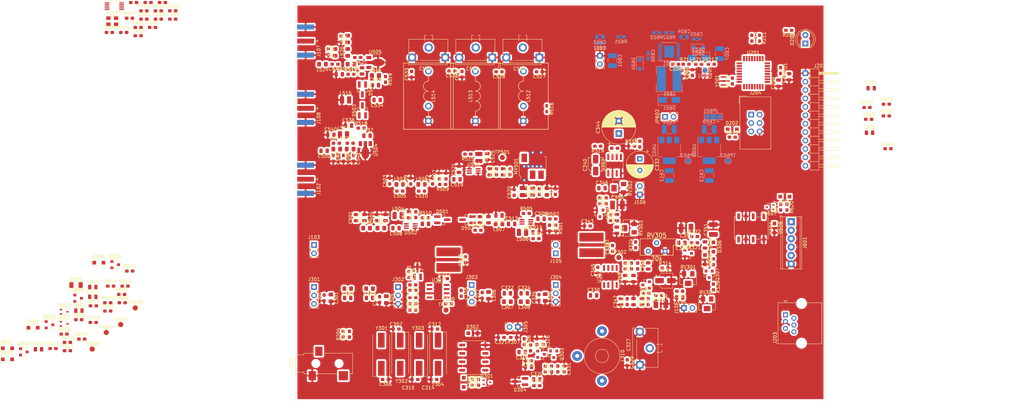
<source format=kicad_pcb>
(kicad_pcb (version 20171130) (host pcbnew 5.1.5)

  (general
    (thickness 1.6)
    (drawings 33)
    (tracks 0)
    (zones 0)
    (modules 360)
    (nets 209)
  )

  (page A4)
  (layers
    (0 F.Cu signal)
    (1 In1.Cu signal hide)
    (2 In2.Cu signal hide)
    (31 B.Cu signal)
    (32 B.Adhes user hide)
    (33 F.Adhes user hide)
    (34 B.Paste user hide)
    (35 F.Paste user hide)
    (36 B.SilkS user hide)
    (37 F.SilkS user hide)
    (38 B.Mask user hide)
    (39 F.Mask user)
    (40 Dwgs.User user)
    (41 Cmts.User user hide)
    (42 Eco1.User user hide)
    (43 Eco2.User user hide)
    (44 Edge.Cuts user hide)
    (45 Margin user hide)
    (46 B.CrtYd user hide)
    (47 F.CrtYd user)
    (48 B.Fab user hide)
    (49 F.Fab user hide)
  )

  (setup
    (last_trace_width 0.2)
    (user_trace_width 0.2)
    (user_trace_width 0.3)
    (trace_clearance 0.2)
    (zone_clearance 0.508)
    (zone_45_only no)
    (trace_min 0.2)
    (via_size 0.8)
    (via_drill 0.4)
    (via_min_size 0.4)
    (via_min_drill 0.3)
    (uvia_size 0.3)
    (uvia_drill 0.1)
    (uvias_allowed no)
    (uvia_min_size 0.2)
    (uvia_min_drill 0.1)
    (edge_width 0.05)
    (segment_width 0.2)
    (pcb_text_width 0.3)
    (pcb_text_size 1.5 1.5)
    (mod_edge_width 0.1)
    (mod_text_size 0.8 0.8)
    (mod_text_width 0.1)
    (pad_size 1.524 1.524)
    (pad_drill 0.762)
    (pad_to_mask_clearance 0.051)
    (solder_mask_min_width 0.25)
    (aux_axis_origin 0 0)
    (visible_elements FFFFFF7F)
    (pcbplotparams
      (layerselection 0x010fc_ffffffff)
      (usegerberextensions false)
      (usegerberattributes false)
      (usegerberadvancedattributes false)
      (creategerberjobfile false)
      (excludeedgelayer true)
      (linewidth 0.100000)
      (plotframeref false)
      (viasonmask false)
      (mode 1)
      (useauxorigin false)
      (hpglpennumber 1)
      (hpglpenspeed 20)
      (hpglpendiameter 15.000000)
      (psnegative false)
      (psa4output false)
      (plotreference true)
      (plotvalue true)
      (plotinvisibletext false)
      (padsonsilk false)
      (subtractmaskfromsilk false)
      (outputformat 1)
      (mirror false)
      (drillshape 1)
      (scaleselection 1)
      (outputdirectory ""))
  )

  (net 0 "")
  (net 1 /Control/ENC_B)
  (net 2 GND)
  (net 3 /Control/ENC_A)
  (net 4 "Net-(C203-Pad2)")
  (net 5 +3V3)
  (net 6 "Net-(C205-Pad1)")
  (net 7 "Net-(C206-Pad1)")
  (net 8 "Net-(C207-Pad1)")
  (net 9 /Baseband/CW_TONE)
  (net 10 "Net-(C301-Pad2)")
  (net 11 "Net-(C302-Pad2)")
  (net 12 "Net-(C303-Pad2)")
  (net 13 "Net-(C304-Pad2)")
  (net 14 "Net-(C306-Pad2)")
  (net 15 "Net-(C307-Pad2)")
  (net 16 "Net-(C308-Pad2)")
  (net 17 "Net-(C308-Pad1)")
  (net 18 /Baseband/LO1)
  (net 19 "Net-(C309-Pad1)")
  (net 20 "Net-(C310-Pad2)")
  (net 21 "Net-(C311-Pad2)")
  (net 22 "Net-(C312-Pad2)")
  (net 23 "Net-(C313-Pad2)")
  (net 24 "Net-(C314-Pad2)")
  (net 25 +8V)
  (net 26 "Net-(C316-Pad2)")
  (net 27 "Net-(C316-Pad1)")
  (net 28 "Net-(C317-Pad2)")
  (net 29 "Net-(C318-Pad2)")
  (net 30 "Net-(C318-Pad1)")
  (net 31 /Baseband/CAG)
  (net 32 "Net-(C320-Pad2)")
  (net 33 "Net-(C320-Pad1)")
  (net 34 "Net-(C321-Pad1)")
  (net 35 "Net-(C322-Pad2)")
  (net 36 "Net-(C323-Pad2)")
  (net 37 "Net-(C324-Pad2)")
  (net 38 "Net-(C327-Pad2)")
  (net 39 "Net-(C328-Pad2)")
  (net 40 "Net-(C330-Pad2)")
  (net 41 "Net-(C330-Pad1)")
  (net 42 +8VRX)
  (net 43 /Baseband/SPKR)
  (net 44 "Net-(C332-Pad1)")
  (net 45 "Net-(C333-Pad2)")
  (net 46 "Net-(C333-Pad1)")
  (net 47 "Net-(C334-Pad2)")
  (net 48 "Net-(C336-Pad1)")
  (net 49 "Net-(C337-Pad2)")
  (net 50 "Net-(C337-Pad1)")
  (net 51 /Baseband/BFO)
  (net 52 "Net-(C338-Pad1)")
  (net 53 "Net-(C339-Pad1)")
  (net 54 "Net-(C340-Pad2)")
  (net 55 "Net-(C340-Pad1)")
  (net 56 "Net-(C342-Pad2)")
  (net 57 "Net-(C344-Pad1)")
  (net 58 "Net-(C345-Pad2)")
  (net 59 "Net-(C346-Pad2)")
  (net 60 "Net-(C346-Pad1)")
  (net 61 "Net-(C347-Pad2)")
  (net 62 "Net-(C347-Pad1)")
  (net 63 "Net-(C348-Pad2)")
  (net 64 "Net-(C348-Pad1)")
  (net 65 "Net-(C351-Pad1)")
  (net 66 "Net-(C352-Pad2)")
  (net 67 "Net-(C353-Pad1)")
  (net 68 "Net-(C354-Pad1)")
  (net 69 "Net-(C355-Pad2)")
  (net 70 "Net-(C355-Pad1)")
  (net 71 "Net-(C356-Pad2)")
  (net 72 "Net-(C358-Pad2)")
  (net 73 "Net-(C358-Pad1)")
  (net 74 "Net-(C401-Pad2)")
  (net 75 /Clock/REF_25MHz)
  (net 76 "Net-(C404-Pad2)")
  (net 77 "Net-(C404-Pad1)")
  (net 78 "Net-(C405-Pad2)")
  (net 79 "Net-(C405-Pad1)")
  (net 80 "Net-(C406-Pad2)")
  (net 81 "Net-(C406-Pad1)")
  (net 82 /HF_RX)
  (net 83 "Net-(C501-Pad1)")
  (net 84 /VHF_LO)
  (net 85 "Net-(C504-Pad1)")
  (net 86 "Net-(C505-Pad1)")
  (net 87 "Net-(C506-Pad2)")
  (net 88 "Net-(C506-Pad1)")
  (net 89 "Net-(C507-Pad1)")
  (net 90 "Net-(C508-Pad1)")
  (net 91 "Net-(C510-Pad1)")
  (net 92 "Net-(C511-Pad1)")
  (net 93 "Net-(C513-Pad2)")
  (net 94 "Net-(C513-Pad1)")
  (net 95 "Net-(C514-Pad1)")
  (net 96 "Net-(C516-Pad2)")
  (net 97 "Net-(C516-Pad1)")
  (net 98 "Net-(C517-Pad2)")
  (net 99 "Net-(C517-Pad1)")
  (net 100 "Net-(C519-Pad2)")
  (net 101 "Net-(C519-Pad1)")
  (net 102 "Net-(C520-Pad1)")
  (net 103 "Net-(C522-Pad2)")
  (net 104 "Net-(C522-Pad1)")
  (net 105 "Net-(C523-Pad2)")
  (net 106 "Net-(C523-Pad1)")
  (net 107 "Net-(C524-Pad2)")
  (net 108 "Net-(C524-Pad1)")
  (net 109 "Net-(C525-Pad1)")
  (net 110 "Net-(C526-Pad2)")
  (net 111 "Net-(C528-Pad2)")
  (net 112 "Net-(C531-Pad2)")
  (net 113 "Net-(C534-Pad2)")
  (net 114 "Net-(C534-Pad1)")
  (net 115 +5RX)
  (net 116 +5TX)
  (net 117 "Net-(C537-Pad2)")
  (net 118 "Net-(C537-Pad1)")
  (net 119 "Net-(C538-Pad2)")
  (net 120 "Net-(C539-Pad2)")
  (net 121 "Net-(C539-Pad1)")
  (net 122 "Net-(C541-Pad1)")
  (net 123 "Net-(C542-Pad2)")
  (net 124 "Net-(C542-Pad1)")
  (net 125 "Net-(C543-Pad1)")
  (net 126 "Net-(C545-Pad1)")
  (net 127 "Net-(C546-Pad1)")
  (net 128 "Net-(C548-Pad1)")
  (net 129 "Net-(C549-Pad2)")
  (net 130 "Net-(C549-Pad1)")
  (net 131 /VHF_TX)
  (net 132 +12V)
  (net 133 "Net-(C602-Pad1)")
  (net 134 "Net-(C603-Pad1)")
  (net 135 "Net-(C604-Pad1)")
  (net 136 "Net-(C605-Pad2)")
  (net 137 "Net-(C606-Pad2)")
  (net 138 "Net-(C606-Pad1)")
  (net 139 "Net-(C608-Pad1)")
  (net 140 "Net-(C609-Pad1)")
  (net 141 "Net-(C610-Pad2)")
  (net 142 "Net-(C611-Pad2)")
  (net 143 +5VA)
  (net 144 "Net-(C614-Pad1)")
  (net 145 "Net-(C615-Pad1)")
  (net 146 "Net-(D201-Pad2)")
  (net 147 /Control/D6_PWM)
  (net 148 /Control/RESETn)
  (net 149 "Net-(D301-Pad2)")
  (net 150 /Control/SEQ0n)
  (net 151 "Net-(D302-Pad1)")
  (net 152 "Net-(D603-Pad2)")
  (net 153 "Net-(D605-Pad1)")
  (net 154 "Net-(D608-Pad1)")
  (net 155 "Net-(D611-Pad2)")
  (net 156 /Control/SEQ2n)
  (net 157 /Baseband/METER)
  (net 158 /HF_TX)
  (net 159 /VHF_RX)
  (net 160 /Control/BTN0)
  (net 161 /Control/BTN1)
  (net 162 /Control/BTN2)
  (net 163 /Control/BTN3)
  (net 164 SDA)
  (net 165 SCL)
  (net 166 "Net-(J201-Pad4)")
  (net 167 "Net-(J201-Pad3)")
  (net 168 "Net-(J201-Pad2)")
  (net 169 "Net-(J202-PadT)")
  (net 170 "Net-(J202-PadR)")
  (net 171 /Control/MIC_SW2)
  (net 172 /Baseband/MIC)
  (net 173 /Control/MIC_SW1)
  (net 174 +8VTX)
  (net 175 "Net-(J601-Pad5)")
  (net 176 "Net-(J601-Pad4)")
  (net 177 "Net-(J601-Pad3)")
  (net 178 "Net-(J601-Pad2)")
  (net 179 "Net-(K301-Pad2)")
  (net 180 "Net-(K301-Pad4)")
  (net 181 "Net-(L512-Pad2)")
  (net 182 "Net-(L520-Pad2)")
  (net 183 "Net-(MX501-Pad3)")
  (net 184 "Net-(MX501-Pad6)")
  (net 185 "Net-(Q301-Pad1)")
  (net 186 "Net-(Q302-Pad3)")
  (net 187 "Net-(Q307-Pad2)")
  (net 188 "Net-(Q307-Pad1)")
  (net 189 "Net-(Q601-Pad3)")
  (net 190 "Net-(Q601-Pad1)")
  (net 191 "Net-(Q602-Pad3)")
  (net 192 "Net-(Q602-Pad1)")
  (net 193 "Net-(Q603-Pad1)")
  (net 194 "Net-(Q604-Pad1)")
  (net 195 "Net-(Q607-Pad1)")
  (net 196 /Control/ENC_BTN)
  (net 197 /Control/CW_INPUT)
  (net 198 /Control/XTAL1)
  (net 199 /Control/XTAL2)
  (net 200 /Control/D3_PWM)
  (net 201 /Baseband/CW_KEYn)
  (net 202 "Net-(R319-Pad1)")
  (net 203 "Net-(R324-Pad1)")
  (net 204 /Baseband/MUTE_SPKR)
  (net 205 "Net-(R602-Pad1)")
  (net 206 "Net-(U401-Pad3)")
  (net 207 /IF_RX)
  (net 208 /IF_TX)

  (net_class Default "This is the default net class."
    (clearance 0.2)
    (trace_width 0.2)
    (via_dia 0.8)
    (via_drill 0.4)
    (uvia_dia 0.3)
    (uvia_drill 0.1)
    (add_net /Baseband/BFO)
    (add_net /Baseband/CAG)
    (add_net /Baseband/CW_KEYn)
    (add_net /Baseband/CW_TONE)
    (add_net /Baseband/LO1)
    (add_net /Baseband/METER)
    (add_net /Baseband/MIC)
    (add_net /Baseband/MUTE_SPKR)
    (add_net /Baseband/SPKR)
    (add_net /Clock/REF_25MHz)
    (add_net /Control/A0)
    (add_net /Control/A2)
    (add_net /Control/BTN0)
    (add_net /Control/BTN1)
    (add_net /Control/BTN2)
    (add_net /Control/BTN3)
    (add_net /Control/CW_INPUT)
    (add_net /Control/D3_PWM)
    (add_net /Control/D6_PWM)
    (add_net /Control/ENC_A)
    (add_net /Control/ENC_B)
    (add_net /Control/ENC_BTN)
    (add_net /Control/MIC_SW1)
    (add_net /Control/MIC_SW2)
    (add_net /Control/RESETn)
    (add_net /Control/SEQ0n)
    (add_net /Control/SEQ1n)
    (add_net /Control/SEQ2n)
    (add_net /Control/XTAL1)
    (add_net /Control/XTAL2)
    (add_net /HF_RX)
    (add_net /HF_TX)
    (add_net /IF_RX)
    (add_net /IF_TX)
    (add_net /VHF_LO)
    (add_net /VHF_RX)
    (add_net /VHF_TX)
    (add_net "Net-(C203-Pad2)")
    (add_net "Net-(C205-Pad1)")
    (add_net "Net-(C206-Pad1)")
    (add_net "Net-(C207-Pad1)")
    (add_net "Net-(C301-Pad2)")
    (add_net "Net-(C302-Pad2)")
    (add_net "Net-(C303-Pad2)")
    (add_net "Net-(C304-Pad2)")
    (add_net "Net-(C306-Pad2)")
    (add_net "Net-(C307-Pad2)")
    (add_net "Net-(C308-Pad1)")
    (add_net "Net-(C308-Pad2)")
    (add_net "Net-(C309-Pad1)")
    (add_net "Net-(C310-Pad2)")
    (add_net "Net-(C311-Pad2)")
    (add_net "Net-(C312-Pad2)")
    (add_net "Net-(C313-Pad2)")
    (add_net "Net-(C314-Pad2)")
    (add_net "Net-(C316-Pad1)")
    (add_net "Net-(C316-Pad2)")
    (add_net "Net-(C317-Pad2)")
    (add_net "Net-(C318-Pad1)")
    (add_net "Net-(C318-Pad2)")
    (add_net "Net-(C320-Pad1)")
    (add_net "Net-(C320-Pad2)")
    (add_net "Net-(C321-Pad1)")
    (add_net "Net-(C322-Pad2)")
    (add_net "Net-(C323-Pad2)")
    (add_net "Net-(C324-Pad2)")
    (add_net "Net-(C327-Pad2)")
    (add_net "Net-(C328-Pad2)")
    (add_net "Net-(C330-Pad1)")
    (add_net "Net-(C330-Pad2)")
    (add_net "Net-(C332-Pad1)")
    (add_net "Net-(C333-Pad1)")
    (add_net "Net-(C333-Pad2)")
    (add_net "Net-(C334-Pad2)")
    (add_net "Net-(C336-Pad1)")
    (add_net "Net-(C337-Pad1)")
    (add_net "Net-(C337-Pad2)")
    (add_net "Net-(C338-Pad1)")
    (add_net "Net-(C339-Pad1)")
    (add_net "Net-(C340-Pad1)")
    (add_net "Net-(C340-Pad2)")
    (add_net "Net-(C342-Pad2)")
    (add_net "Net-(C344-Pad1)")
    (add_net "Net-(C345-Pad2)")
    (add_net "Net-(C346-Pad1)")
    (add_net "Net-(C346-Pad2)")
    (add_net "Net-(C347-Pad1)")
    (add_net "Net-(C347-Pad2)")
    (add_net "Net-(C348-Pad1)")
    (add_net "Net-(C348-Pad2)")
    (add_net "Net-(C351-Pad1)")
    (add_net "Net-(C352-Pad2)")
    (add_net "Net-(C353-Pad1)")
    (add_net "Net-(C354-Pad1)")
    (add_net "Net-(C355-Pad1)")
    (add_net "Net-(C355-Pad2)")
    (add_net "Net-(C356-Pad2)")
    (add_net "Net-(C358-Pad1)")
    (add_net "Net-(C358-Pad2)")
    (add_net "Net-(C401-Pad2)")
    (add_net "Net-(C404-Pad1)")
    (add_net "Net-(C404-Pad2)")
    (add_net "Net-(C405-Pad1)")
    (add_net "Net-(C405-Pad2)")
    (add_net "Net-(C406-Pad1)")
    (add_net "Net-(C406-Pad2)")
    (add_net "Net-(C501-Pad1)")
    (add_net "Net-(C504-Pad1)")
    (add_net "Net-(C505-Pad1)")
    (add_net "Net-(C506-Pad1)")
    (add_net "Net-(C506-Pad2)")
    (add_net "Net-(C507-Pad1)")
    (add_net "Net-(C508-Pad1)")
    (add_net "Net-(C510-Pad1)")
    (add_net "Net-(C511-Pad1)")
    (add_net "Net-(C513-Pad1)")
    (add_net "Net-(C513-Pad2)")
    (add_net "Net-(C514-Pad1)")
    (add_net "Net-(C516-Pad1)")
    (add_net "Net-(C516-Pad2)")
    (add_net "Net-(C517-Pad1)")
    (add_net "Net-(C517-Pad2)")
    (add_net "Net-(C519-Pad1)")
    (add_net "Net-(C519-Pad2)")
    (add_net "Net-(C520-Pad1)")
    (add_net "Net-(C522-Pad1)")
    (add_net "Net-(C522-Pad2)")
    (add_net "Net-(C523-Pad1)")
    (add_net "Net-(C523-Pad2)")
    (add_net "Net-(C524-Pad1)")
    (add_net "Net-(C524-Pad2)")
    (add_net "Net-(C525-Pad1)")
    (add_net "Net-(C526-Pad2)")
    (add_net "Net-(C528-Pad2)")
    (add_net "Net-(C531-Pad2)")
    (add_net "Net-(C534-Pad1)")
    (add_net "Net-(C534-Pad2)")
    (add_net "Net-(C537-Pad1)")
    (add_net "Net-(C537-Pad2)")
    (add_net "Net-(C538-Pad2)")
    (add_net "Net-(C539-Pad1)")
    (add_net "Net-(C539-Pad2)")
    (add_net "Net-(C541-Pad1)")
    (add_net "Net-(C542-Pad1)")
    (add_net "Net-(C542-Pad2)")
    (add_net "Net-(C543-Pad1)")
    (add_net "Net-(C545-Pad1)")
    (add_net "Net-(C546-Pad1)")
    (add_net "Net-(C548-Pad1)")
    (add_net "Net-(C549-Pad1)")
    (add_net "Net-(C549-Pad2)")
    (add_net "Net-(C602-Pad1)")
    (add_net "Net-(C603-Pad1)")
    (add_net "Net-(C604-Pad1)")
    (add_net "Net-(C605-Pad2)")
    (add_net "Net-(C606-Pad1)")
    (add_net "Net-(C606-Pad2)")
    (add_net "Net-(C608-Pad1)")
    (add_net "Net-(C609-Pad1)")
    (add_net "Net-(C610-Pad2)")
    (add_net "Net-(C611-Pad2)")
    (add_net "Net-(C614-Pad1)")
    (add_net "Net-(C615-Pad1)")
    (add_net "Net-(D201-Pad2)")
    (add_net "Net-(D301-Pad2)")
    (add_net "Net-(D302-Pad1)")
    (add_net "Net-(D603-Pad2)")
    (add_net "Net-(D605-Pad1)")
    (add_net "Net-(D608-Pad1)")
    (add_net "Net-(D611-Pad2)")
    (add_net "Net-(J201-Pad2)")
    (add_net "Net-(J201-Pad3)")
    (add_net "Net-(J201-Pad4)")
    (add_net "Net-(J202-PadR)")
    (add_net "Net-(J202-PadT)")
    (add_net "Net-(J203-Pad5)")
    (add_net "Net-(J601-Pad2)")
    (add_net "Net-(J601-Pad3)")
    (add_net "Net-(J601-Pad4)")
    (add_net "Net-(J601-Pad5)")
    (add_net "Net-(K301-Pad2)")
    (add_net "Net-(K301-Pad4)")
    (add_net "Net-(L512-Pad2)")
    (add_net "Net-(L520-Pad2)")
    (add_net "Net-(MX501-Pad3)")
    (add_net "Net-(MX501-Pad6)")
    (add_net "Net-(Q301-Pad1)")
    (add_net "Net-(Q302-Pad3)")
    (add_net "Net-(Q307-Pad1)")
    (add_net "Net-(Q307-Pad2)")
    (add_net "Net-(Q601-Pad1)")
    (add_net "Net-(Q601-Pad3)")
    (add_net "Net-(Q602-Pad1)")
    (add_net "Net-(Q602-Pad3)")
    (add_net "Net-(Q603-Pad1)")
    (add_net "Net-(Q604-Pad1)")
    (add_net "Net-(Q607-Pad1)")
    (add_net "Net-(R319-Pad1)")
    (add_net "Net-(R324-Pad1)")
    (add_net "Net-(R602-Pad1)")
    (add_net "Net-(U301-Pad7)")
    (add_net "Net-(U302-Pad7)")
    (add_net "Net-(U303-Pad7)")
    (add_net "Net-(U401-Pad3)")
    (add_net SCL)
    (add_net SDA)
  )

  (net_class Power ""
    (clearance 0.3)
    (trace_width 0.3)
    (via_dia 1)
    (via_drill 0.6)
    (uvia_dia 0.3)
    (uvia_drill 0.1)
    (add_net +12V)
    (add_net +3V3)
    (add_net +5RX)
    (add_net +5TX)
    (add_net +5VA)
    (add_net +8V)
    (add_net +8VRX)
    (add_net +8VTX)
    (add_net GND)
  )

  (module Resistor_SMD:R_0603_1608Metric_Pad1.05x0.95mm_HandSolder (layer F.Cu) (tedit 5B301BBD) (tstamp 5E5E283D)
    (at 95.885 130.81 180)
    (descr "Resistor SMD 0603 (1608 Metric), square (rectangular) end terminal, IPC_7351 nominal with elongated pad for handsoldering. (Body size source: http://www.tortai-tech.com/upload/download/2011102023233369053.pdf), generated with kicad-footprint-generator")
    (tags "resistor handsolder")
    (path /5E3088F9/5E39E22F)
    (attr smd)
    (fp_text reference R307 (at 0 -1.43) (layer F.SilkS)
      (effects (font (size 1 1) (thickness 0.15)))
    )
    (fp_text value 33k (at 0 1.43) (layer F.Fab)
      (effects (font (size 1 1) (thickness 0.15)))
    )
    (fp_text user %R (at 0 0) (layer F.Fab)
      (effects (font (size 0.4 0.4) (thickness 0.06)))
    )
    (fp_line (start 1.65 0.73) (end -1.65 0.73) (layer F.CrtYd) (width 0.05))
    (fp_line (start 1.65 -0.73) (end 1.65 0.73) (layer F.CrtYd) (width 0.05))
    (fp_line (start -1.65 -0.73) (end 1.65 -0.73) (layer F.CrtYd) (width 0.05))
    (fp_line (start -1.65 0.73) (end -1.65 -0.73) (layer F.CrtYd) (width 0.05))
    (fp_line (start -0.171267 0.51) (end 0.171267 0.51) (layer F.SilkS) (width 0.12))
    (fp_line (start -0.171267 -0.51) (end 0.171267 -0.51) (layer F.SilkS) (width 0.12))
    (fp_line (start 0.8 0.4) (end -0.8 0.4) (layer F.Fab) (width 0.1))
    (fp_line (start 0.8 -0.4) (end 0.8 0.4) (layer F.Fab) (width 0.1))
    (fp_line (start -0.8 -0.4) (end 0.8 -0.4) (layer F.Fab) (width 0.1))
    (fp_line (start -0.8 0.4) (end -0.8 -0.4) (layer F.Fab) (width 0.1))
    (pad 2 smd roundrect (at 0.875 0 180) (size 1.05 0.95) (layers F.Cu F.Paste F.Mask) (roundrect_rratio 0.25)
      (net 34 "Net-(C321-Pad1)"))
    (pad 1 smd roundrect (at -0.875 0 180) (size 1.05 0.95) (layers F.Cu F.Paste F.Mask) (roundrect_rratio 0.25)
      (net 2 GND))
    (model ${KISYS3DMOD}/Resistor_SMD.3dshapes/R_0603_1608Metric.wrl
      (at (xyz 0 0 0))
      (scale (xyz 1 1 1))
      (rotate (xyz 0 0 0))
    )
  )

  (module Connector_PinHeader_2.54mm:PinHeader_1x02_P2.54mm_Vertical (layer F.Cu) (tedit 59FED5CC) (tstamp 5E5E1D10)
    (at 97.155 127.635 270)
    (descr "Through hole straight pin header, 1x02, 2.54mm pitch, single row")
    (tags "Through hole pin header THT 1x02 2.54mm single row")
    (path /5E3088F9/5E603F34)
    (fp_text reference J305 (at 0 -2.33 90) (layer F.SilkS)
      (effects (font (size 1 1) (thickness 0.15)))
    )
    (fp_text value IFGAIN (at 0 4.87 90) (layer F.Fab)
      (effects (font (size 1 1) (thickness 0.15)))
    )
    (fp_text user %R (at 0 1.27) (layer F.Fab)
      (effects (font (size 1 1) (thickness 0.15)))
    )
    (fp_line (start 1.8 -1.8) (end -1.8 -1.8) (layer F.CrtYd) (width 0.05))
    (fp_line (start 1.8 4.35) (end 1.8 -1.8) (layer F.CrtYd) (width 0.05))
    (fp_line (start -1.8 4.35) (end 1.8 4.35) (layer F.CrtYd) (width 0.05))
    (fp_line (start -1.8 -1.8) (end -1.8 4.35) (layer F.CrtYd) (width 0.05))
    (fp_line (start -1.33 -1.33) (end 0 -1.33) (layer F.SilkS) (width 0.12))
    (fp_line (start -1.33 0) (end -1.33 -1.33) (layer F.SilkS) (width 0.12))
    (fp_line (start -1.33 1.27) (end 1.33 1.27) (layer F.SilkS) (width 0.12))
    (fp_line (start 1.33 1.27) (end 1.33 3.87) (layer F.SilkS) (width 0.12))
    (fp_line (start -1.33 1.27) (end -1.33 3.87) (layer F.SilkS) (width 0.12))
    (fp_line (start -1.33 3.87) (end 1.33 3.87) (layer F.SilkS) (width 0.12))
    (fp_line (start -1.27 -0.635) (end -0.635 -1.27) (layer F.Fab) (width 0.1))
    (fp_line (start -1.27 3.81) (end -1.27 -0.635) (layer F.Fab) (width 0.1))
    (fp_line (start 1.27 3.81) (end -1.27 3.81) (layer F.Fab) (width 0.1))
    (fp_line (start 1.27 -1.27) (end 1.27 3.81) (layer F.Fab) (width 0.1))
    (fp_line (start -0.635 -1.27) (end 1.27 -1.27) (layer F.Fab) (width 0.1))
    (pad 2 thru_hole oval (at 0 2.54 270) (size 1.7 1.7) (drill 1) (layers *.Cu *.Mask)
      (net 34 "Net-(C321-Pad1)"))
    (pad 1 thru_hole rect (at 0 0 270) (size 1.7 1.7) (drill 1) (layers *.Cu *.Mask)
      (net 2 GND))
    (model ${KISYS3DMOD}/Connector_PinHeader_2.54mm.3dshapes/PinHeader_1x02_P2.54mm_Vertical.wrl
      (at (xyz 0 0 0))
      (scale (xyz 1 1 1))
      (rotate (xyz 0 0 0))
    )
  )

  (module Connector_PinHeader_2.54mm:PinHeader_1x02_P2.54mm_Vertical (layer F.Cu) (tedit 59FED5CC) (tstamp 5E5E1962)
    (at 108.585 105.41 180)
    (descr "Through hole straight pin header, 1x02, 2.54mm pitch, single row")
    (tags "Through hole pin header THT 1x02 2.54mm single row")
    (path /5E5E5C36)
    (fp_text reference J105 (at 0 -2.33) (layer F.SilkS)
      (effects (font (size 1 1) (thickness 0.15)))
    )
    (fp_text value HF_TX (at 0 4.87) (layer F.Fab)
      (effects (font (size 1 1) (thickness 0.15)))
    )
    (fp_text user %R (at 0 1.27 90) (layer F.Fab)
      (effects (font (size 1 1) (thickness 0.15)))
    )
    (fp_line (start 1.8 -1.8) (end -1.8 -1.8) (layer F.CrtYd) (width 0.05))
    (fp_line (start 1.8 4.35) (end 1.8 -1.8) (layer F.CrtYd) (width 0.05))
    (fp_line (start -1.8 4.35) (end 1.8 4.35) (layer F.CrtYd) (width 0.05))
    (fp_line (start -1.8 -1.8) (end -1.8 4.35) (layer F.CrtYd) (width 0.05))
    (fp_line (start -1.33 -1.33) (end 0 -1.33) (layer F.SilkS) (width 0.12))
    (fp_line (start -1.33 0) (end -1.33 -1.33) (layer F.SilkS) (width 0.12))
    (fp_line (start -1.33 1.27) (end 1.33 1.27) (layer F.SilkS) (width 0.12))
    (fp_line (start 1.33 1.27) (end 1.33 3.87) (layer F.SilkS) (width 0.12))
    (fp_line (start -1.33 1.27) (end -1.33 3.87) (layer F.SilkS) (width 0.12))
    (fp_line (start -1.33 3.87) (end 1.33 3.87) (layer F.SilkS) (width 0.12))
    (fp_line (start -1.27 -0.635) (end -0.635 -1.27) (layer F.Fab) (width 0.1))
    (fp_line (start -1.27 3.81) (end -1.27 -0.635) (layer F.Fab) (width 0.1))
    (fp_line (start 1.27 3.81) (end -1.27 3.81) (layer F.Fab) (width 0.1))
    (fp_line (start 1.27 -1.27) (end 1.27 3.81) (layer F.Fab) (width 0.1))
    (fp_line (start -0.635 -1.27) (end 1.27 -1.27) (layer F.Fab) (width 0.1))
    (pad 2 thru_hole oval (at 0 2.54 180) (size 1.7 1.7) (drill 1) (layers *.Cu *.Mask)
      (net 208 /IF_TX))
    (pad 1 thru_hole rect (at 0 0 180) (size 1.7 1.7) (drill 1) (layers *.Cu *.Mask)
      (net 158 /HF_TX))
    (model ${KISYS3DMOD}/Connector_PinHeader_2.54mm.3dshapes/PinHeader_1x02_P2.54mm_Vertical.wrl
      (at (xyz 0 0 0))
      (scale (xyz 1 1 1))
      (rotate (xyz 0 0 0))
    )
  )

  (module Connector_PinHeader_2.54mm:PinHeader_1x02_P2.54mm_Vertical (layer F.Cu) (tedit 59FED5CC) (tstamp 5E5E1922)
    (at 35.56 102.87)
    (descr "Through hole straight pin header, 1x02, 2.54mm pitch, single row")
    (tags "Through hole pin header THT 1x02 2.54mm single row")
    (path /5E5EEE3B)
    (fp_text reference J103 (at 0 -2.33) (layer F.SilkS)
      (effects (font (size 1 1) (thickness 0.15)))
    )
    (fp_text value HF_RX (at 0 4.87) (layer F.Fab)
      (effects (font (size 1 1) (thickness 0.15)))
    )
    (fp_text user %R (at 0 1.27 90) (layer F.Fab)
      (effects (font (size 1 1) (thickness 0.15)))
    )
    (fp_line (start 1.8 -1.8) (end -1.8 -1.8) (layer F.CrtYd) (width 0.05))
    (fp_line (start 1.8 4.35) (end 1.8 -1.8) (layer F.CrtYd) (width 0.05))
    (fp_line (start -1.8 4.35) (end 1.8 4.35) (layer F.CrtYd) (width 0.05))
    (fp_line (start -1.8 -1.8) (end -1.8 4.35) (layer F.CrtYd) (width 0.05))
    (fp_line (start -1.33 -1.33) (end 0 -1.33) (layer F.SilkS) (width 0.12))
    (fp_line (start -1.33 0) (end -1.33 -1.33) (layer F.SilkS) (width 0.12))
    (fp_line (start -1.33 1.27) (end 1.33 1.27) (layer F.SilkS) (width 0.12))
    (fp_line (start 1.33 1.27) (end 1.33 3.87) (layer F.SilkS) (width 0.12))
    (fp_line (start -1.33 1.27) (end -1.33 3.87) (layer F.SilkS) (width 0.12))
    (fp_line (start -1.33 3.87) (end 1.33 3.87) (layer F.SilkS) (width 0.12))
    (fp_line (start -1.27 -0.635) (end -0.635 -1.27) (layer F.Fab) (width 0.1))
    (fp_line (start -1.27 3.81) (end -1.27 -0.635) (layer F.Fab) (width 0.1))
    (fp_line (start 1.27 3.81) (end -1.27 3.81) (layer F.Fab) (width 0.1))
    (fp_line (start 1.27 -1.27) (end 1.27 3.81) (layer F.Fab) (width 0.1))
    (fp_line (start -0.635 -1.27) (end 1.27 -1.27) (layer F.Fab) (width 0.1))
    (pad 2 thru_hole oval (at 0 2.54) (size 1.7 1.7) (drill 1) (layers *.Cu *.Mask)
      (net 82 /HF_RX))
    (pad 1 thru_hole rect (at 0 0) (size 1.7 1.7) (drill 1) (layers *.Cu *.Mask)
      (net 207 /IF_RX))
    (model ${KISYS3DMOD}/Connector_PinHeader_2.54mm.3dshapes/PinHeader_1x02_P2.54mm_Vertical.wrl
      (at (xyz 0 0 0))
      (scale (xyz 1 1 1))
      (rotate (xyz 0 0 0))
    )
  )

  (module picardy:CX3225SB (layer F.Cu) (tedit 5E4EE75C) (tstamp 5E582B1F)
    (at -25.409 35.267)
    (descr "SMD Crystal EuroQuartz MJ series http://cdn-reichelt.de/documents/datenblatt/B400/MJ.pdf, hand-soldering, 5.0x3.2mm^2 package")
    (tags "SMD SMT crystal hand-soldering")
    (path /5E4D247A/5E56D94F)
    (attr smd)
    (fp_text reference Y401 (at 0 -2.25) (layer F.SilkS)
      (effects (font (size 1 1) (thickness 0.15)))
    )
    (fp_text value CX3225SB25000D0FLJCC (at 0 2.35) (layer F.Fab)
      (effects (font (size 1 1) (thickness 0.15)))
    )
    (fp_line (start 2 -1.5) (end -2.05 -1.5) (layer F.CrtYd) (width 0.05))
    (fp_line (start 2 1.5) (end 2 -1.5) (layer F.CrtYd) (width 0.05))
    (fp_line (start -2.05 1.5) (end 2 1.5) (layer F.CrtYd) (width 0.05))
    (fp_line (start -2.05 -1.5) (end -2.05 1.5) (layer F.CrtYd) (width 0.05))
    (fp_line (start -0.7 1.55) (end -1.95 1.55) (layer F.SilkS) (width 0.12))
    (fp_line (start 0.7 1.55) (end -0.7 1.55) (layer F.SilkS) (width 0.12))
    (fp_line (start -0.7 -1.55) (end 0.7 -1.55) (layer F.SilkS) (width 0.12))
    (fp_line (start 1.9 -0.4) (end 1.9 0.4) (layer F.SilkS) (width 0.12))
    (fp_line (start -1.95 0.4) (end -1.95 -0.4) (layer F.SilkS) (width 0.12))
    (fp_line (start -1.95 1.55) (end -1.95 0.4) (layer F.SilkS) (width 0.12))
    (fp_line (start -2.5 0.6) (end -1.5 1.6) (layer F.Fab) (width 0.1))
    (fp_line (start -2.5 -1.5) (end -2.4 -1.6) (layer F.Fab) (width 0.1))
    (fp_line (start -2.5 1.5) (end -2.5 -1.5) (layer F.Fab) (width 0.1))
    (fp_line (start -2.4 1.6) (end -2.5 1.5) (layer F.Fab) (width 0.1))
    (fp_line (start 2.4 1.6) (end -2.4 1.6) (layer F.Fab) (width 0.1))
    (fp_line (start 2.5 1.5) (end 2.4 1.6) (layer F.Fab) (width 0.1))
    (fp_line (start 2.5 -1.5) (end 2.5 1.5) (layer F.Fab) (width 0.1))
    (fp_line (start 2.4 -1.6) (end 2.5 -1.5) (layer F.Fab) (width 0.1))
    (fp_line (start -2.4 -1.6) (end 2.4 -1.6) (layer F.Fab) (width 0.1))
    (fp_text user %R (at 0 0) (layer F.Fab)
      (effects (font (size 1 1) (thickness 0.15)))
    )
    (pad 4 smd rect (at -1.15 -0.925) (size 1.3 1.05) (layers F.Cu F.Paste F.Mask)
      (net 2 GND))
    (pad 3 smd rect (at 1.15 -0.925) (size 1.3 1.05) (layers F.Cu F.Paste F.Mask)
      (net 74 "Net-(C401-Pad2)"))
    (pad 2 smd rect (at 1.15 0.925) (size 1.3 1.05) (layers F.Cu F.Paste F.Mask)
      (net 2 GND))
    (pad 1 smd rect (at -1.15 0.925) (size 1.3 1.05) (layers F.Cu F.Paste F.Mask)
      (net 206 "Net-(U401-Pad3)"))
    (model ${KISYS3DMOD}/Crystal.3dshapes/Crystal_SMD_EuroQuartz_MJ-4Pin_5.0x3.2mm_HandSoldering.wrl
      (at (xyz 0 0 0))
      (scale (xyz 1 1 1))
      (rotate (xyz 0 0 0))
    )
  )

  (module Crystal:Crystal_SMD_HC49-SD (layer F.Cu) (tedit 5A1AD52C) (tstamp 5E582B03)
    (at 73.025 135.89 270)
    (descr "SMD Crystal HC-49-SD http://cdn-reichelt.de/documents/datenblatt/B400/xxx-HC49-SMD.pdf, 11.4x4.7mm^2 package")
    (tags "SMD SMT crystal")
    (path /5E3088F9/5E34BBA5)
    (attr smd)
    (fp_text reference Y304 (at 9.11 0.025 180) (layer F.SilkS)
      (effects (font (size 1 1) (thickness 0.15)))
    )
    (fp_text value 4.915MHz (at 0 3.55 90) (layer F.Fab)
      (effects (font (size 1 1) (thickness 0.15)))
    )
    (fp_arc (start 3.015 0) (end 3.015 -2.115) (angle 180) (layer F.Fab) (width 0.1))
    (fp_arc (start -3.015 0) (end -3.015 -2.115) (angle -180) (layer F.Fab) (width 0.1))
    (fp_line (start 6.8 -2.6) (end -6.8 -2.6) (layer F.CrtYd) (width 0.05))
    (fp_line (start 6.8 2.6) (end 6.8 -2.6) (layer F.CrtYd) (width 0.05))
    (fp_line (start -6.8 2.6) (end 6.8 2.6) (layer F.CrtYd) (width 0.05))
    (fp_line (start -6.8 -2.6) (end -6.8 2.6) (layer F.CrtYd) (width 0.05))
    (fp_line (start -6.7 2.55) (end 5.9 2.55) (layer F.SilkS) (width 0.12))
    (fp_line (start -6.7 -2.55) (end -6.7 2.55) (layer F.SilkS) (width 0.12))
    (fp_line (start 5.9 -2.55) (end -6.7 -2.55) (layer F.SilkS) (width 0.12))
    (fp_line (start -3.015 2.115) (end 3.015 2.115) (layer F.Fab) (width 0.1))
    (fp_line (start -3.015 -2.115) (end 3.015 -2.115) (layer F.Fab) (width 0.1))
    (fp_line (start 5.7 -2.35) (end -5.7 -2.35) (layer F.Fab) (width 0.1))
    (fp_line (start 5.7 2.35) (end 5.7 -2.35) (layer F.Fab) (width 0.1))
    (fp_line (start -5.7 2.35) (end 5.7 2.35) (layer F.Fab) (width 0.1))
    (fp_line (start -5.7 -2.35) (end -5.7 2.35) (layer F.Fab) (width 0.1))
    (fp_text user %R (at 0 0 90) (layer F.Fab)
      (effects (font (size 1 1) (thickness 0.15)))
    )
    (pad 2 smd rect (at 4.25 0 270) (size 4.5 2) (layers F.Cu F.Paste F.Mask)
      (net 24 "Net-(C314-Pad2)"))
    (pad 1 smd rect (at -4.25 0 270) (size 4.5 2) (layers F.Cu F.Paste F.Mask)
      (net 22 "Net-(C312-Pad2)"))
    (model ${KISYS3DMOD}/Crystal.3dshapes/Crystal_SMD_HC49-SD.wrl
      (at (xyz 0 0 0))
      (scale (xyz 1 1 1))
      (rotate (xyz 0 0 0))
    )
  )

  (module Crystal:Crystal_SMD_HC49-SD (layer F.Cu) (tedit 5A1AD52C) (tstamp 5E582AED)
    (at 67.31 135.89 90)
    (descr "SMD Crystal HC-49-SD http://cdn-reichelt.de/documents/datenblatt/B400/xxx-HC49-SMD.pdf, 11.4x4.7mm^2 package")
    (tags "SMD SMT crystal")
    (path /5E3088F9/5E34B7FC)
    (attr smd)
    (fp_text reference Y303 (at 7.89 -0.31 180) (layer F.SilkS)
      (effects (font (size 1 1) (thickness 0.15)))
    )
    (fp_text value 4.915MHz (at 0 3.55 90) (layer F.Fab)
      (effects (font (size 1 1) (thickness 0.15)))
    )
    (fp_arc (start 3.015 0) (end 3.015 -2.115) (angle 180) (layer F.Fab) (width 0.1))
    (fp_arc (start -3.015 0) (end -3.015 -2.115) (angle -180) (layer F.Fab) (width 0.1))
    (fp_line (start 6.8 -2.6) (end -6.8 -2.6) (layer F.CrtYd) (width 0.05))
    (fp_line (start 6.8 2.6) (end 6.8 -2.6) (layer F.CrtYd) (width 0.05))
    (fp_line (start -6.8 2.6) (end 6.8 2.6) (layer F.CrtYd) (width 0.05))
    (fp_line (start -6.8 -2.6) (end -6.8 2.6) (layer F.CrtYd) (width 0.05))
    (fp_line (start -6.7 2.55) (end 5.9 2.55) (layer F.SilkS) (width 0.12))
    (fp_line (start -6.7 -2.55) (end -6.7 2.55) (layer F.SilkS) (width 0.12))
    (fp_line (start 5.9 -2.55) (end -6.7 -2.55) (layer F.SilkS) (width 0.12))
    (fp_line (start -3.015 2.115) (end 3.015 2.115) (layer F.Fab) (width 0.1))
    (fp_line (start -3.015 -2.115) (end 3.015 -2.115) (layer F.Fab) (width 0.1))
    (fp_line (start 5.7 -2.35) (end -5.7 -2.35) (layer F.Fab) (width 0.1))
    (fp_line (start 5.7 2.35) (end 5.7 -2.35) (layer F.Fab) (width 0.1))
    (fp_line (start -5.7 2.35) (end 5.7 2.35) (layer F.Fab) (width 0.1))
    (fp_line (start -5.7 -2.35) (end -5.7 2.35) (layer F.Fab) (width 0.1))
    (fp_text user %R (at 0 0 90) (layer F.Fab)
      (effects (font (size 1 1) (thickness 0.15)))
    )
    (pad 2 smd rect (at 4.25 0 90) (size 4.5 2) (layers F.Cu F.Paste F.Mask)
      (net 22 "Net-(C312-Pad2)"))
    (pad 1 smd rect (at -4.25 0 90) (size 4.5 2) (layers F.Cu F.Paste F.Mask)
      (net 20 "Net-(C310-Pad2)"))
    (model ${KISYS3DMOD}/Crystal.3dshapes/Crystal_SMD_HC49-SD.wrl
      (at (xyz 0 0 0))
      (scale (xyz 1 1 1))
      (rotate (xyz 0 0 0))
    )
  )

  (module Crystal:Crystal_SMD_HC49-SD (layer F.Cu) (tedit 5A1AD52C) (tstamp 5E582AD7)
    (at 61.595 135.89 270)
    (descr "SMD Crystal HC-49-SD http://cdn-reichelt.de/documents/datenblatt/B400/xxx-HC49-SMD.pdf, 11.4x4.7mm^2 package")
    (tags "SMD SMT crystal")
    (path /5E3088F9/5E34B5D1)
    (attr smd)
    (fp_text reference Y302 (at 8.11 -0.405 180) (layer F.SilkS)
      (effects (font (size 1 1) (thickness 0.15)))
    )
    (fp_text value 4.915MHz (at 0 3.55 90) (layer F.Fab)
      (effects (font (size 1 1) (thickness 0.15)))
    )
    (fp_arc (start 3.015 0) (end 3.015 -2.115) (angle 180) (layer F.Fab) (width 0.1))
    (fp_arc (start -3.015 0) (end -3.015 -2.115) (angle -180) (layer F.Fab) (width 0.1))
    (fp_line (start 6.8 -2.6) (end -6.8 -2.6) (layer F.CrtYd) (width 0.05))
    (fp_line (start 6.8 2.6) (end 6.8 -2.6) (layer F.CrtYd) (width 0.05))
    (fp_line (start -6.8 2.6) (end 6.8 2.6) (layer F.CrtYd) (width 0.05))
    (fp_line (start -6.8 -2.6) (end -6.8 2.6) (layer F.CrtYd) (width 0.05))
    (fp_line (start -6.7 2.55) (end 5.9 2.55) (layer F.SilkS) (width 0.12))
    (fp_line (start -6.7 -2.55) (end -6.7 2.55) (layer F.SilkS) (width 0.12))
    (fp_line (start 5.9 -2.55) (end -6.7 -2.55) (layer F.SilkS) (width 0.12))
    (fp_line (start -3.015 2.115) (end 3.015 2.115) (layer F.Fab) (width 0.1))
    (fp_line (start -3.015 -2.115) (end 3.015 -2.115) (layer F.Fab) (width 0.1))
    (fp_line (start 5.7 -2.35) (end -5.7 -2.35) (layer F.Fab) (width 0.1))
    (fp_line (start 5.7 2.35) (end 5.7 -2.35) (layer F.Fab) (width 0.1))
    (fp_line (start -5.7 2.35) (end 5.7 2.35) (layer F.Fab) (width 0.1))
    (fp_line (start -5.7 -2.35) (end -5.7 2.35) (layer F.Fab) (width 0.1))
    (fp_text user %R (at 0 0 90) (layer F.Fab)
      (effects (font (size 1 1) (thickness 0.15)))
    )
    (pad 2 smd rect (at 4.25 0 270) (size 4.5 2) (layers F.Cu F.Paste F.Mask)
      (net 20 "Net-(C310-Pad2)"))
    (pad 1 smd rect (at -4.25 0 270) (size 4.5 2) (layers F.Cu F.Paste F.Mask)
      (net 15 "Net-(C307-Pad2)"))
    (model ${KISYS3DMOD}/Crystal.3dshapes/Crystal_SMD_HC49-SD.wrl
      (at (xyz 0 0 0))
      (scale (xyz 1 1 1))
      (rotate (xyz 0 0 0))
    )
  )

  (module Crystal:Crystal_SMD_HC49-SD (layer F.Cu) (tedit 5A1AD52C) (tstamp 5E582AC1)
    (at 55.88 135.89 90)
    (descr "SMD Crystal HC-49-SD http://cdn-reichelt.de/documents/datenblatt/B400/xxx-HC49-SMD.pdf, 11.4x4.7mm^2 package")
    (tags "SMD SMT crystal")
    (path /5E3088F9/5E34B1E0)
    (attr smd)
    (fp_text reference Y301 (at 7.89 0.12 180) (layer F.SilkS)
      (effects (font (size 1 1) (thickness 0.15)))
    )
    (fp_text value 4.915MHz (at 0 3.55 90) (layer F.Fab)
      (effects (font (size 1 1) (thickness 0.15)))
    )
    (fp_arc (start 3.015 0) (end 3.015 -2.115) (angle 180) (layer F.Fab) (width 0.1))
    (fp_arc (start -3.015 0) (end -3.015 -2.115) (angle -180) (layer F.Fab) (width 0.1))
    (fp_line (start 6.8 -2.6) (end -6.8 -2.6) (layer F.CrtYd) (width 0.05))
    (fp_line (start 6.8 2.6) (end 6.8 -2.6) (layer F.CrtYd) (width 0.05))
    (fp_line (start -6.8 2.6) (end 6.8 2.6) (layer F.CrtYd) (width 0.05))
    (fp_line (start -6.8 -2.6) (end -6.8 2.6) (layer F.CrtYd) (width 0.05))
    (fp_line (start -6.7 2.55) (end 5.9 2.55) (layer F.SilkS) (width 0.12))
    (fp_line (start -6.7 -2.55) (end -6.7 2.55) (layer F.SilkS) (width 0.12))
    (fp_line (start 5.9 -2.55) (end -6.7 -2.55) (layer F.SilkS) (width 0.12))
    (fp_line (start -3.015 2.115) (end 3.015 2.115) (layer F.Fab) (width 0.1))
    (fp_line (start -3.015 -2.115) (end 3.015 -2.115) (layer F.Fab) (width 0.1))
    (fp_line (start 5.7 -2.35) (end -5.7 -2.35) (layer F.Fab) (width 0.1))
    (fp_line (start 5.7 2.35) (end 5.7 -2.35) (layer F.Fab) (width 0.1))
    (fp_line (start -5.7 2.35) (end 5.7 2.35) (layer F.Fab) (width 0.1))
    (fp_line (start -5.7 -2.35) (end -5.7 2.35) (layer F.Fab) (width 0.1))
    (fp_text user %R (at 0 0 90) (layer F.Fab)
      (effects (font (size 1 1) (thickness 0.15)))
    )
    (pad 2 smd rect (at 4.25 0 90) (size 4.5 2) (layers F.Cu F.Paste F.Mask)
      (net 15 "Net-(C307-Pad2)"))
    (pad 1 smd rect (at -4.25 0 90) (size 4.5 2) (layers F.Cu F.Paste F.Mask)
      (net 14 "Net-(C306-Pad2)"))
    (model ${KISYS3DMOD}/Crystal.3dshapes/Crystal_SMD_HC49-SD.wrl
      (at (xyz 0 0 0))
      (scale (xyz 1 1 1))
      (rotate (xyz 0 0 0))
    )
  )

  (module Crystal:Resonator_SMD_muRata_CSTxExxV-3Pin_3.0x1.1mm (layer F.Cu) (tedit 5AD358ED) (tstamp 5E582AAB)
    (at 159.385 53.34 90)
    (descr "SMD Resomator/Filter Murata CSTCE, https://www.murata.com/en-eu/products/productdata/8801162264606/SPEC-CSTNE16M0VH3C000R0.pdf")
    (tags "SMD SMT ceramic resonator filter")
    (path /5E2FA006/5EF516F7)
    (attr smd)
    (fp_text reference Y201 (at 0 -2 90) (layer F.SilkS)
      (effects (font (size 1 1) (thickness 0.15)))
    )
    (fp_text value CSTNE16M0V530000R0 (at 0 1.8 90) (layer F.Fab)
      (effects (font (size 0.2 0.2) (thickness 0.03)))
    )
    (fp_line (start -1.75 1.2) (end -1.75 -1.2) (layer F.CrtYd) (width 0.05))
    (fp_line (start 1.75 -1.2) (end 1.75 1.2) (layer F.CrtYd) (width 0.05))
    (fp_line (start -1.75 -1.2) (end 1.75 -1.2) (layer F.CrtYd) (width 0.05))
    (fp_line (start 1.75 1.2) (end -1.75 1.2) (layer F.CrtYd) (width 0.05))
    (fp_line (start -1.5 0.3) (end -1.5 -0.8) (layer F.Fab) (width 0.1))
    (fp_line (start -1 0.8) (end 1.5 0.8) (layer F.Fab) (width 0.1))
    (fp_line (start -1 0.8) (end -1.5 0.3) (layer F.Fab) (width 0.1))
    (fp_line (start 1.5 -0.8) (end -1.5 -0.8) (layer F.Fab) (width 0.1))
    (fp_line (start 1.5 0.8) (end 1.5 -0.8) (layer F.Fab) (width 0.1))
    (fp_line (start -2 0.8) (end -2 1.2) (layer F.SilkS) (width 0.12))
    (fp_line (start -1.8 0.8) (end -1.8 1.2) (layer F.SilkS) (width 0.12))
    (fp_line (start 1.8 0.8) (end 1.8 1.2) (layer F.SilkS) (width 0.12))
    (fp_line (start -2 -1.2) (end -2 0.8) (layer F.SilkS) (width 0.12))
    (fp_line (start -0.8 1.2) (end -0.8 1.6) (layer F.SilkS) (width 0.12))
    (fp_line (start -0.8 1.2) (end -1.8 1.2) (layer F.SilkS) (width 0.12))
    (fp_line (start -1.8 0.8) (end -1.8 -1.2) (layer F.SilkS) (width 0.12))
    (fp_line (start -1.8 -1.2) (end -0.8 -1.2) (layer F.SilkS) (width 0.12))
    (fp_line (start 1 -1.2) (end 1.8 -1.2) (layer F.SilkS) (width 0.12))
    (fp_line (start 1.8 -1.2) (end 1.8 0.8) (layer F.SilkS) (width 0.12))
    (fp_line (start 1.8 1.2) (end 1 1.2) (layer F.SilkS) (width 0.12))
    (fp_text user %R (at 0.1 -0.05 90) (layer F.Fab)
      (effects (font (size 0.6 0.6) (thickness 0.08)))
    )
    (pad 3 smd rect (at 1.2 0 90) (size 0.4 1.9) (layers F.Cu F.Paste F.Mask)
      (net 198 /Control/XTAL1))
    (pad 2 smd rect (at 0 0 90) (size 0.4 1.9) (layers F.Cu F.Paste F.Mask)
      (net 2 GND))
    (pad 1 smd rect (at -1.2 0 90) (size 0.4 1.9) (layers F.Cu F.Paste F.Mask)
      (net 199 /Control/XTAL2))
    (model ${KISYS3DMOD}/Crystal.3dshapes/Resonator_SMD_muRata_CSTxExxV-3Pin_3.0x1.1mm.wrl
      (at (xyz 0 0 0))
      (scale (xyz 1 1 1))
      (rotate (xyz 0 0 0))
    )
  )

  (module Package_TO_SOT_SMD:SOT-223-3_TabPin2 (layer B.Cu) (tedit 5A02FF57) (tstamp 5E582A8F)
    (at 154.94 74.295 270)
    (descr "module CMS SOT223 4 pins")
    (tags "CMS SOT")
    (path /5E2DC494/5E616C9D)
    (attr smd)
    (fp_text reference U603 (at 0 4.5 270) (layer B.SilkS)
      (effects (font (size 1 1) (thickness 0.15)) (justify mirror))
    )
    (fp_text value LD1117S33TR_SOT223 (at 0 -4.5 270) (layer B.Fab)
      (effects (font (size 1 1) (thickness 0.15)) (justify mirror))
    )
    (fp_line (start 1.85 3.35) (end 1.85 -3.35) (layer B.Fab) (width 0.1))
    (fp_line (start -1.85 -3.35) (end 1.85 -3.35) (layer B.Fab) (width 0.1))
    (fp_line (start -4.1 3.41) (end 1.91 3.41) (layer B.SilkS) (width 0.12))
    (fp_line (start -0.85 3.35) (end 1.85 3.35) (layer B.Fab) (width 0.1))
    (fp_line (start -1.85 -3.41) (end 1.91 -3.41) (layer B.SilkS) (width 0.12))
    (fp_line (start -1.85 2.35) (end -1.85 -3.35) (layer B.Fab) (width 0.1))
    (fp_line (start -1.85 2.35) (end -0.85 3.35) (layer B.Fab) (width 0.1))
    (fp_line (start -4.4 3.6) (end -4.4 -3.6) (layer B.CrtYd) (width 0.05))
    (fp_line (start -4.4 -3.6) (end 4.4 -3.6) (layer B.CrtYd) (width 0.05))
    (fp_line (start 4.4 -3.6) (end 4.4 3.6) (layer B.CrtYd) (width 0.05))
    (fp_line (start 4.4 3.6) (end -4.4 3.6) (layer B.CrtYd) (width 0.05))
    (fp_line (start 1.91 3.41) (end 1.91 2.15) (layer B.SilkS) (width 0.12))
    (fp_line (start 1.91 -3.41) (end 1.91 -2.15) (layer B.SilkS) (width 0.12))
    (fp_text user %R (at 0 0) (layer B.Fab)
      (effects (font (size 0.8 0.8) (thickness 0.12)) (justify mirror))
    )
    (pad 1 smd rect (at -3.15 2.3 270) (size 2 1.5) (layers B.Cu B.Paste B.Mask)
      (net 2 GND))
    (pad 3 smd rect (at -3.15 -2.3 270) (size 2 1.5) (layers B.Cu B.Paste B.Mask)
      (net 140 "Net-(C609-Pad1)"))
    (pad 2 smd rect (at -3.15 0 270) (size 2 1.5) (layers B.Cu B.Paste B.Mask)
      (net 5 +3V3))
    (pad 2 smd rect (at 3.15 0 270) (size 2 3.8) (layers B.Cu B.Paste B.Mask)
      (net 5 +3V3))
    (model ${KISYS3DMOD}/Package_TO_SOT_SMD.3dshapes/SOT-223.wrl
      (at (xyz 0 0 0))
      (scale (xyz 1 1 1))
      (rotate (xyz 0 0 0))
    )
  )

  (module Package_TO_SOT_SMD:SOT-223-3_TabPin2 (layer B.Cu) (tedit 5A02FF57) (tstamp 5E582A79)
    (at 142.875 74.295 270)
    (descr "module CMS SOT223 4 pins")
    (tags "CMS SOT")
    (path /5E2DC494/5E88CB07)
    (attr smd)
    (fp_text reference U602 (at 0 4.5 270) (layer B.SilkS)
      (effects (font (size 1 1) (thickness 0.15)) (justify mirror))
    )
    (fp_text value LD1117S50TR_SOT223 (at 0 -4.5 270) (layer B.Fab)
      (effects (font (size 1 1) (thickness 0.15)) (justify mirror))
    )
    (fp_line (start 1.85 3.35) (end 1.85 -3.35) (layer B.Fab) (width 0.1))
    (fp_line (start -1.85 -3.35) (end 1.85 -3.35) (layer B.Fab) (width 0.1))
    (fp_line (start -4.1 3.41) (end 1.91 3.41) (layer B.SilkS) (width 0.12))
    (fp_line (start -0.85 3.35) (end 1.85 3.35) (layer B.Fab) (width 0.1))
    (fp_line (start -1.85 -3.41) (end 1.91 -3.41) (layer B.SilkS) (width 0.12))
    (fp_line (start -1.85 2.35) (end -1.85 -3.35) (layer B.Fab) (width 0.1))
    (fp_line (start -1.85 2.35) (end -0.85 3.35) (layer B.Fab) (width 0.1))
    (fp_line (start -4.4 3.6) (end -4.4 -3.6) (layer B.CrtYd) (width 0.05))
    (fp_line (start -4.4 -3.6) (end 4.4 -3.6) (layer B.CrtYd) (width 0.05))
    (fp_line (start 4.4 -3.6) (end 4.4 3.6) (layer B.CrtYd) (width 0.05))
    (fp_line (start 4.4 3.6) (end -4.4 3.6) (layer B.CrtYd) (width 0.05))
    (fp_line (start 1.91 3.41) (end 1.91 2.15) (layer B.SilkS) (width 0.12))
    (fp_line (start 1.91 -3.41) (end 1.91 -2.15) (layer B.SilkS) (width 0.12))
    (fp_text user %R (at 0 0) (layer B.Fab)
      (effects (font (size 0.8 0.8) (thickness 0.12)) (justify mirror))
    )
    (pad 1 smd rect (at -3.15 2.3 270) (size 2 1.5) (layers B.Cu B.Paste B.Mask)
      (net 2 GND))
    (pad 3 smd rect (at -3.15 -2.3 270) (size 2 1.5) (layers B.Cu B.Paste B.Mask)
      (net 139 "Net-(C608-Pad1)"))
    (pad 2 smd rect (at -3.15 0 270) (size 2 1.5) (layers B.Cu B.Paste B.Mask)
      (net 143 +5VA))
    (pad 2 smd rect (at 3.15 0 270) (size 2 3.8) (layers B.Cu B.Paste B.Mask)
      (net 143 +5VA))
    (model ${KISYS3DMOD}/Package_TO_SOT_SMD.3dshapes/SOT-223.wrl
      (at (xyz 0 0 0))
      (scale (xyz 1 1 1))
      (rotate (xyz 0 0 0))
    )
  )

  (module Package_SO:TSSOP-16-1EP_4.4x5mm_P0.65mm (layer B.Cu) (tedit 5A02F25C) (tstamp 5E582A63)
    (at 142.875 44.45)
    (descr "FE Package; 16-Lead Plastic TSSOP (4.4mm); Exposed Pad Variation BB; (see Linear Technology 1956f.pdf)")
    (tags "SSOP 0.65")
    (path /5E2DC494/5D86AC2A)
    (attr smd)
    (fp_text reference U601 (at 0 3.55) (layer B.SilkS)
      (effects (font (size 1 1) (thickness 0.15)) (justify mirror))
    )
    (fp_text value LT3433 (at 0 -3.55) (layer B.Fab)
      (effects (font (size 1 1) (thickness 0.15)) (justify mirror))
    )
    (fp_text user %R (at 0 0) (layer B.Fab)
      (effects (font (size 0.8 0.8) (thickness 0.15)) (justify mirror))
    )
    (fp_line (start -3.375 2.825) (end 2.25 2.825) (layer B.SilkS) (width 0.15))
    (fp_line (start -2.25 -2.725) (end 2.25 -2.725) (layer B.SilkS) (width 0.15))
    (fp_line (start -3.5 -2.8) (end 3.5 -2.8) (layer B.CrtYd) (width 0.05))
    (fp_line (start -3.5 2.9) (end 3.5 2.9) (layer B.CrtYd) (width 0.05))
    (fp_line (start 3.5 2.9) (end 3.5 -2.8) (layer B.CrtYd) (width 0.05))
    (fp_line (start -3.5 2.9) (end -3.5 -2.8) (layer B.CrtYd) (width 0.05))
    (fp_line (start -2.2 1.5) (end -1.2 2.5) (layer B.Fab) (width 0.15))
    (fp_line (start -2.2 -2.5) (end -2.2 1.5) (layer B.Fab) (width 0.15))
    (fp_line (start 2.2 -2.5) (end -2.2 -2.5) (layer B.Fab) (width 0.15))
    (fp_line (start 2.2 2.5) (end 2.2 -2.5) (layer B.Fab) (width 0.15))
    (fp_line (start -1.2 2.5) (end 2.2 2.5) (layer B.Fab) (width 0.15))
    (pad 17 smd rect (at -0.735 1.3425) (size 1.47 0.895) (layers B.Cu B.Paste B.Mask)
      (net 2 GND) (solder_paste_margin_ratio -0.2))
    (pad 17 smd rect (at -0.735 0.4475) (size 1.47 0.895) (layers B.Cu B.Paste B.Mask)
      (net 2 GND) (solder_paste_margin_ratio -0.2))
    (pad 17 smd rect (at -0.735 -0.4475) (size 1.47 0.895) (layers B.Cu B.Paste B.Mask)
      (net 2 GND) (solder_paste_margin_ratio -0.2))
    (pad 17 smd rect (at -0.735 -1.3425) (size 1.47 0.895) (layers B.Cu B.Paste B.Mask)
      (net 2 GND) (solder_paste_margin_ratio -0.2))
    (pad 17 smd rect (at 0.735 1.3425) (size 1.47 0.895) (layers B.Cu B.Paste B.Mask)
      (net 2 GND) (solder_paste_margin_ratio -0.2))
    (pad 17 smd rect (at 0.735 0.4475) (size 1.47 0.895) (layers B.Cu B.Paste B.Mask)
      (net 2 GND) (solder_paste_margin_ratio -0.2))
    (pad 17 smd rect (at 0.735 -0.4475) (size 1.47 0.895) (layers B.Cu B.Paste B.Mask)
      (net 2 GND) (solder_paste_margin_ratio -0.2))
    (pad 17 smd rect (at 0.735 -1.3425) (size 1.47 0.895) (layers B.Cu B.Paste B.Mask)
      (net 2 GND) (solder_paste_margin_ratio -0.2))
    (pad 16 smd rect (at 2.775 2.275) (size 1.05 0.45) (layers B.Cu B.Paste B.Mask)
      (net 2 GND))
    (pad 15 smd rect (at 2.775 1.625) (size 1.05 0.45) (layers B.Cu B.Paste B.Mask)
      (net 152 "Net-(D603-Pad2)"))
    (pad 14 smd rect (at 2.775 0.975) (size 1.05 0.45) (layers B.Cu B.Paste B.Mask)
      (net 2 GND))
    (pad 13 smd rect (at 2.775 0.325) (size 1.05 0.45) (layers B.Cu B.Paste B.Mask)
      (net 25 +8V))
    (pad 12 smd rect (at 2.775 -0.325) (size 1.05 0.45) (layers B.Cu B.Paste B.Mask)
      (net 136 "Net-(C605-Pad2)"))
    (pad 11 smd rect (at 2.775 -0.975) (size 1.05 0.45) (layers B.Cu B.Paste B.Mask)
      (net 132 +12V))
    (pad 10 smd rect (at 2.775 -1.625) (size 1.05 0.45) (layers B.Cu B.Paste B.Mask)
      (net 135 "Net-(C604-Pad1)"))
    (pad 9 smd rect (at 2.775 -2.275) (size 1.05 0.45) (layers B.Cu B.Paste B.Mask)
      (net 2 GND))
    (pad 8 smd rect (at -2.775 -2.275) (size 1.05 0.45) (layers B.Cu B.Paste B.Mask)
      (net 2 GND))
    (pad 7 smd rect (at -2.775 -1.625) (size 1.05 0.45) (layers B.Cu B.Paste B.Mask)
      (net 205 "Net-(R602-Pad1)"))
    (pad 6 smd rect (at -2.775 -0.975) (size 1.05 0.45) (layers B.Cu B.Paste B.Mask)
      (net 133 "Net-(C602-Pad1)"))
    (pad 5 smd rect (at -2.775 -0.325) (size 1.05 0.45) (layers B.Cu B.Paste B.Mask)
      (net 2 GND))
    (pad 4 smd rect (at -2.775 0.325) (size 1.05 0.45) (layers B.Cu B.Paste B.Mask)
      (net 132 +12V))
    (pad 3 smd rect (at -2.775 0.975) (size 1.05 0.45) (layers B.Cu B.Paste B.Mask)
      (net 137 "Net-(C606-Pad2)"))
    (pad 2 smd rect (at -2.775 1.625) (size 1.05 0.45) (layers B.Cu B.Paste B.Mask)
      (net 138 "Net-(C606-Pad1)"))
    (pad 1 smd rect (at -2.775 2.275) (size 1.05 0.45) (layers B.Cu B.Paste B.Mask)
      (net 2 GND))
    (model ${KISYS3DMOD}/Package_SO.3dshapes/TSSOP-16-1EP_4.4x5mm_P0.65mm.wrl
      (at (xyz 0 0 0))
      (scale (xyz 1 1 1))
      (rotate (xyz 0 0 0))
    )
  )

  (module Package_TO_SOT_SMD:SOT-89-3 (layer F.Cu) (tedit 5A02FF57) (tstamp 5E5D35A0)
    (at 53.594 47.752)
    (descr SOT-89-3)
    (tags SOT-89-3)
    (path /5E4C0E28/5E6AD8CD)
    (attr smd)
    (fp_text reference U505 (at 0.45 -3.2) (layer F.SilkS)
      (effects (font (size 1 1) (thickness 0.15)))
    )
    (fp_text value SPF5189Z (at 0.45 3.25) (layer F.Fab)
      (effects (font (size 1 1) (thickness 0.15)))
    )
    (fp_line (start -2.48 2.55) (end -2.48 -2.55) (layer F.CrtYd) (width 0.05))
    (fp_line (start -2.48 2.55) (end 3.23 2.55) (layer F.CrtYd) (width 0.05))
    (fp_line (start 3.23 -2.55) (end -2.48 -2.55) (layer F.CrtYd) (width 0.05))
    (fp_line (start 3.23 -2.55) (end 3.23 2.55) (layer F.CrtYd) (width 0.05))
    (fp_line (start -0.13 -2.3) (end 1.68 -2.3) (layer F.Fab) (width 0.1))
    (fp_line (start -0.92 2.3) (end -0.92 -1.51) (layer F.Fab) (width 0.1))
    (fp_line (start 1.68 2.3) (end -0.92 2.3) (layer F.Fab) (width 0.1))
    (fp_line (start 1.68 -2.3) (end 1.68 2.3) (layer F.Fab) (width 0.1))
    (fp_line (start -0.92 -1.51) (end -0.13 -2.3) (layer F.Fab) (width 0.1))
    (fp_line (start 1.78 -2.4) (end 1.78 -1.2) (layer F.SilkS) (width 0.12))
    (fp_line (start -2.22 -2.4) (end 1.78 -2.4) (layer F.SilkS) (width 0.12))
    (fp_line (start 1.78 2.4) (end -0.92 2.4) (layer F.SilkS) (width 0.12))
    (fp_line (start 1.78 1.2) (end 1.78 2.4) (layer F.SilkS) (width 0.12))
    (fp_text user %R (at 0.38 0 90) (layer F.Fab)
      (effects (font (size 0.6 0.6) (thickness 0.09)))
    )
    (pad 2 smd trapezoid (at -0.0762 0 90) (size 1.5 1) (rect_delta 0 0.7 ) (layers F.Cu F.Paste F.Mask)
      (net 2 GND))
    (pad 2 smd rect (at 1.3335 0 270) (size 2.2 1.84) (layers F.Cu F.Paste F.Mask)
      (net 2 GND))
    (pad 3 smd rect (at -1.48 1.5 270) (size 1 1.5) (layers F.Cu F.Paste F.Mask)
      (net 120 "Net-(C539-Pad2)"))
    (pad 2 smd rect (at -1.3335 0 270) (size 1 1.8) (layers F.Cu F.Paste F.Mask)
      (net 2 GND))
    (pad 1 smd rect (at -1.48 -1.5 270) (size 1 1.5) (layers F.Cu F.Paste F.Mask)
      (net 124 "Net-(C542-Pad1)"))
    (pad 2 smd trapezoid (at 2.667 0 270) (size 1.6 0.85) (rect_delta 0 0.6 ) (layers F.Cu F.Paste F.Mask)
      (net 2 GND))
    (model ${KISYS3DMOD}/Package_TO_SOT_SMD.3dshapes/SOT-89-3.wrl
      (at (xyz 0 0 0))
      (scale (xyz 1 1 1))
      (rotate (xyz 0 0 0))
    )
  )

  (module Package_TO_SOT_SMD:SOT-89-3 (layer F.Cu) (tedit 5A02FF57) (tstamp 5E582A23)
    (at 51.054 73.7362 270)
    (descr SOT-89-3)
    (tags SOT-89-3)
    (path /5E4C0E28/5E74EB1B)
    (attr smd)
    (fp_text reference U504 (at 0.45 -3.2 90) (layer F.SilkS)
      (effects (font (size 1 1) (thickness 0.15)))
    )
    (fp_text value SPF5189Z (at 0.45 3.25 90) (layer F.Fab)
      (effects (font (size 1 1) (thickness 0.15)))
    )
    (fp_line (start -2.48 2.55) (end -2.48 -2.55) (layer F.CrtYd) (width 0.05))
    (fp_line (start -2.48 2.55) (end 3.23 2.55) (layer F.CrtYd) (width 0.05))
    (fp_line (start 3.23 -2.55) (end -2.48 -2.55) (layer F.CrtYd) (width 0.05))
    (fp_line (start 3.23 -2.55) (end 3.23 2.55) (layer F.CrtYd) (width 0.05))
    (fp_line (start -0.13 -2.3) (end 1.68 -2.3) (layer F.Fab) (width 0.1))
    (fp_line (start -0.92 2.3) (end -0.92 -1.51) (layer F.Fab) (width 0.1))
    (fp_line (start 1.68 2.3) (end -0.92 2.3) (layer F.Fab) (width 0.1))
    (fp_line (start 1.68 -2.3) (end 1.68 2.3) (layer F.Fab) (width 0.1))
    (fp_line (start -0.92 -1.51) (end -0.13 -2.3) (layer F.Fab) (width 0.1))
    (fp_line (start 1.78 -2.4) (end 1.78 -1.2) (layer F.SilkS) (width 0.12))
    (fp_line (start -2.22 -2.4) (end 1.78 -2.4) (layer F.SilkS) (width 0.12))
    (fp_line (start 1.78 2.4) (end -0.92 2.4) (layer F.SilkS) (width 0.12))
    (fp_line (start 1.78 1.2) (end 1.78 2.4) (layer F.SilkS) (width 0.12))
    (fp_text user %R (at 0.38 0) (layer F.Fab)
      (effects (font (size 0.6 0.6) (thickness 0.09)))
    )
    (pad 2 smd trapezoid (at -0.0762 0) (size 1.5 1) (rect_delta 0 0.7 ) (layers F.Cu F.Paste F.Mask)
      (net 2 GND))
    (pad 2 smd rect (at 1.3335 0 180) (size 2.2 1.84) (layers F.Cu F.Paste F.Mask)
      (net 2 GND))
    (pad 3 smd rect (at -1.48 1.5 180) (size 1 1.5) (layers F.Cu F.Paste F.Mask)
      (net 122 "Net-(C541-Pad1)"))
    (pad 2 smd rect (at -1.3335 0 180) (size 1 1.8) (layers F.Cu F.Paste F.Mask)
      (net 2 GND))
    (pad 1 smd rect (at -1.48 -1.5 180) (size 1 1.5) (layers F.Cu F.Paste F.Mask)
      (net 117 "Net-(C537-Pad2)"))
    (pad 2 smd trapezoid (at 2.667 0 180) (size 1.6 0.85) (rect_delta 0 0.6 ) (layers F.Cu F.Paste F.Mask)
      (net 2 GND))
    (model ${KISYS3DMOD}/Package_TO_SOT_SMD.3dshapes/SOT-89-3.wrl
      (at (xyz 0 0 0))
      (scale (xyz 1 1 1))
      (rotate (xyz 0 0 0))
    )
  )

  (module Package_TO_SOT_SMD:SOT-363_SC-70-6_Handsoldering (layer F.Cu) (tedit 5A02FF57) (tstamp 5E582A0B)
    (at 83.82 80.518)
    (descr "SOT-363, SC-70-6, Handsoldering")
    (tags "SOT-363 SC-70-6 Handsoldering")
    (path /5E4C0E28/5EB2343E)
    (attr smd)
    (fp_text reference U503 (at 0 -2) (layer F.SilkS)
      (effects (font (size 1 1) (thickness 0.15)))
    )
    (fp_text value AVT-50663 (at 0 2 180) (layer F.Fab)
      (effects (font (size 1 1) (thickness 0.15)))
    )
    (fp_line (start -0.175 -1.1) (end -0.675 -0.6) (layer F.Fab) (width 0.1))
    (fp_line (start 0.675 1.1) (end -0.675 1.1) (layer F.Fab) (width 0.1))
    (fp_line (start 0.675 -1.1) (end 0.675 1.1) (layer F.Fab) (width 0.1))
    (fp_line (start -0.675 -0.6) (end -0.675 1.1) (layer F.Fab) (width 0.1))
    (fp_line (start 0.675 -1.1) (end -0.175 -1.1) (layer F.Fab) (width 0.1))
    (fp_line (start -2.4 -1.4) (end 2.4 -1.4) (layer F.CrtYd) (width 0.05))
    (fp_line (start -2.4 -1.4) (end -2.4 1.4) (layer F.CrtYd) (width 0.05))
    (fp_line (start 2.4 1.4) (end 2.4 -1.4) (layer F.CrtYd) (width 0.05))
    (fp_line (start -0.7 1.16) (end 0.7 1.16) (layer F.SilkS) (width 0.12))
    (fp_line (start 0.7 -1.16) (end -1.2 -1.16) (layer F.SilkS) (width 0.12))
    (fp_line (start -2.4 1.4) (end 2.4 1.4) (layer F.CrtYd) (width 0.05))
    (fp_text user %R (at 0 0 90) (layer F.Fab)
      (effects (font (size 0.5 0.5) (thickness 0.075)))
    )
    (pad 6 smd rect (at 1.33 -0.65) (size 1.5 0.4) (layers F.Cu F.Paste F.Mask)
      (net 106 "Net-(C523-Pad1)"))
    (pad 5 smd rect (at 1.33 0) (size 1.5 0.4) (layers F.Cu F.Paste F.Mask)
      (net 2 GND))
    (pad 4 smd rect (at 1.33 0.65) (size 1.5 0.4) (layers F.Cu F.Paste F.Mask)
      (net 2 GND))
    (pad 3 smd rect (at -1.33 0.65) (size 1.5 0.4) (layers F.Cu F.Paste F.Mask)
      (net 101 "Net-(C519-Pad1)"))
    (pad 2 smd rect (at -1.33 0) (size 1.5 0.4) (layers F.Cu F.Paste F.Mask)
      (net 2 GND))
    (pad 1 smd rect (at -1.33 -0.65) (size 1.5 0.4) (layers F.Cu F.Paste F.Mask)
      (net 2 GND))
    (model ${KISYS3DMOD}/Package_TO_SOT_SMD.3dshapes/SOT-363_SC-70-6.wrl
      (at (xyz 0 0 0))
      (scale (xyz 1 1 1))
      (rotate (xyz 0 0 0))
    )
  )

  (module Package_TO_SOT_SMD:SOT-363_SC-70-6_Handsoldering (layer F.Cu) (tedit 5A02FF57) (tstamp 5E5829F5)
    (at 64.77 97.155 180)
    (descr "SOT-363, SC-70-6, Handsoldering")
    (tags "SOT-363 SC-70-6 Handsoldering")
    (path /5E4C0E28/5EB22218)
    (attr smd)
    (fp_text reference U502 (at 0 -2) (layer F.SilkS)
      (effects (font (size 1 1) (thickness 0.15)))
    )
    (fp_text value AVT-50663 (at 0 2 180) (layer F.Fab)
      (effects (font (size 1 1) (thickness 0.15)))
    )
    (fp_line (start -0.175 -1.1) (end -0.675 -0.6) (layer F.Fab) (width 0.1))
    (fp_line (start 0.675 1.1) (end -0.675 1.1) (layer F.Fab) (width 0.1))
    (fp_line (start 0.675 -1.1) (end 0.675 1.1) (layer F.Fab) (width 0.1))
    (fp_line (start -0.675 -0.6) (end -0.675 1.1) (layer F.Fab) (width 0.1))
    (fp_line (start 0.675 -1.1) (end -0.175 -1.1) (layer F.Fab) (width 0.1))
    (fp_line (start -2.4 -1.4) (end 2.4 -1.4) (layer F.CrtYd) (width 0.05))
    (fp_line (start -2.4 -1.4) (end -2.4 1.4) (layer F.CrtYd) (width 0.05))
    (fp_line (start 2.4 1.4) (end 2.4 -1.4) (layer F.CrtYd) (width 0.05))
    (fp_line (start -0.7 1.16) (end 0.7 1.16) (layer F.SilkS) (width 0.12))
    (fp_line (start 0.7 -1.16) (end -1.2 -1.16) (layer F.SilkS) (width 0.12))
    (fp_line (start -2.4 1.4) (end 2.4 1.4) (layer F.CrtYd) (width 0.05))
    (fp_text user %R (at 0 0 90) (layer F.Fab)
      (effects (font (size 0.5 0.5) (thickness 0.075)))
    )
    (pad 6 smd rect (at 1.33 -0.65 180) (size 1.5 0.4) (layers F.Cu F.Paste F.Mask)
      (net 90 "Net-(C508-Pad1)"))
    (pad 5 smd rect (at 1.33 0 180) (size 1.5 0.4) (layers F.Cu F.Paste F.Mask)
      (net 2 GND))
    (pad 4 smd rect (at 1.33 0.65 180) (size 1.5 0.4) (layers F.Cu F.Paste F.Mask)
      (net 2 GND))
    (pad 3 smd rect (at -1.33 0.65 180) (size 1.5 0.4) (layers F.Cu F.Paste F.Mask)
      (net 97 "Net-(C516-Pad1)"))
    (pad 2 smd rect (at -1.33 0 180) (size 1.5 0.4) (layers F.Cu F.Paste F.Mask)
      (net 2 GND))
    (pad 1 smd rect (at -1.33 -0.65 180) (size 1.5 0.4) (layers F.Cu F.Paste F.Mask)
      (net 2 GND))
    (model ${KISYS3DMOD}/Package_TO_SOT_SMD.3dshapes/SOT-363_SC-70-6.wrl
      (at (xyz 0 0 0))
      (scale (xyz 1 1 1))
      (rotate (xyz 0 0 0))
    )
  )

  (module Package_TO_SOT_SMD:SOT-363_SC-70-6_Handsoldering (layer F.Cu) (tedit 5A02FF57) (tstamp 5E5829DF)
    (at 99.695 95.885 180)
    (descr "SOT-363, SC-70-6, Handsoldering")
    (tags "SOT-363 SC-70-6 Handsoldering")
    (path /5E4C0E28/5EB16971)
    (attr smd)
    (fp_text reference U501 (at 0 -2) (layer F.SilkS)
      (effects (font (size 1 1) (thickness 0.15)))
    )
    (fp_text value AVT-50663 (at 0 2 180) (layer F.Fab)
      (effects (font (size 1 1) (thickness 0.15)))
    )
    (fp_line (start -0.175 -1.1) (end -0.675 -0.6) (layer F.Fab) (width 0.1))
    (fp_line (start 0.675 1.1) (end -0.675 1.1) (layer F.Fab) (width 0.1))
    (fp_line (start 0.675 -1.1) (end 0.675 1.1) (layer F.Fab) (width 0.1))
    (fp_line (start -0.675 -0.6) (end -0.675 1.1) (layer F.Fab) (width 0.1))
    (fp_line (start 0.675 -1.1) (end -0.175 -1.1) (layer F.Fab) (width 0.1))
    (fp_line (start -2.4 -1.4) (end 2.4 -1.4) (layer F.CrtYd) (width 0.05))
    (fp_line (start -2.4 -1.4) (end -2.4 1.4) (layer F.CrtYd) (width 0.05))
    (fp_line (start 2.4 1.4) (end 2.4 -1.4) (layer F.CrtYd) (width 0.05))
    (fp_line (start -0.7 1.16) (end 0.7 1.16) (layer F.SilkS) (width 0.12))
    (fp_line (start 0.7 -1.16) (end -1.2 -1.16) (layer F.SilkS) (width 0.12))
    (fp_line (start -2.4 1.4) (end 2.4 1.4) (layer F.CrtYd) (width 0.05))
    (fp_text user %R (at 0 0 90) (layer F.Fab)
      (effects (font (size 0.5 0.5) (thickness 0.075)))
    )
    (pad 6 smd rect (at 1.33 -0.65 180) (size 1.5 0.4) (layers F.Cu F.Paste F.Mask)
      (net 93 "Net-(C513-Pad2)"))
    (pad 5 smd rect (at 1.33 0 180) (size 1.5 0.4) (layers F.Cu F.Paste F.Mask)
      (net 2 GND))
    (pad 4 smd rect (at 1.33 0.65 180) (size 1.5 0.4) (layers F.Cu F.Paste F.Mask)
      (net 2 GND))
    (pad 3 smd rect (at -1.33 0.65 180) (size 1.5 0.4) (layers F.Cu F.Paste F.Mask)
      (net 88 "Net-(C506-Pad1)"))
    (pad 2 smd rect (at -1.33 0 180) (size 1.5 0.4) (layers F.Cu F.Paste F.Mask)
      (net 2 GND))
    (pad 1 smd rect (at -1.33 -0.65 180) (size 1.5 0.4) (layers F.Cu F.Paste F.Mask)
      (net 2 GND))
    (model ${KISYS3DMOD}/Package_TO_SOT_SMD.3dshapes/SOT-363_SC-70-6.wrl
      (at (xyz 0 0 0))
      (scale (xyz 1 1 1))
      (rotate (xyz 0 0 0))
    )
  )

  (module Package_SO:MSOP-10_3x3mm_P0.5mm (layer F.Cu) (tedit 5A02F25C) (tstamp 5E5829C9)
    (at -24.784 30.742)
    (descr "10-Lead Plastic Micro Small Outline Package (MS) [MSOP] (see Microchip Packaging Specification 00000049BS.pdf)")
    (tags "SSOP 0.5")
    (path /5E4D247A/5E4D2B4D)
    (attr smd)
    (fp_text reference U401 (at 0 -2.6) (layer F.SilkS)
      (effects (font (size 1 1) (thickness 0.15)))
    )
    (fp_text value Si5351A-B-GT (at 0 2.6) (layer F.Fab)
      (effects (font (size 1 1) (thickness 0.15)))
    )
    (fp_text user %R (at 0 0) (layer F.Fab)
      (effects (font (size 0.6 0.6) (thickness 0.15)))
    )
    (fp_line (start -1.675 -1.45) (end -2.9 -1.45) (layer F.SilkS) (width 0.15))
    (fp_line (start -1.675 1.675) (end 1.675 1.675) (layer F.SilkS) (width 0.15))
    (fp_line (start -1.675 -1.675) (end 1.675 -1.675) (layer F.SilkS) (width 0.15))
    (fp_line (start -1.675 1.675) (end -1.675 1.375) (layer F.SilkS) (width 0.15))
    (fp_line (start 1.675 1.675) (end 1.675 1.375) (layer F.SilkS) (width 0.15))
    (fp_line (start 1.675 -1.675) (end 1.675 -1.375) (layer F.SilkS) (width 0.15))
    (fp_line (start -1.675 -1.675) (end -1.675 -1.45) (layer F.SilkS) (width 0.15))
    (fp_line (start -3.15 1.85) (end 3.15 1.85) (layer F.CrtYd) (width 0.05))
    (fp_line (start -3.15 -1.85) (end 3.15 -1.85) (layer F.CrtYd) (width 0.05))
    (fp_line (start 3.15 -1.85) (end 3.15 1.85) (layer F.CrtYd) (width 0.05))
    (fp_line (start -3.15 -1.85) (end -3.15 1.85) (layer F.CrtYd) (width 0.05))
    (fp_line (start -1.5 -0.5) (end -0.5 -1.5) (layer F.Fab) (width 0.15))
    (fp_line (start -1.5 1.5) (end -1.5 -0.5) (layer F.Fab) (width 0.15))
    (fp_line (start 1.5 1.5) (end -1.5 1.5) (layer F.Fab) (width 0.15))
    (fp_line (start 1.5 -1.5) (end 1.5 1.5) (layer F.Fab) (width 0.15))
    (fp_line (start -0.5 -1.5) (end 1.5 -1.5) (layer F.Fab) (width 0.15))
    (pad 10 smd rect (at 2.2 -1) (size 1.4 0.3) (layers F.Cu F.Paste F.Mask)
      (net 77 "Net-(C404-Pad1)"))
    (pad 9 smd rect (at 2.2 -0.5) (size 1.4 0.3) (layers F.Cu F.Paste F.Mask)
      (net 79 "Net-(C405-Pad1)"))
    (pad 8 smd rect (at 2.2 0) (size 1.4 0.3) (layers F.Cu F.Paste F.Mask)
      (net 2 GND))
    (pad 7 smd rect (at 2.2 0.5) (size 1.4 0.3) (layers F.Cu F.Paste F.Mask)
      (net 5 +3V3))
    (pad 6 smd rect (at 2.2 1) (size 1.4 0.3) (layers F.Cu F.Paste F.Mask)
      (net 81 "Net-(C406-Pad1)"))
    (pad 5 smd rect (at -2.2 1) (size 1.4 0.3) (layers F.Cu F.Paste F.Mask)
      (net 164 SDA))
    (pad 4 smd rect (at -2.2 0.5) (size 1.4 0.3) (layers F.Cu F.Paste F.Mask)
      (net 165 SCL))
    (pad 3 smd rect (at -2.2 0) (size 1.4 0.3) (layers F.Cu F.Paste F.Mask)
      (net 206 "Net-(U401-Pad3)"))
    (pad 2 smd rect (at -2.2 -0.5) (size 1.4 0.3) (layers F.Cu F.Paste F.Mask)
      (net 74 "Net-(C401-Pad2)"))
    (pad 1 smd rect (at -2.2 -1) (size 1.4 0.3) (layers F.Cu F.Paste F.Mask)
      (net 5 +3V3))
    (model ${KISYS3DMOD}/Package_SO.3dshapes/MSOP-10_3x3mm_P0.5mm.wrl
      (at (xyz 0 0 0))
      (scale (xyz 1 1 1))
      (rotate (xyz 0 0 0))
    )
  )

  (module Package_SO:SO-8_3.9x4.9mm_P1.27mm (layer F.Cu) (tedit 5D9F72B1) (tstamp 5E5829AA)
    (at 125.095 112.395 90)
    (descr "SO, 8 Pin (https://www.nxp.com/docs/en/data-sheet/PCF8523.pdf), generated with kicad-footprint-generator ipc_gullwing_generator.py")
    (tags "SO SO")
    (path /5E3088F9/5E3CF1D9)
    (attr smd)
    (fp_text reference U303 (at 0 -3.4 90) (layer F.SilkS)
      (effects (font (size 1 1) (thickness 0.15)))
    )
    (fp_text value SA602A (at 0 3.4 90) (layer F.Fab)
      (effects (font (size 1 1) (thickness 0.15)))
    )
    (fp_text user %R (at 0 0 90) (layer F.Fab)
      (effects (font (size 0.98 0.98) (thickness 0.15)))
    )
    (fp_line (start 3.7 -2.7) (end -3.7 -2.7) (layer F.CrtYd) (width 0.05))
    (fp_line (start 3.7 2.7) (end 3.7 -2.7) (layer F.CrtYd) (width 0.05))
    (fp_line (start -3.7 2.7) (end 3.7 2.7) (layer F.CrtYd) (width 0.05))
    (fp_line (start -3.7 -2.7) (end -3.7 2.7) (layer F.CrtYd) (width 0.05))
    (fp_line (start -1.95 -1.475) (end -0.975 -2.45) (layer F.Fab) (width 0.1))
    (fp_line (start -1.95 2.45) (end -1.95 -1.475) (layer F.Fab) (width 0.1))
    (fp_line (start 1.95 2.45) (end -1.95 2.45) (layer F.Fab) (width 0.1))
    (fp_line (start 1.95 -2.45) (end 1.95 2.45) (layer F.Fab) (width 0.1))
    (fp_line (start -0.975 -2.45) (end 1.95 -2.45) (layer F.Fab) (width 0.1))
    (fp_line (start 0 -2.56) (end -3.45 -2.56) (layer F.SilkS) (width 0.12))
    (fp_line (start 0 -2.56) (end 1.95 -2.56) (layer F.SilkS) (width 0.12))
    (fp_line (start 0 2.56) (end -1.95 2.56) (layer F.SilkS) (width 0.12))
    (fp_line (start 0 2.56) (end 1.95 2.56) (layer F.SilkS) (width 0.12))
    (pad 8 smd roundrect (at 2.575 -1.905 90) (size 1.75 0.6) (layers F.Cu F.Paste F.Mask) (roundrect_rratio 0.25)
      (net 58 "Net-(C345-Pad2)"))
    (pad 7 smd roundrect (at 2.575 -0.635 90) (size 1.75 0.6) (layers F.Cu F.Paste F.Mask) (roundrect_rratio 0.25))
    (pad 6 smd roundrect (at 2.575 0.635 90) (size 1.75 0.6) (layers F.Cu F.Paste F.Mask) (roundrect_rratio 0.25)
      (net 52 "Net-(C338-Pad1)"))
    (pad 5 smd roundrect (at 2.575 1.905 90) (size 1.75 0.6) (layers F.Cu F.Paste F.Mask) (roundrect_rratio 0.25)
      (net 61 "Net-(C347-Pad2)"))
    (pad 4 smd roundrect (at -2.575 1.905 90) (size 1.75 0.6) (layers F.Cu F.Paste F.Mask) (roundrect_rratio 0.25)
      (net 33 "Net-(C320-Pad1)"))
    (pad 3 smd roundrect (at -2.575 0.635 90) (size 1.75 0.6) (layers F.Cu F.Paste F.Mask) (roundrect_rratio 0.25)
      (net 2 GND))
    (pad 2 smd roundrect (at -2.575 -0.635 90) (size 1.75 0.6) (layers F.Cu F.Paste F.Mask) (roundrect_rratio 0.25)
      (net 40 "Net-(C330-Pad2)"))
    (pad 1 smd roundrect (at -2.575 -1.905 90) (size 1.75 0.6) (layers F.Cu F.Paste F.Mask) (roundrect_rratio 0.25)
      (net 56 "Net-(C342-Pad2)"))
    (model ${KISYS3DMOD}/Package_SO.3dshapes/SO-8_3.9x4.9mm_P1.27mm.wrl
      (at (xyz 0 0 0))
      (scale (xyz 1 1 1))
      (rotate (xyz 0 0 0))
    )
  )

  (module Package_SO:SOIC-8_3.9x4.9mm_P1.27mm (layer F.Cu) (tedit 5D9F72B1) (tstamp 5E582990)
    (at 126.365 78.74 90)
    (descr "SOIC, 8 Pin (JEDEC MS-012AA, https://www.analog.com/media/en/package-pcb-resources/package/pkg_pdf/soic_narrow-r/r_8.pdf), generated with kicad-footprint-generator ipc_gullwing_generator.py")
    (tags "SOIC SO")
    (path /5E3088F9/5E521CFD)
    (attr smd)
    (fp_text reference U302 (at 0 -3.4 90) (layer F.SilkS)
      (effects (font (size 1 1) (thickness 0.15)))
    )
    (fp_text value LM386M-1 (at 0 3.4 90) (layer F.Fab)
      (effects (font (size 1 1) (thickness 0.15)))
    )
    (fp_text user %R (at 0 0 90) (layer F.Fab)
      (effects (font (size 0.98 0.98) (thickness 0.15)))
    )
    (fp_line (start 3.7 -2.7) (end -3.7 -2.7) (layer F.CrtYd) (width 0.05))
    (fp_line (start 3.7 2.7) (end 3.7 -2.7) (layer F.CrtYd) (width 0.05))
    (fp_line (start -3.7 2.7) (end 3.7 2.7) (layer F.CrtYd) (width 0.05))
    (fp_line (start -3.7 -2.7) (end -3.7 2.7) (layer F.CrtYd) (width 0.05))
    (fp_line (start -1.95 -1.475) (end -0.975 -2.45) (layer F.Fab) (width 0.1))
    (fp_line (start -1.95 2.45) (end -1.95 -1.475) (layer F.Fab) (width 0.1))
    (fp_line (start 1.95 2.45) (end -1.95 2.45) (layer F.Fab) (width 0.1))
    (fp_line (start 1.95 -2.45) (end 1.95 2.45) (layer F.Fab) (width 0.1))
    (fp_line (start -0.975 -2.45) (end 1.95 -2.45) (layer F.Fab) (width 0.1))
    (fp_line (start 0 -2.56) (end -3.45 -2.56) (layer F.SilkS) (width 0.12))
    (fp_line (start 0 -2.56) (end 1.95 -2.56) (layer F.SilkS) (width 0.12))
    (fp_line (start 0 2.56) (end -1.95 2.56) (layer F.SilkS) (width 0.12))
    (fp_line (start 0 2.56) (end 1.95 2.56) (layer F.SilkS) (width 0.12))
    (pad 8 smd roundrect (at 2.475 -1.905 90) (size 1.95 0.6) (layers F.Cu F.Paste F.Mask) (roundrect_rratio 0.25)
      (net 202 "Net-(R319-Pad1)"))
    (pad 7 smd roundrect (at 2.475 -0.635 90) (size 1.95 0.6) (layers F.Cu F.Paste F.Mask) (roundrect_rratio 0.25))
    (pad 6 smd roundrect (at 2.475 0.635 90) (size 1.95 0.6) (layers F.Cu F.Paste F.Mask) (roundrect_rratio 0.25)
      (net 57 "Net-(C344-Pad1)"))
    (pad 5 smd roundrect (at 2.475 1.905 90) (size 1.95 0.6) (layers F.Cu F.Paste F.Mask) (roundrect_rratio 0.25)
      (net 44 "Net-(C332-Pad1)"))
    (pad 4 smd roundrect (at -2.475 1.905 90) (size 1.95 0.6) (layers F.Cu F.Paste F.Mask) (roundrect_rratio 0.25)
      (net 2 GND))
    (pad 3 smd roundrect (at -2.475 0.635 90) (size 1.95 0.6) (layers F.Cu F.Paste F.Mask) (roundrect_rratio 0.25)
      (net 60 "Net-(C346-Pad1)"))
    (pad 2 smd roundrect (at -2.475 -0.635 90) (size 1.95 0.6) (layers F.Cu F.Paste F.Mask) (roundrect_rratio 0.25)
      (net 2 GND))
    (pad 1 smd roundrect (at -2.475 -1.905 90) (size 1.95 0.6) (layers F.Cu F.Paste F.Mask) (roundrect_rratio 0.25)
      (net 55 "Net-(C340-Pad1)"))
    (model ${KISYS3DMOD}/Package_SO.3dshapes/SOIC-8_3.9x4.9mm_P1.27mm.wrl
      (at (xyz 0 0 0))
      (scale (xyz 1 1 1))
      (rotate (xyz 0 0 0))
    )
  )

  (module Package_SO:SO-8_3.9x4.9mm_P1.27mm (layer F.Cu) (tedit 5D9F72B1) (tstamp 5E5D846B)
    (at 73.025 116.84)
    (descr "SO, 8 Pin (https://www.nxp.com/docs/en/data-sheet/PCF8523.pdf), generated with kicad-footprint-generator ipc_gullwing_generator.py")
    (tags "SO SO")
    (path /5E3088F9/5E31F1E8)
    (attr smd)
    (fp_text reference U301 (at 0 -3.4) (layer F.SilkS)
      (effects (font (size 1 1) (thickness 0.15)))
    )
    (fp_text value SA602A (at 0 3.4) (layer F.Fab)
      (effects (font (size 1 1) (thickness 0.15)))
    )
    (fp_text user %R (at 0 0) (layer F.Fab)
      (effects (font (size 0.98 0.98) (thickness 0.15)))
    )
    (fp_line (start 3.7 -2.7) (end -3.7 -2.7) (layer F.CrtYd) (width 0.05))
    (fp_line (start 3.7 2.7) (end 3.7 -2.7) (layer F.CrtYd) (width 0.05))
    (fp_line (start -3.7 2.7) (end 3.7 2.7) (layer F.CrtYd) (width 0.05))
    (fp_line (start -3.7 -2.7) (end -3.7 2.7) (layer F.CrtYd) (width 0.05))
    (fp_line (start -1.95 -1.475) (end -0.975 -2.45) (layer F.Fab) (width 0.1))
    (fp_line (start -1.95 2.45) (end -1.95 -1.475) (layer F.Fab) (width 0.1))
    (fp_line (start 1.95 2.45) (end -1.95 2.45) (layer F.Fab) (width 0.1))
    (fp_line (start 1.95 -2.45) (end 1.95 2.45) (layer F.Fab) (width 0.1))
    (fp_line (start -0.975 -2.45) (end 1.95 -2.45) (layer F.Fab) (width 0.1))
    (fp_line (start 0 -2.56) (end -3.45 -2.56) (layer F.SilkS) (width 0.12))
    (fp_line (start 0 -2.56) (end 1.95 -2.56) (layer F.SilkS) (width 0.12))
    (fp_line (start 0 2.56) (end -1.95 2.56) (layer F.SilkS) (width 0.12))
    (fp_line (start 0 2.56) (end 1.95 2.56) (layer F.SilkS) (width 0.12))
    (pad 8 smd roundrect (at 2.575 -1.905) (size 1.75 0.6) (layers F.Cu F.Paste F.Mask) (roundrect_rratio 0.25)
      (net 23 "Net-(C313-Pad2)"))
    (pad 7 smd roundrect (at 2.575 -0.635) (size 1.75 0.6) (layers F.Cu F.Paste F.Mask) (roundrect_rratio 0.25))
    (pad 6 smd roundrect (at 2.575 0.635) (size 1.75 0.6) (layers F.Cu F.Paste F.Mask) (roundrect_rratio 0.25)
      (net 19 "Net-(C309-Pad1)"))
    (pad 5 smd roundrect (at 2.575 1.905) (size 1.75 0.6) (layers F.Cu F.Paste F.Mask) (roundrect_rratio 0.25)
      (net 26 "Net-(C316-Pad2)"))
    (pad 4 smd roundrect (at -2.575 1.905) (size 1.75 0.6) (layers F.Cu F.Paste F.Mask) (roundrect_rratio 0.25)
      (net 179 "Net-(K301-Pad2)"))
    (pad 3 smd roundrect (at -2.575 0.635) (size 1.75 0.6) (layers F.Cu F.Paste F.Mask) (roundrect_rratio 0.25)
      (net 2 GND))
    (pad 2 smd roundrect (at -2.575 -0.635) (size 1.75 0.6) (layers F.Cu F.Paste F.Mask) (roundrect_rratio 0.25)
      (net 180 "Net-(K301-Pad4)"))
    (pad 1 smd roundrect (at -2.575 -1.905) (size 1.75 0.6) (layers F.Cu F.Paste F.Mask) (roundrect_rratio 0.25)
      (net 17 "Net-(C308-Pad1)"))
    (model ${KISYS3DMOD}/Package_SO.3dshapes/SO-8_3.9x4.9mm_P1.27mm.wrl
      (at (xyz 0 0 0))
      (scale (xyz 1 1 1))
      (rotate (xyz 0 0 0))
    )
  )

  (module Package_QFP:TQFP-32_7x7mm_P0.8mm (layer F.Cu) (tedit 5A02F146) (tstamp 5E58295C)
    (at 168.275 50.8)
    (descr "32-Lead Plastic Thin Quad Flatpack (PT) - 7x7x1.0 mm Body, 2.00 mm [TQFP] (see Microchip Packaging Specification 00000049BS.pdf)")
    (tags "QFP 0.8")
    (path /5E2FA006/5E2FA32D)
    (attr smd)
    (fp_text reference U201 (at 0 -6.05) (layer F.SilkS)
      (effects (font (size 1 1) (thickness 0.15)))
    )
    (fp_text value ATmega328P-AU (at 0 6.05) (layer F.Fab)
      (effects (font (size 1 1) (thickness 0.15)))
    )
    (fp_line (start -3.625 -3.4) (end -5.05 -3.4) (layer F.SilkS) (width 0.15))
    (fp_line (start 3.625 -3.625) (end 3.3 -3.625) (layer F.SilkS) (width 0.15))
    (fp_line (start 3.625 3.625) (end 3.3 3.625) (layer F.SilkS) (width 0.15))
    (fp_line (start -3.625 3.625) (end -3.3 3.625) (layer F.SilkS) (width 0.15))
    (fp_line (start -3.625 -3.625) (end -3.3 -3.625) (layer F.SilkS) (width 0.15))
    (fp_line (start -3.625 3.625) (end -3.625 3.3) (layer F.SilkS) (width 0.15))
    (fp_line (start 3.625 3.625) (end 3.625 3.3) (layer F.SilkS) (width 0.15))
    (fp_line (start 3.625 -3.625) (end 3.625 -3.3) (layer F.SilkS) (width 0.15))
    (fp_line (start -3.625 -3.625) (end -3.625 -3.4) (layer F.SilkS) (width 0.15))
    (fp_line (start -5.3 5.3) (end 5.3 5.3) (layer F.CrtYd) (width 0.05))
    (fp_line (start -5.3 -5.3) (end 5.3 -5.3) (layer F.CrtYd) (width 0.05))
    (fp_line (start 5.3 -5.3) (end 5.3 5.3) (layer F.CrtYd) (width 0.05))
    (fp_line (start -5.3 -5.3) (end -5.3 5.3) (layer F.CrtYd) (width 0.05))
    (fp_line (start -3.5 -2.5) (end -2.5 -3.5) (layer F.Fab) (width 0.15))
    (fp_line (start -3.5 3.5) (end -3.5 -2.5) (layer F.Fab) (width 0.15))
    (fp_line (start 3.5 3.5) (end -3.5 3.5) (layer F.Fab) (width 0.15))
    (fp_line (start 3.5 -3.5) (end 3.5 3.5) (layer F.Fab) (width 0.15))
    (fp_line (start -2.5 -3.5) (end 3.5 -3.5) (layer F.Fab) (width 0.15))
    (fp_text user %R (at 0 0) (layer F.Fab)
      (effects (font (size 1 1) (thickness 0.15)))
    )
    (pad 32 smd rect (at -2.8 -4.25 90) (size 1.6 0.55) (layers F.Cu F.Paste F.Mask)
      (net 204 /Baseband/MUTE_SPKR))
    (pad 31 smd rect (at -2 -4.25 90) (size 1.6 0.55) (layers F.Cu F.Paste F.Mask)
      (net 171 /Control/MIC_SW2))
    (pad 30 smd rect (at -1.2 -4.25 90) (size 1.6 0.55) (layers F.Cu F.Paste F.Mask)
      (net 173 /Control/MIC_SW1))
    (pad 29 smd rect (at -0.4 -4.25 90) (size 1.6 0.55) (layers F.Cu F.Paste F.Mask)
      (net 148 /Control/RESETn))
    (pad 28 smd rect (at 0.4 -4.25 90) (size 1.6 0.55) (layers F.Cu F.Paste F.Mask)
      (net 165 SCL))
    (pad 27 smd rect (at 1.2 -4.25 90) (size 1.6 0.55) (layers F.Cu F.Paste F.Mask)
      (net 164 SDA))
    (pad 26 smd rect (at 2 -4.25 90) (size 1.6 0.55) (layers F.Cu F.Paste F.Mask)
      (net 201 /Baseband/CW_KEYn))
    (pad 25 smd rect (at 2.8 -4.25 90) (size 1.6 0.55) (layers F.Cu F.Paste F.Mask))
    (pad 24 smd rect (at 4.25 -2.8) (size 1.6 0.55) (layers F.Cu F.Paste F.Mask)
      (net 163 /Control/BTN3))
    (pad 23 smd rect (at 4.25 -2) (size 1.6 0.55) (layers F.Cu F.Paste F.Mask))
    (pad 22 smd rect (at 4.25 -1.2) (size 1.6 0.55) (layers F.Cu F.Paste F.Mask)
      (net 157 /Baseband/METER))
    (pad 21 smd rect (at 4.25 -0.4) (size 1.6 0.55) (layers F.Cu F.Paste F.Mask)
      (net 2 GND))
    (pad 20 smd rect (at 4.25 0.4) (size 1.6 0.55) (layers F.Cu F.Paste F.Mask)
      (net 4 "Net-(C203-Pad2)"))
    (pad 19 smd rect (at 4.25 1.2) (size 1.6 0.55) (layers F.Cu F.Paste F.Mask)
      (net 197 /Control/CW_INPUT))
    (pad 18 smd rect (at 4.25 2) (size 1.6 0.55) (layers F.Cu F.Paste F.Mask)
      (net 5 +3V3))
    (pad 17 smd rect (at 4.25 2.8) (size 1.6 0.55) (layers F.Cu F.Paste F.Mask)
      (net 162 /Control/BTN2))
    (pad 16 smd rect (at 2.8 4.25 90) (size 1.6 0.55) (layers F.Cu F.Paste F.Mask)
      (net 161 /Control/BTN1))
    (pad 15 smd rect (at 2 4.25 90) (size 1.6 0.55) (layers F.Cu F.Paste F.Mask)
      (net 160 /Control/BTN0))
    (pad 14 smd rect (at 1.2 4.25 90) (size 1.6 0.55) (layers F.Cu F.Paste F.Mask)
      (net 156 /Control/SEQ2n))
    (pad 13 smd rect (at 0.4 4.25 90) (size 1.6 0.55) (layers F.Cu F.Paste F.Mask))
    (pad 12 smd rect (at -0.4 4.25 90) (size 1.6 0.55) (layers F.Cu F.Paste F.Mask)
      (net 150 /Control/SEQ0n))
    (pad 11 smd rect (at -1.2 4.25 90) (size 1.6 0.55) (layers F.Cu F.Paste F.Mask)
      (net 1 /Control/ENC_B))
    (pad 10 smd rect (at -2 4.25 90) (size 1.6 0.55) (layers F.Cu F.Paste F.Mask)
      (net 147 /Control/D6_PWM))
    (pad 9 smd rect (at -2.8 4.25 90) (size 1.6 0.55) (layers F.Cu F.Paste F.Mask)
      (net 196 /Control/ENC_BTN))
    (pad 8 smd rect (at -4.25 2.8) (size 1.6 0.55) (layers F.Cu F.Paste F.Mask)
      (net 199 /Control/XTAL2))
    (pad 7 smd rect (at -4.25 2) (size 1.6 0.55) (layers F.Cu F.Paste F.Mask)
      (net 198 /Control/XTAL1))
    (pad 6 smd rect (at -4.25 1.2) (size 1.6 0.55) (layers F.Cu F.Paste F.Mask)
      (net 5 +3V3))
    (pad 5 smd rect (at -4.25 0.4) (size 1.6 0.55) (layers F.Cu F.Paste F.Mask)
      (net 2 GND))
    (pad 4 smd rect (at -4.25 -0.4) (size 1.6 0.55) (layers F.Cu F.Paste F.Mask)
      (net 5 +3V3))
    (pad 3 smd rect (at -4.25 -1.2) (size 1.6 0.55) (layers F.Cu F.Paste F.Mask)
      (net 2 GND))
    (pad 2 smd rect (at -4.25 -2) (size 1.6 0.55) (layers F.Cu F.Paste F.Mask)
      (net 3 /Control/ENC_A))
    (pad 1 smd rect (at -4.25 -2.8) (size 1.6 0.55) (layers F.Cu F.Paste F.Mask)
      (net 200 /Control/D3_PWM))
    (model ${KISYS3DMOD}/Package_QFP.3dshapes/TQFP-32_7x7mm_P0.8mm.wrl
      (at (xyz 0 0 0))
      (scale (xyz 1 1 1))
      (rotate (xyz 0 0 0))
    )
  )

  (module TestPoint:TestPoint_Pad_D1.5mm (layer F.Cu) (tedit 5A0F774F) (tstamp 5E582925)
    (at -22.865 126.905)
    (descr "SMD pad as test Point, diameter 1.5mm")
    (tags "test point SMD pad")
    (path /5E2DC494/5E651F47)
    (attr virtual)
    (fp_text reference TP607 (at 0 -1.648) (layer F.SilkS)
      (effects (font (size 1 1) (thickness 0.15)))
    )
    (fp_text value 5VTX (at 0 1.75) (layer F.Fab)
      (effects (font (size 1 1) (thickness 0.15)))
    )
    (fp_circle (center 0 0) (end 0 0.95) (layer F.SilkS) (width 0.12))
    (fp_circle (center 0 0) (end 1.25 0) (layer F.CrtYd) (width 0.05))
    (fp_text user %R (at 0 -1.65) (layer F.Fab)
      (effects (font (size 1 1) (thickness 0.15)))
    )
    (pad 1 smd circle (at 0 0) (size 1.5 1.5) (layers F.Cu F.Mask)
      (net 116 +5TX))
  )

  (module TestPoint:TestPoint_Pad_D1.5mm (layer F.Cu) (tedit 5A0F774F) (tstamp 5E58291D)
    (at -31.455 134.335)
    (descr "SMD pad as test Point, diameter 1.5mm")
    (tags "test point SMD pad")
    (path /5E2DC494/5E63F846)
    (attr virtual)
    (fp_text reference TP606 (at 0 -1.648) (layer F.SilkS)
      (effects (font (size 1 1) (thickness 0.15)))
    )
    (fp_text value 8VTX (at 0 1.75) (layer F.Fab)
      (effects (font (size 1 1) (thickness 0.15)))
    )
    (fp_circle (center 0 0) (end 0 0.95) (layer F.SilkS) (width 0.12))
    (fp_circle (center 0 0) (end 1.25 0) (layer F.CrtYd) (width 0.05))
    (fp_text user %R (at 0 -1.65) (layer F.Fab)
      (effects (font (size 1 1) (thickness 0.15)))
    )
    (pad 1 smd circle (at 0 0) (size 1.5 1.5) (layers F.Cu F.Mask)
      (net 174 +8VTX))
  )

  (module TestPoint:TestPoint_Pad_D1.5mm (layer F.Cu) (tedit 5A0F774F) (tstamp 5E582915)
    (at -18.455 121.885)
    (descr "SMD pad as test Point, diameter 1.5mm")
    (tags "test point SMD pad")
    (path /5E2DC494/5E65242B)
    (attr virtual)
    (fp_text reference TP605 (at 0 -1.648) (layer F.SilkS)
      (effects (font (size 1 1) (thickness 0.15)))
    )
    (fp_text value 5VRX (at 0 1.75) (layer F.Fab)
      (effects (font (size 1 1) (thickness 0.15)))
    )
    (fp_circle (center 0 0) (end 0 0.95) (layer F.SilkS) (width 0.12))
    (fp_circle (center 0 0) (end 1.25 0) (layer F.CrtYd) (width 0.05))
    (fp_text user %R (at 0 -1.65) (layer F.Fab)
      (effects (font (size 1 1) (thickness 0.15)))
    )
    (pad 1 smd circle (at 0 0) (size 1.5 1.5) (layers F.Cu F.Mask)
      (net 115 +5RX))
  )

  (module TestPoint:TestPoint_Pad_D1.5mm (layer F.Cu) (tedit 5A0F774F) (tstamp 5E58290D)
    (at -27.215 129.315)
    (descr "SMD pad as test Point, diameter 1.5mm")
    (tags "test point SMD pad")
    (path /5E2DC494/5E63EDEC)
    (attr virtual)
    (fp_text reference TP604 (at 0 -1.648) (layer F.SilkS)
      (effects (font (size 1 1) (thickness 0.15)))
    )
    (fp_text value 8VRX (at 0 1.75) (layer F.Fab)
      (effects (font (size 1 1) (thickness 0.15)))
    )
    (fp_circle (center 0 0) (end 0 0.95) (layer F.SilkS) (width 0.12))
    (fp_circle (center 0 0) (end 1.25 0) (layer F.CrtYd) (width 0.05))
    (fp_text user %R (at 0 -1.65) (layer F.Fab)
      (effects (font (size 1 1) (thickness 0.15)))
    )
    (pad 1 smd circle (at 0 0) (size 1.5 1.5) (layers F.Cu F.Mask)
      (net 42 +8VRX))
  )

  (module TestPoint:TestPoint_Pad_D1.5mm (layer B.Cu) (tedit 5A0F774F) (tstamp 5E582905)
    (at 148.59 77.47 180)
    (descr "SMD pad as test Point, diameter 1.5mm")
    (tags "test point SMD pad")
    (path /5E2DC494/5E61EDDC)
    (attr virtual)
    (fp_text reference TP603 (at 0 1.648) (layer B.SilkS)
      (effects (font (size 1 1) (thickness 0.15)) (justify mirror))
    )
    (fp_text value +5V (at 0 -1.75) (layer B.Fab)
      (effects (font (size 1 1) (thickness 0.15)) (justify mirror))
    )
    (fp_circle (center 0 0) (end 0 -0.95) (layer B.SilkS) (width 0.12))
    (fp_circle (center 0 0) (end 1.25 0) (layer B.CrtYd) (width 0.05))
    (fp_text user %R (at 0 1.65) (layer B.Fab)
      (effects (font (size 1 1) (thickness 0.15)) (justify mirror))
    )
    (pad 1 smd circle (at 0 0 180) (size 1.5 1.5) (layers B.Cu B.Mask)
      (net 143 +5VA))
  )

  (module TestPoint:TestPoint_Pad_D1.5mm (layer B.Cu) (tedit 5A0F774F) (tstamp 5E5828FD)
    (at 160.655 77.47 180)
    (descr "SMD pad as test Point, diameter 1.5mm")
    (tags "test point SMD pad")
    (path /5E2DC494/5E625614)
    (attr virtual)
    (fp_text reference TP602 (at 0 1.648) (layer B.SilkS)
      (effects (font (size 1 1) (thickness 0.15)) (justify mirror))
    )
    (fp_text value +3V3 (at 0 -1.75) (layer B.Fab)
      (effects (font (size 1 1) (thickness 0.15)) (justify mirror))
    )
    (fp_circle (center 0 0) (end 0 -0.95) (layer B.SilkS) (width 0.12))
    (fp_circle (center 0 0) (end 1.25 0) (layer B.CrtYd) (width 0.05))
    (fp_text user %R (at 0 1.65) (layer B.Fab)
      (effects (font (size 1 1) (thickness 0.15)) (justify mirror))
    )
    (pad 1 smd circle (at 0 0 180) (size 1.5 1.5) (layers B.Cu B.Mask)
      (net 5 +3V3))
  )

  (module TestPoint:TestPoint_Pad_D1.5mm (layer B.Cu) (tedit 5A0F774F) (tstamp 5E5828F5)
    (at 153.67 50.165)
    (descr "SMD pad as test Point, diameter 1.5mm")
    (tags "test point SMD pad")
    (path /5E2DC494/5E61968E)
    (attr virtual)
    (fp_text reference TP601 (at 0 1.648) (layer B.SilkS)
      (effects (font (size 1 1) (thickness 0.15)) (justify mirror))
    )
    (fp_text value +8V (at 0 -1.75) (layer B.Fab)
      (effects (font (size 1 1) (thickness 0.15)) (justify mirror))
    )
    (fp_circle (center 0 0) (end 0 -0.95) (layer B.SilkS) (width 0.12))
    (fp_circle (center 0 0) (end 1.25 0) (layer B.CrtYd) (width 0.05))
    (fp_text user %R (at 0 1.65) (layer B.Fab)
      (effects (font (size 1 1) (thickness 0.15)) (justify mirror))
    )
    (pad 1 smd circle (at 0 0) (size 1.5 1.5) (layers B.Cu B.Mask)
      (net 25 +8V))
  )

  (module TestPoint:TestPoint_Pad_D1.5mm (layer F.Cu) (tedit 5A0F774F) (tstamp 5E5828ED)
    (at 92.456 76.454)
    (descr "SMD pad as test Point, diameter 1.5mm")
    (tags "test point SMD pad")
    (path /5E4C0E28/5E4C3889)
    (attr virtual)
    (fp_text reference TP501 (at 0 -1.648) (layer F.SilkS)
      (effects (font (size 1 1) (thickness 0.15)))
    )
    (fp_text value "MIX LO" (at 0 1.75) (layer F.Fab)
      (effects (font (size 1 1) (thickness 0.15)))
    )
    (fp_circle (center 0 0) (end 0 0.95) (layer F.SilkS) (width 0.12))
    (fp_circle (center 0 0) (end 1.25 0) (layer F.CrtYd) (width 0.05))
    (fp_text user %R (at 0 -1.65) (layer F.Fab)
      (effects (font (size 1 1) (thickness 0.15)))
    )
    (pad 1 smd circle (at 0 0) (size 1.5 1.5) (layers F.Cu F.Mask)
      (net 184 "Net-(MX501-Pad6)"))
  )

  (module TestPoint:TestPoint_Pad_D1.5mm (layer F.Cu) (tedit 5A0F774F) (tstamp 5E5828E5)
    (at 127.635 106.68)
    (descr "SMD pad as test Point, diameter 1.5mm")
    (tags "test point SMD pad")
    (path /5E3088F9/5E5D4BAD)
    (attr virtual)
    (fp_text reference TP302 (at 0 -1.648) (layer F.SilkS)
      (effects (font (size 1 1) (thickness 0.15)))
    )
    (fp_text value BFO (at 0 1.75) (layer F.Fab)
      (effects (font (size 1 1) (thickness 0.15)))
    )
    (fp_circle (center 0 0) (end 0 0.95) (layer F.SilkS) (width 0.12))
    (fp_circle (center 0 0) (end 1.25 0) (layer F.CrtYd) (width 0.05))
    (fp_text user %R (at 0 -1.65) (layer F.Fab)
      (effects (font (size 1 1) (thickness 0.15)))
    )
    (pad 1 smd circle (at 0 0) (size 1.5 1.5) (layers F.Cu F.Mask)
      (net 52 "Net-(C338-Pad1)"))
  )

  (module TestPoint:TestPoint_Pad_D1.5mm (layer F.Cu) (tedit 5A0F774F) (tstamp 5E5D856A)
    (at 75.438 122.555)
    (descr "SMD pad as test Point, diameter 1.5mm")
    (tags "test point SMD pad")
    (path /5E3088F9/5E5BF840)
    (attr virtual)
    (fp_text reference TP301 (at 0 -1.648) (layer F.SilkS)
      (effects (font (size 1 1) (thickness 0.15)))
    )
    (fp_text value LO1 (at 0 1.75) (layer F.Fab)
      (effects (font (size 1 1) (thickness 0.15)))
    )
    (fp_circle (center 0 0) (end 0 0.95) (layer F.SilkS) (width 0.12))
    (fp_circle (center 0 0) (end 1.25 0) (layer F.CrtYd) (width 0.05))
    (fp_text user %R (at 0 -1.65) (layer F.Fab)
      (effects (font (size 1 1) (thickness 0.15)))
    )
    (pad 1 smd circle (at 0 0) (size 1.5 1.5) (layers F.Cu F.Mask)
      (net 19 "Net-(C309-Pad1)"))
  )

  (module picardy:RV_T93_XB (layer F.Cu) (tedit 5E579A4E) (tstamp 5E5828D5)
    (at 139.065 103.505)
    (descr "Resistance variable / potentiometre")
    (tags R)
    (path /5E3088F9/5E65FDD7)
    (autoplace_cost90 10)
    (autoplace_cost180 10)
    (fp_text reference RV305 (at 0 -3.5) (layer F.SilkS)
      (effects (font (size 1.397 1.27) (thickness 0.2032)))
    )
    (fp_text value 20k (at 0 3.5) (layer F.SilkS)
      (effects (font (size 1.397 1.27) (thickness 0.2032)))
    )
    (fp_line (start -5 2.5) (end -5 -2.5) (layer F.CrtYd) (width 0.12))
    (fp_line (start 5.5 2.5) (end -5 2.5) (layer F.CrtYd) (width 0.12))
    (fp_line (start 5.5 -2.5) (end 5.5 2.5) (layer F.CrtYd) (width 0.12))
    (fp_line (start -5 -2.5) (end 5.5 -2.5) (layer F.CrtYd) (width 0.12))
    (fp_line (start -5 -2.5) (end 6.5 -2.5) (layer F.SilkS) (width 0.15))
    (fp_line (start 6.5 -2.5) (end 6.5 -0.5) (layer F.SilkS) (width 0.15))
    (fp_line (start 6.5 -0.5) (end 5 -0.5) (layer F.SilkS) (width 0.15))
    (fp_line (start 5 -0.5) (end 5 2.5) (layer F.SilkS) (width 0.15))
    (fp_line (start 5 2.5) (end -5 2.5) (layer F.SilkS) (width 0.15))
    (fp_line (start -5 2.5) (end -5 -2.5) (layer F.SilkS) (width 0.15))
    (pad 1 thru_hole circle (at -2.54 1.27) (size 1.524 1.524) (drill 0.8) (layers *.Cu *.Mask)
      (net 71 "Net-(C356-Pad2)"))
    (pad 2 thru_hole circle (at 0 -1.27) (size 1.524 1.524) (drill 0.8) (layers *.Cu *.Mask)
      (net 72 "Net-(C358-Pad2)"))
    (pad 3 thru_hole circle (at 2.54 1.27) (size 1.524 1.524) (drill 0.8) (layers *.Cu *.Mask)
      (net 2 GND))
    (model discret/adjustable_rx2.wrl
      (at (xyz 0 0 0))
      (scale (xyz 1 1 1))
      (rotate (xyz 0 0 0))
    )
  )

  (module Potentiometer_SMD:Potentiometer_Bourns_3214W_Vertical (layer F.Cu) (tedit 5A3D7171) (tstamp 5E5828C4)
    (at 154.305 120.65)
    (descr "Potentiometer, vertical, Bourns 3214W, https://www.bourns.com/docs/Product-Datasheets/3214.pdf")
    (tags "Potentiometer vertical Bourns 3214W")
    (path /5E3088F9/5E897D70)
    (attr smd)
    (fp_text reference RV304 (at 0 -3.5) (layer F.SilkS)
      (effects (font (size 1 1) (thickness 0.15)))
    )
    (fp_text value 500 (at 0 3.5) (layer F.Fab)
      (effects (font (size 1 1) (thickness 0.15)))
    )
    (fp_text user %R (at 0.6 0) (layer F.Fab)
      (effects (font (size 0.6 0.6) (thickness 0.15)))
    )
    (fp_line (start 2.65 -2.5) (end -2.65 -2.5) (layer F.CrtYd) (width 0.05))
    (fp_line (start 2.65 2.5) (end 2.65 -2.5) (layer F.CrtYd) (width 0.05))
    (fp_line (start -2.65 2.5) (end 2.65 2.5) (layer F.CrtYd) (width 0.05))
    (fp_line (start -2.65 -2.5) (end -2.65 2.5) (layer F.CrtYd) (width 0.05))
    (fp_line (start 2.52 -1.87) (end 2.52 1.87) (layer F.SilkS) (width 0.12))
    (fp_line (start -2.52 -1.87) (end -2.52 1.87) (layer F.SilkS) (width 0.12))
    (fp_line (start 1.24 1.87) (end 2.52 1.87) (layer F.SilkS) (width 0.12))
    (fp_line (start -2.52 1.87) (end -1.24 1.87) (layer F.SilkS) (width 0.12))
    (fp_line (start -0.36 -1.87) (end 0.36 -1.87) (layer F.SilkS) (width 0.12))
    (fp_line (start -2.52 -1.87) (end -2.14 -1.87) (layer F.SilkS) (width 0.12))
    (fp_line (start 2.14 -1.87) (end 2.52 -1.87) (layer F.SilkS) (width 0.12))
    (fp_line (start -1.2 1.393) (end -1.199 -0.092) (layer F.Fab) (width 0.1))
    (fp_line (start -1.2 1.393) (end -1.199 -0.092) (layer F.Fab) (width 0.1))
    (fp_line (start 2.4 -1.75) (end -2.4 -1.75) (layer F.Fab) (width 0.1))
    (fp_line (start 2.4 1.75) (end 2.4 -1.75) (layer F.Fab) (width 0.1))
    (fp_line (start -2.4 1.75) (end 2.4 1.75) (layer F.Fab) (width 0.1))
    (fp_line (start -2.4 -1.75) (end -2.4 1.75) (layer F.Fab) (width 0.1))
    (fp_circle (center -1.2 0.65) (end -0.45 0.65) (layer F.Fab) (width 0.1))
    (pad 3 smd rect (at -1.25 -1.45) (size 1.3 1.6) (layers F.Cu F.Paste F.Mask)
      (net 2 GND))
    (pad 2 smd rect (at 0 1.45) (size 2 1.6) (layers F.Cu F.Paste F.Mask)
      (net 157 /Baseband/METER))
    (pad 1 smd rect (at 1.25 -1.45) (size 1.3 1.6) (layers F.Cu F.Paste F.Mask)
      (net 187 "Net-(Q307-Pad2)"))
    (model ${KISYS3DMOD}/Potentiometer_SMD.3dshapes/Potentiometer_Bourns_3214W_Vertical.wrl
      (at (xyz 0 0 0))
      (scale (xyz 1 1 1))
      (rotate (xyz 0 0 0))
    )
  )

  (module Potentiometer_SMD:Potentiometer_Bourns_3214W_Vertical (layer F.Cu) (tedit 5A3D7171) (tstamp 5E5828AA)
    (at 130.81 97.79 270)
    (descr "Potentiometer, vertical, Bourns 3214W, https://www.bourns.com/docs/Product-Datasheets/3214.pdf")
    (tags "Potentiometer vertical Bourns 3214W")
    (path /5E3088F9/5E501314)
    (attr smd)
    (fp_text reference RV303 (at 0 -3.5 90) (layer F.SilkS)
      (effects (font (size 1 1) (thickness 0.15)))
    )
    (fp_text value 10k (at 0 3.5 90) (layer F.Fab)
      (effects (font (size 1 1) (thickness 0.15)))
    )
    (fp_text user %R (at 0.6 0 90) (layer F.Fab)
      (effects (font (size 0.6 0.6) (thickness 0.15)))
    )
    (fp_line (start 2.65 -2.5) (end -2.65 -2.5) (layer F.CrtYd) (width 0.05))
    (fp_line (start 2.65 2.5) (end 2.65 -2.5) (layer F.CrtYd) (width 0.05))
    (fp_line (start -2.65 2.5) (end 2.65 2.5) (layer F.CrtYd) (width 0.05))
    (fp_line (start -2.65 -2.5) (end -2.65 2.5) (layer F.CrtYd) (width 0.05))
    (fp_line (start 2.52 -1.87) (end 2.52 1.87) (layer F.SilkS) (width 0.12))
    (fp_line (start -2.52 -1.87) (end -2.52 1.87) (layer F.SilkS) (width 0.12))
    (fp_line (start 1.24 1.87) (end 2.52 1.87) (layer F.SilkS) (width 0.12))
    (fp_line (start -2.52 1.87) (end -1.24 1.87) (layer F.SilkS) (width 0.12))
    (fp_line (start -0.36 -1.87) (end 0.36 -1.87) (layer F.SilkS) (width 0.12))
    (fp_line (start -2.52 -1.87) (end -2.14 -1.87) (layer F.SilkS) (width 0.12))
    (fp_line (start 2.14 -1.87) (end 2.52 -1.87) (layer F.SilkS) (width 0.12))
    (fp_line (start -1.2 1.393) (end -1.199 -0.092) (layer F.Fab) (width 0.1))
    (fp_line (start -1.2 1.393) (end -1.199 -0.092) (layer F.Fab) (width 0.1))
    (fp_line (start 2.4 -1.75) (end -2.4 -1.75) (layer F.Fab) (width 0.1))
    (fp_line (start 2.4 1.75) (end 2.4 -1.75) (layer F.Fab) (width 0.1))
    (fp_line (start -2.4 1.75) (end 2.4 1.75) (layer F.Fab) (width 0.1))
    (fp_line (start -2.4 -1.75) (end -2.4 1.75) (layer F.Fab) (width 0.1))
    (fp_circle (center -1.2 0.65) (end -0.45 0.65) (layer F.Fab) (width 0.1))
    (pad 3 smd rect (at -1.25 -1.45 270) (size 1.3 1.6) (layers F.Cu F.Paste F.Mask)
      (net 2 GND))
    (pad 2 smd rect (at 0 1.45 270) (size 2 1.6) (layers F.Cu F.Paste F.Mask)
      (net 69 "Net-(C355-Pad2)"))
    (pad 1 smd rect (at 1.25 -1.45 270) (size 1.3 1.6) (layers F.Cu F.Paste F.Mask)
      (net 203 "Net-(R324-Pad1)"))
    (model ${KISYS3DMOD}/Potentiometer_SMD.3dshapes/Potentiometer_Bourns_3214W_Vertical.wrl
      (at (xyz 0 0 0))
      (scale (xyz 1 1 1))
      (rotate (xyz 0 0 0))
    )
  )

  (module Potentiometer_SMD:Potentiometer_Bourns_3214W_Vertical (layer F.Cu) (tedit 5A3D7171) (tstamp 5E582890)
    (at 127.635 85.725 270)
    (descr "Potentiometer, vertical, Bourns 3214W, https://www.bourns.com/docs/Product-Datasheets/3214.pdf")
    (tags "Potentiometer vertical Bourns 3214W")
    (path /5E3088F9/5E6EE7AD)
    (attr smd)
    (fp_text reference RV302 (at 0 -3.5 90) (layer F.SilkS)
      (effects (font (size 1 1) (thickness 0.15)))
    )
    (fp_text value 10k (at 0 3.5 90) (layer F.Fab)
      (effects (font (size 1 1) (thickness 0.15)))
    )
    (fp_text user %R (at 0.6 0 90) (layer F.Fab)
      (effects (font (size 0.6 0.6) (thickness 0.15)))
    )
    (fp_line (start 2.65 -2.5) (end -2.65 -2.5) (layer F.CrtYd) (width 0.05))
    (fp_line (start 2.65 2.5) (end 2.65 -2.5) (layer F.CrtYd) (width 0.05))
    (fp_line (start -2.65 2.5) (end 2.65 2.5) (layer F.CrtYd) (width 0.05))
    (fp_line (start -2.65 -2.5) (end -2.65 2.5) (layer F.CrtYd) (width 0.05))
    (fp_line (start 2.52 -1.87) (end 2.52 1.87) (layer F.SilkS) (width 0.12))
    (fp_line (start -2.52 -1.87) (end -2.52 1.87) (layer F.SilkS) (width 0.12))
    (fp_line (start 1.24 1.87) (end 2.52 1.87) (layer F.SilkS) (width 0.12))
    (fp_line (start -2.52 1.87) (end -1.24 1.87) (layer F.SilkS) (width 0.12))
    (fp_line (start -0.36 -1.87) (end 0.36 -1.87) (layer F.SilkS) (width 0.12))
    (fp_line (start -2.52 -1.87) (end -2.14 -1.87) (layer F.SilkS) (width 0.12))
    (fp_line (start 2.14 -1.87) (end 2.52 -1.87) (layer F.SilkS) (width 0.12))
    (fp_line (start -1.2 1.393) (end -1.199 -0.092) (layer F.Fab) (width 0.1))
    (fp_line (start -1.2 1.393) (end -1.199 -0.092) (layer F.Fab) (width 0.1))
    (fp_line (start 2.4 -1.75) (end -2.4 -1.75) (layer F.Fab) (width 0.1))
    (fp_line (start 2.4 1.75) (end 2.4 -1.75) (layer F.Fab) (width 0.1))
    (fp_line (start -2.4 1.75) (end 2.4 1.75) (layer F.Fab) (width 0.1))
    (fp_line (start -2.4 -1.75) (end -2.4 1.75) (layer F.Fab) (width 0.1))
    (fp_circle (center -1.2 0.65) (end -0.45 0.65) (layer F.Fab) (width 0.1))
    (pad 3 smd rect (at -1.25 -1.45 270) (size 1.3 1.6) (layers F.Cu F.Paste F.Mask)
      (net 9 /Baseband/CW_TONE))
    (pad 2 smd rect (at 0 1.45 270) (size 2 1.6) (layers F.Cu F.Paste F.Mask)
      (net 59 "Net-(C346-Pad2)"))
    (pad 1 smd rect (at 1.25 -1.45 270) (size 1.3 1.6) (layers F.Cu F.Paste F.Mask)
      (net 2 GND))
    (model ${KISYS3DMOD}/Potentiometer_SMD.3dshapes/Potentiometer_Bourns_3214W_Vertical.wrl
      (at (xyz 0 0 0))
      (scale (xyz 1 1 1))
      (rotate (xyz 0 0 0))
    )
  )

  (module Potentiometer_SMD:Potentiometer_Bourns_3214W_Vertical (layer F.Cu) (tedit 5A3D7171) (tstamp 5E582876)
    (at 148.59 113.03)
    (descr "Potentiometer, vertical, Bourns 3214W, https://www.bourns.com/docs/Product-Datasheets/3214.pdf")
    (tags "Potentiometer vertical Bourns 3214W")
    (path /5E3088F9/5E418964)
    (attr smd)
    (fp_text reference RV301 (at 0 -3.5) (layer F.SilkS)
      (effects (font (size 1 1) (thickness 0.15)))
    )
    (fp_text value 10k (at 0 3.5) (layer F.Fab)
      (effects (font (size 1 1) (thickness 0.15)))
    )
    (fp_text user %R (at 0.6 0) (layer F.Fab)
      (effects (font (size 0.6 0.6) (thickness 0.15)))
    )
    (fp_line (start 2.65 -2.5) (end -2.65 -2.5) (layer F.CrtYd) (width 0.05))
    (fp_line (start 2.65 2.5) (end 2.65 -2.5) (layer F.CrtYd) (width 0.05))
    (fp_line (start -2.65 2.5) (end 2.65 2.5) (layer F.CrtYd) (width 0.05))
    (fp_line (start -2.65 -2.5) (end -2.65 2.5) (layer F.CrtYd) (width 0.05))
    (fp_line (start 2.52 -1.87) (end 2.52 1.87) (layer F.SilkS) (width 0.12))
    (fp_line (start -2.52 -1.87) (end -2.52 1.87) (layer F.SilkS) (width 0.12))
    (fp_line (start 1.24 1.87) (end 2.52 1.87) (layer F.SilkS) (width 0.12))
    (fp_line (start -2.52 1.87) (end -1.24 1.87) (layer F.SilkS) (width 0.12))
    (fp_line (start -0.36 -1.87) (end 0.36 -1.87) (layer F.SilkS) (width 0.12))
    (fp_line (start -2.52 -1.87) (end -2.14 -1.87) (layer F.SilkS) (width 0.12))
    (fp_line (start 2.14 -1.87) (end 2.52 -1.87) (layer F.SilkS) (width 0.12))
    (fp_line (start -1.2 1.393) (end -1.199 -0.092) (layer F.Fab) (width 0.1))
    (fp_line (start -1.2 1.393) (end -1.199 -0.092) (layer F.Fab) (width 0.1))
    (fp_line (start 2.4 -1.75) (end -2.4 -1.75) (layer F.Fab) (width 0.1))
    (fp_line (start 2.4 1.75) (end 2.4 -1.75) (layer F.Fab) (width 0.1))
    (fp_line (start -2.4 1.75) (end 2.4 1.75) (layer F.Fab) (width 0.1))
    (fp_line (start -2.4 -1.75) (end -2.4 1.75) (layer F.Fab) (width 0.1))
    (fp_circle (center -1.2 0.65) (end -0.45 0.65) (layer F.Fab) (width 0.1))
    (pad 3 smd rect (at -1.25 -1.45) (size 1.3 1.6) (layers F.Cu F.Paste F.Mask)
      (net 2 GND))
    (pad 2 smd rect (at 0 1.45) (size 2 1.6) (layers F.Cu F.Paste F.Mask)
      (net 46 "Net-(C333-Pad1)"))
    (pad 1 smd rect (at 1.25 -1.45) (size 1.3 1.6) (layers F.Cu F.Paste F.Mask)
      (net 172 /Baseband/MIC))
    (model ${KISYS3DMOD}/Potentiometer_SMD.3dshapes/Potentiometer_Bourns_3214W_Vertical.wrl
      (at (xyz 0 0 0))
      (scale (xyz 1 1 1))
      (rotate (xyz 0 0 0))
    )
  )

  (module Resistor_SMD:R_0603_1608Metric_Pad1.05x0.95mm_HandSolder (layer F.Cu) (tedit 5B301BBD) (tstamp 5E58285C)
    (at 178.435 91.44 270)
    (descr "Resistor SMD 0603 (1608 Metric), square (rectangular) end terminal, IPC_7351 nominal with elongated pad for handsoldering. (Body size source: http://www.tortai-tech.com/upload/download/2011102023233369053.pdf), generated with kicad-footprint-generator")
    (tags "resistor handsolder")
    (path /5E2DC494/5EBEBC07)
    (attr smd)
    (fp_text reference R620 (at 0 -1.43 90) (layer F.SilkS)
      (effects (font (size 1 1) (thickness 0.15)))
    )
    (fp_text value 10k (at 0 1.43 90) (layer F.Fab)
      (effects (font (size 1 1) (thickness 0.15)))
    )
    (fp_text user %R (at 0 0 90) (layer F.Fab)
      (effects (font (size 0.4 0.4) (thickness 0.06)))
    )
    (fp_line (start 1.65 0.73) (end -1.65 0.73) (layer F.CrtYd) (width 0.05))
    (fp_line (start 1.65 -0.73) (end 1.65 0.73) (layer F.CrtYd) (width 0.05))
    (fp_line (start -1.65 -0.73) (end 1.65 -0.73) (layer F.CrtYd) (width 0.05))
    (fp_line (start -1.65 0.73) (end -1.65 -0.73) (layer F.CrtYd) (width 0.05))
    (fp_line (start -0.171267 0.51) (end 0.171267 0.51) (layer F.SilkS) (width 0.12))
    (fp_line (start -0.171267 -0.51) (end 0.171267 -0.51) (layer F.SilkS) (width 0.12))
    (fp_line (start 0.8 0.4) (end -0.8 0.4) (layer F.Fab) (width 0.1))
    (fp_line (start 0.8 -0.4) (end 0.8 0.4) (layer F.Fab) (width 0.1))
    (fp_line (start -0.8 -0.4) (end 0.8 -0.4) (layer F.Fab) (width 0.1))
    (fp_line (start -0.8 0.4) (end -0.8 -0.4) (layer F.Fab) (width 0.1))
    (pad 2 smd roundrect (at 0.875 0 270) (size 1.05 0.95) (layers F.Cu F.Paste F.Mask) (roundrect_rratio 0.25)
      (net 195 "Net-(Q607-Pad1)"))
    (pad 1 smd roundrect (at -0.875 0 270) (size 1.05 0.95) (layers F.Cu F.Paste F.Mask) (roundrect_rratio 0.25)
      (net 132 +12V))
    (model ${KISYS3DMOD}/Resistor_SMD.3dshapes/R_0603_1608Metric.wrl
      (at (xyz 0 0 0))
      (scale (xyz 1 1 1))
      (rotate (xyz 0 0 0))
    )
  )

  (module Resistor_SMD:R_0603_1608Metric_Pad1.05x0.95mm_HandSolder (layer F.Cu) (tedit 5B301BBD) (tstamp 5E58284B)
    (at -20.115 110.755)
    (descr "Resistor SMD 0603 (1608 Metric), square (rectangular) end terminal, IPC_7351 nominal with elongated pad for handsoldering. (Body size source: http://www.tortai-tech.com/upload/download/2011102023233369053.pdf), generated with kicad-footprint-generator")
    (tags "resistor handsolder")
    (path /5E2DC494/5EBCE578)
    (attr smd)
    (fp_text reference R619 (at 0 -1.43) (layer F.SilkS)
      (effects (font (size 1 1) (thickness 0.15)))
    )
    (fp_text value 1k (at 0 1.43) (layer F.Fab)
      (effects (font (size 1 1) (thickness 0.15)))
    )
    (fp_text user %R (at 0 0) (layer F.Fab)
      (effects (font (size 0.4 0.4) (thickness 0.06)))
    )
    (fp_line (start 1.65 0.73) (end -1.65 0.73) (layer F.CrtYd) (width 0.05))
    (fp_line (start 1.65 -0.73) (end 1.65 0.73) (layer F.CrtYd) (width 0.05))
    (fp_line (start -1.65 -0.73) (end 1.65 -0.73) (layer F.CrtYd) (width 0.05))
    (fp_line (start -1.65 0.73) (end -1.65 -0.73) (layer F.CrtYd) (width 0.05))
    (fp_line (start -0.171267 0.51) (end 0.171267 0.51) (layer F.SilkS) (width 0.12))
    (fp_line (start -0.171267 -0.51) (end 0.171267 -0.51) (layer F.SilkS) (width 0.12))
    (fp_line (start 0.8 0.4) (end -0.8 0.4) (layer F.Fab) (width 0.1))
    (fp_line (start 0.8 -0.4) (end 0.8 0.4) (layer F.Fab) (width 0.1))
    (fp_line (start -0.8 -0.4) (end 0.8 -0.4) (layer F.Fab) (width 0.1))
    (fp_line (start -0.8 0.4) (end -0.8 -0.4) (layer F.Fab) (width 0.1))
    (pad 2 smd roundrect (at 0.875 0) (size 1.05 0.95) (layers F.Cu F.Paste F.Mask) (roundrect_rratio 0.25)
      (net 2 GND))
    (pad 1 smd roundrect (at -0.875 0) (size 1.05 0.95) (layers F.Cu F.Paste F.Mask) (roundrect_rratio 0.25)
      (net 116 +5TX))
    (model ${KISYS3DMOD}/Resistor_SMD.3dshapes/R_0603_1608Metric.wrl
      (at (xyz 0 0 0))
      (scale (xyz 1 1 1))
      (rotate (xyz 0 0 0))
    )
  )

  (module Resistor_SMD:R_0603_1608Metric_Pad1.05x0.95mm_HandSolder (layer F.Cu) (tedit 5B301BBD) (tstamp 5E58283A)
    (at -38.955 132.305)
    (descr "Resistor SMD 0603 (1608 Metric), square (rectangular) end terminal, IPC_7351 nominal with elongated pad for handsoldering. (Body size source: http://www.tortai-tech.com/upload/download/2011102023233369053.pdf), generated with kicad-footprint-generator")
    (tags "resistor handsolder")
    (path /5E2DC494/5EC69BC7)
    (attr smd)
    (fp_text reference R618 (at 0 -1.43) (layer F.SilkS)
      (effects (font (size 1 1) (thickness 0.15)))
    )
    (fp_text value 1k (at 0 1.43) (layer F.Fab)
      (effects (font (size 1 1) (thickness 0.15)))
    )
    (fp_text user %R (at 0 0) (layer F.Fab)
      (effects (font (size 0.4 0.4) (thickness 0.06)))
    )
    (fp_line (start 1.65 0.73) (end -1.65 0.73) (layer F.CrtYd) (width 0.05))
    (fp_line (start 1.65 -0.73) (end 1.65 0.73) (layer F.CrtYd) (width 0.05))
    (fp_line (start -1.65 -0.73) (end 1.65 -0.73) (layer F.CrtYd) (width 0.05))
    (fp_line (start -1.65 0.73) (end -1.65 -0.73) (layer F.CrtYd) (width 0.05))
    (fp_line (start -0.171267 0.51) (end 0.171267 0.51) (layer F.SilkS) (width 0.12))
    (fp_line (start -0.171267 -0.51) (end 0.171267 -0.51) (layer F.SilkS) (width 0.12))
    (fp_line (start 0.8 0.4) (end -0.8 0.4) (layer F.Fab) (width 0.1))
    (fp_line (start 0.8 -0.4) (end 0.8 0.4) (layer F.Fab) (width 0.1))
    (fp_line (start -0.8 -0.4) (end 0.8 -0.4) (layer F.Fab) (width 0.1))
    (fp_line (start -0.8 0.4) (end -0.8 -0.4) (layer F.Fab) (width 0.1))
    (pad 2 smd roundrect (at 0.875 0) (size 1.05 0.95) (layers F.Cu F.Paste F.Mask) (roundrect_rratio 0.25)
      (net 2 GND))
    (pad 1 smd roundrect (at -0.875 0) (size 1.05 0.95) (layers F.Cu F.Paste F.Mask) (roundrect_rratio 0.25)
      (net 174 +8VTX))
    (model ${KISYS3DMOD}/Resistor_SMD.3dshapes/R_0603_1608Metric.wrl
      (at (xyz 0 0 0))
      (scale (xyz 1 1 1))
      (rotate (xyz 0 0 0))
    )
  )

  (module Resistor_SMD:R_0603_1608Metric_Pad1.05x0.95mm_HandSolder (layer F.Cu) (tedit 5B301BBD) (tstamp 5E582829)
    (at 176.53 91.44 90)
    (descr "Resistor SMD 0603 (1608 Metric), square (rectangular) end terminal, IPC_7351 nominal with elongated pad for handsoldering. (Body size source: http://www.tortai-tech.com/upload/download/2011102023233369053.pdf), generated with kicad-footprint-generator")
    (tags "resistor handsolder")
    (path /5E2DC494/5EE6F7A9)
    (attr smd)
    (fp_text reference R617 (at 0 -1.43 90) (layer F.SilkS)
      (effects (font (size 1 1) (thickness 0.15)))
    )
    (fp_text value 470 (at 0 1.43 90) (layer F.Fab)
      (effects (font (size 1 1) (thickness 0.15)))
    )
    (fp_text user %R (at 0 0 90) (layer F.Fab)
      (effects (font (size 0.4 0.4) (thickness 0.06)))
    )
    (fp_line (start 1.65 0.73) (end -1.65 0.73) (layer F.CrtYd) (width 0.05))
    (fp_line (start 1.65 -0.73) (end 1.65 0.73) (layer F.CrtYd) (width 0.05))
    (fp_line (start -1.65 -0.73) (end 1.65 -0.73) (layer F.CrtYd) (width 0.05))
    (fp_line (start -1.65 0.73) (end -1.65 -0.73) (layer F.CrtYd) (width 0.05))
    (fp_line (start -0.171267 0.51) (end 0.171267 0.51) (layer F.SilkS) (width 0.12))
    (fp_line (start -0.171267 -0.51) (end 0.171267 -0.51) (layer F.SilkS) (width 0.12))
    (fp_line (start 0.8 0.4) (end -0.8 0.4) (layer F.Fab) (width 0.1))
    (fp_line (start 0.8 -0.4) (end 0.8 0.4) (layer F.Fab) (width 0.1))
    (fp_line (start -0.8 -0.4) (end 0.8 -0.4) (layer F.Fab) (width 0.1))
    (fp_line (start -0.8 0.4) (end -0.8 -0.4) (layer F.Fab) (width 0.1))
    (pad 2 smd roundrect (at 0.875 0 90) (size 1.05 0.95) (layers F.Cu F.Paste F.Mask) (roundrect_rratio 0.25)
      (net 155 "Net-(D611-Pad2)"))
    (pad 1 smd roundrect (at -0.875 0 90) (size 1.05 0.95) (layers F.Cu F.Paste F.Mask) (roundrect_rratio 0.25)
      (net 195 "Net-(Q607-Pad1)"))
    (model ${KISYS3DMOD}/Resistor_SMD.3dshapes/R_0603_1608Metric.wrl
      (at (xyz 0 0 0))
      (scale (xyz 1 1 1))
      (rotate (xyz 0 0 0))
    )
  )

  (module Resistor_SMD:R_0603_1608Metric_Pad1.05x0.95mm_HandSolder (layer F.Cu) (tedit 5B301BBD) (tstamp 5E582818)
    (at -39.965 129.795)
    (descr "Resistor SMD 0603 (1608 Metric), square (rectangular) end terminal, IPC_7351 nominal with elongated pad for handsoldering. (Body size source: http://www.tortai-tech.com/upload/download/2011102023233369053.pdf), generated with kicad-footprint-generator")
    (tags "resistor handsolder")
    (path /5E2DC494/5EBCE55C)
    (attr smd)
    (fp_text reference R616 (at 0 -1.43) (layer F.SilkS)
      (effects (font (size 1 1) (thickness 0.15)))
    )
    (fp_text value 220k (at 0 1.43) (layer F.Fab)
      (effects (font (size 1 1) (thickness 0.15)))
    )
    (fp_text user %R (at 0 0) (layer F.Fab)
      (effects (font (size 0.4 0.4) (thickness 0.06)))
    )
    (fp_line (start 1.65 0.73) (end -1.65 0.73) (layer F.CrtYd) (width 0.05))
    (fp_line (start 1.65 -0.73) (end 1.65 0.73) (layer F.CrtYd) (width 0.05))
    (fp_line (start -1.65 -0.73) (end 1.65 -0.73) (layer F.CrtYd) (width 0.05))
    (fp_line (start -1.65 0.73) (end -1.65 -0.73) (layer F.CrtYd) (width 0.05))
    (fp_line (start -0.171267 0.51) (end 0.171267 0.51) (layer F.SilkS) (width 0.12))
    (fp_line (start -0.171267 -0.51) (end 0.171267 -0.51) (layer F.SilkS) (width 0.12))
    (fp_line (start 0.8 0.4) (end -0.8 0.4) (layer F.Fab) (width 0.1))
    (fp_line (start 0.8 -0.4) (end 0.8 0.4) (layer F.Fab) (width 0.1))
    (fp_line (start -0.8 -0.4) (end 0.8 -0.4) (layer F.Fab) (width 0.1))
    (fp_line (start -0.8 0.4) (end -0.8 -0.4) (layer F.Fab) (width 0.1))
    (pad 2 smd roundrect (at 0.875 0) (size 1.05 0.95) (layers F.Cu F.Paste F.Mask) (roundrect_rratio 0.25)
      (net 115 +5RX))
    (pad 1 smd roundrect (at -0.875 0) (size 1.05 0.95) (layers F.Cu F.Paste F.Mask) (roundrect_rratio 0.25)
      (net 145 "Net-(C615-Pad1)"))
    (model ${KISYS3DMOD}/Resistor_SMD.3dshapes/R_0603_1608Metric.wrl
      (at (xyz 0 0 0))
      (scale (xyz 1 1 1))
      (rotate (xyz 0 0 0))
    )
  )

  (module Resistor_SMD:R_0603_1608Metric_Pad1.05x0.95mm_HandSolder (layer F.Cu) (tedit 5B301BBD) (tstamp 5E582807)
    (at -38.955 134.815)
    (descr "Resistor SMD 0603 (1608 Metric), square (rectangular) end terminal, IPC_7351 nominal with elongated pad for handsoldering. (Body size source: http://www.tortai-tech.com/upload/download/2011102023233369053.pdf), generated with kicad-footprint-generator")
    (tags "resistor handsolder")
    (path /5E2DC494/5EC69B9B)
    (attr smd)
    (fp_text reference R615 (at 0 -1.43) (layer F.SilkS)
      (effects (font (size 1 1) (thickness 0.15)))
    )
    (fp_text value 220k (at 0 1.43) (layer F.Fab)
      (effects (font (size 1 1) (thickness 0.15)))
    )
    (fp_text user %R (at 0 0) (layer F.Fab)
      (effects (font (size 0.4 0.4) (thickness 0.06)))
    )
    (fp_line (start 1.65 0.73) (end -1.65 0.73) (layer F.CrtYd) (width 0.05))
    (fp_line (start 1.65 -0.73) (end 1.65 0.73) (layer F.CrtYd) (width 0.05))
    (fp_line (start -1.65 -0.73) (end 1.65 -0.73) (layer F.CrtYd) (width 0.05))
    (fp_line (start -1.65 0.73) (end -1.65 -0.73) (layer F.CrtYd) (width 0.05))
    (fp_line (start -0.171267 0.51) (end 0.171267 0.51) (layer F.SilkS) (width 0.12))
    (fp_line (start -0.171267 -0.51) (end 0.171267 -0.51) (layer F.SilkS) (width 0.12))
    (fp_line (start 0.8 0.4) (end -0.8 0.4) (layer F.Fab) (width 0.1))
    (fp_line (start 0.8 -0.4) (end 0.8 0.4) (layer F.Fab) (width 0.1))
    (fp_line (start -0.8 -0.4) (end 0.8 -0.4) (layer F.Fab) (width 0.1))
    (fp_line (start -0.8 0.4) (end -0.8 -0.4) (layer F.Fab) (width 0.1))
    (pad 2 smd roundrect (at 0.875 0) (size 1.05 0.95) (layers F.Cu F.Paste F.Mask) (roundrect_rratio 0.25)
      (net 42 +8VRX))
    (pad 1 smd roundrect (at -0.875 0) (size 1.05 0.95) (layers F.Cu F.Paste F.Mask) (roundrect_rratio 0.25)
      (net 144 "Net-(C614-Pad1)"))
    (model ${KISYS3DMOD}/Resistor_SMD.3dshapes/R_0603_1608Metric.wrl
      (at (xyz 0 0 0))
      (scale (xyz 1 1 1))
      (rotate (xyz 0 0 0))
    )
  )

  (module Resistor_SMD:R_0603_1608Metric_Pad1.05x0.95mm_HandSolder (layer F.Cu) (tedit 5B301BBD) (tstamp 5E5827F6)
    (at -21.535 115.305)
    (descr "Resistor SMD 0603 (1608 Metric), square (rectangular) end terminal, IPC_7351 nominal with elongated pad for handsoldering. (Body size source: http://www.tortai-tech.com/upload/download/2011102023233369053.pdf), generated with kicad-footprint-generator")
    (tags "resistor handsolder")
    (path /5E2DC494/5EBCE54E)
    (attr smd)
    (fp_text reference R614 (at 0 -1.43) (layer F.SilkS)
      (effects (font (size 1 1) (thickness 0.15)))
    )
    (fp_text value 1k (at 0 1.43) (layer F.Fab)
      (effects (font (size 1 1) (thickness 0.15)))
    )
    (fp_text user %R (at 0 0) (layer F.Fab)
      (effects (font (size 0.4 0.4) (thickness 0.06)))
    )
    (fp_line (start 1.65 0.73) (end -1.65 0.73) (layer F.CrtYd) (width 0.05))
    (fp_line (start 1.65 -0.73) (end 1.65 0.73) (layer F.CrtYd) (width 0.05))
    (fp_line (start -1.65 -0.73) (end 1.65 -0.73) (layer F.CrtYd) (width 0.05))
    (fp_line (start -1.65 0.73) (end -1.65 -0.73) (layer F.CrtYd) (width 0.05))
    (fp_line (start -0.171267 0.51) (end 0.171267 0.51) (layer F.SilkS) (width 0.12))
    (fp_line (start -0.171267 -0.51) (end 0.171267 -0.51) (layer F.SilkS) (width 0.12))
    (fp_line (start 0.8 0.4) (end -0.8 0.4) (layer F.Fab) (width 0.1))
    (fp_line (start 0.8 -0.4) (end 0.8 0.4) (layer F.Fab) (width 0.1))
    (fp_line (start -0.8 -0.4) (end 0.8 -0.4) (layer F.Fab) (width 0.1))
    (fp_line (start -0.8 0.4) (end -0.8 -0.4) (layer F.Fab) (width 0.1))
    (pad 2 smd roundrect (at 0.875 0) (size 1.05 0.95) (layers F.Cu F.Paste F.Mask) (roundrect_rratio 0.25)
      (net 2 GND))
    (pad 1 smd roundrect (at -0.875 0) (size 1.05 0.95) (layers F.Cu F.Paste F.Mask) (roundrect_rratio 0.25)
      (net 115 +5RX))
    (model ${KISYS3DMOD}/Resistor_SMD.3dshapes/R_0603_1608Metric.wrl
      (at (xyz 0 0 0))
      (scale (xyz 1 1 1))
      (rotate (xyz 0 0 0))
    )
  )

  (module Resistor_SMD:R_0603_1608Metric_Pad1.05x0.95mm_HandSolder (layer F.Cu) (tedit 5B301BBD) (tstamp 5E5827E5)
    (at -31.105 121.265)
    (descr "Resistor SMD 0603 (1608 Metric), square (rectangular) end terminal, IPC_7351 nominal with elongated pad for handsoldering. (Body size source: http://www.tortai-tech.com/upload/download/2011102023233369053.pdf), generated with kicad-footprint-generator")
    (tags "resistor handsolder")
    (path /5E2DC494/5EC69B86)
    (attr smd)
    (fp_text reference R613 (at 0 -1.43) (layer F.SilkS)
      (effects (font (size 1 1) (thickness 0.15)))
    )
    (fp_text value 1k (at 0 1.43) (layer F.Fab)
      (effects (font (size 1 1) (thickness 0.15)))
    )
    (fp_text user %R (at 0 0) (layer F.Fab)
      (effects (font (size 0.4 0.4) (thickness 0.06)))
    )
    (fp_line (start 1.65 0.73) (end -1.65 0.73) (layer F.CrtYd) (width 0.05))
    (fp_line (start 1.65 -0.73) (end 1.65 0.73) (layer F.CrtYd) (width 0.05))
    (fp_line (start -1.65 -0.73) (end 1.65 -0.73) (layer F.CrtYd) (width 0.05))
    (fp_line (start -1.65 0.73) (end -1.65 -0.73) (layer F.CrtYd) (width 0.05))
    (fp_line (start -0.171267 0.51) (end 0.171267 0.51) (layer F.SilkS) (width 0.12))
    (fp_line (start -0.171267 -0.51) (end 0.171267 -0.51) (layer F.SilkS) (width 0.12))
    (fp_line (start 0.8 0.4) (end -0.8 0.4) (layer F.Fab) (width 0.1))
    (fp_line (start 0.8 -0.4) (end 0.8 0.4) (layer F.Fab) (width 0.1))
    (fp_line (start -0.8 -0.4) (end 0.8 -0.4) (layer F.Fab) (width 0.1))
    (fp_line (start -0.8 0.4) (end -0.8 -0.4) (layer F.Fab) (width 0.1))
    (pad 2 smd roundrect (at 0.875 0) (size 1.05 0.95) (layers F.Cu F.Paste F.Mask) (roundrect_rratio 0.25)
      (net 2 GND))
    (pad 1 smd roundrect (at -0.875 0) (size 1.05 0.95) (layers F.Cu F.Paste F.Mask) (roundrect_rratio 0.25)
      (net 42 +8VRX))
    (model ${KISYS3DMOD}/Resistor_SMD.3dshapes/R_0603_1608Metric.wrl
      (at (xyz 0 0 0))
      (scale (xyz 1 1 1))
      (rotate (xyz 0 0 0))
    )
  )

  (module Resistor_SMD:R_0603_1608Metric_Pad1.05x0.95mm_HandSolder (layer F.Cu) (tedit 5B301BBD) (tstamp 5E5827D4)
    (at -43.305 134.165)
    (descr "Resistor SMD 0603 (1608 Metric), square (rectangular) end terminal, IPC_7351 nominal with elongated pad for handsoldering. (Body size source: http://www.tortai-tech.com/upload/download/2011102023233369053.pdf), generated with kicad-footprint-generator")
    (tags "resistor handsolder")
    (path /5E2DC494/5EBCE53C)
    (attr smd)
    (fp_text reference R612 (at 0 -1.43) (layer F.SilkS)
      (effects (font (size 1 1) (thickness 0.15)))
    )
    (fp_text value 10k (at 0 1.43) (layer F.Fab)
      (effects (font (size 1 1) (thickness 0.15)))
    )
    (fp_text user %R (at 0 0) (layer F.Fab)
      (effects (font (size 0.4 0.4) (thickness 0.06)))
    )
    (fp_line (start 1.65 0.73) (end -1.65 0.73) (layer F.CrtYd) (width 0.05))
    (fp_line (start 1.65 -0.73) (end 1.65 0.73) (layer F.CrtYd) (width 0.05))
    (fp_line (start -1.65 -0.73) (end 1.65 -0.73) (layer F.CrtYd) (width 0.05))
    (fp_line (start -1.65 0.73) (end -1.65 -0.73) (layer F.CrtYd) (width 0.05))
    (fp_line (start -0.171267 0.51) (end 0.171267 0.51) (layer F.SilkS) (width 0.12))
    (fp_line (start -0.171267 -0.51) (end 0.171267 -0.51) (layer F.SilkS) (width 0.12))
    (fp_line (start 0.8 0.4) (end -0.8 0.4) (layer F.Fab) (width 0.1))
    (fp_line (start 0.8 -0.4) (end 0.8 0.4) (layer F.Fab) (width 0.1))
    (fp_line (start -0.8 -0.4) (end 0.8 -0.4) (layer F.Fab) (width 0.1))
    (fp_line (start -0.8 0.4) (end -0.8 -0.4) (layer F.Fab) (width 0.1))
    (pad 2 smd roundrect (at 0.875 0) (size 1.05 0.95) (layers F.Cu F.Paste F.Mask) (roundrect_rratio 0.25)
      (net 191 "Net-(Q602-Pad3)"))
    (pad 1 smd roundrect (at -0.875 0) (size 1.05 0.95) (layers F.Cu F.Paste F.Mask) (roundrect_rratio 0.25)
      (net 194 "Net-(Q604-Pad1)"))
    (model ${KISYS3DMOD}/Resistor_SMD.3dshapes/R_0603_1608Metric.wrl
      (at (xyz 0 0 0))
      (scale (xyz 1 1 1))
      (rotate (xyz 0 0 0))
    )
  )

  (module Resistor_SMD:R_0603_1608Metric_Pad1.05x0.95mm_HandSolder (layer F.Cu) (tedit 5B301BBD) (tstamp 5E5827C3)
    (at -25.885 115.305)
    (descr "Resistor SMD 0603 (1608 Metric), square (rectangular) end terminal, IPC_7351 nominal with elongated pad for handsoldering. (Body size source: http://www.tortai-tech.com/upload/download/2011102023233369053.pdf), generated with kicad-footprint-generator")
    (tags "resistor handsolder")
    (path /5E2DC494/5EC69B6F)
    (attr smd)
    (fp_text reference R611 (at 0 -1.43) (layer F.SilkS)
      (effects (font (size 1 1) (thickness 0.15)))
    )
    (fp_text value 10k (at 0 1.43) (layer F.Fab)
      (effects (font (size 1 1) (thickness 0.15)))
    )
    (fp_text user %R (at 0 0) (layer F.Fab)
      (effects (font (size 0.4 0.4) (thickness 0.06)))
    )
    (fp_line (start 1.65 0.73) (end -1.65 0.73) (layer F.CrtYd) (width 0.05))
    (fp_line (start 1.65 -0.73) (end 1.65 0.73) (layer F.CrtYd) (width 0.05))
    (fp_line (start -1.65 -0.73) (end 1.65 -0.73) (layer F.CrtYd) (width 0.05))
    (fp_line (start -1.65 0.73) (end -1.65 -0.73) (layer F.CrtYd) (width 0.05))
    (fp_line (start -0.171267 0.51) (end 0.171267 0.51) (layer F.SilkS) (width 0.12))
    (fp_line (start -0.171267 -0.51) (end 0.171267 -0.51) (layer F.SilkS) (width 0.12))
    (fp_line (start 0.8 0.4) (end -0.8 0.4) (layer F.Fab) (width 0.1))
    (fp_line (start 0.8 -0.4) (end 0.8 0.4) (layer F.Fab) (width 0.1))
    (fp_line (start -0.8 -0.4) (end 0.8 -0.4) (layer F.Fab) (width 0.1))
    (fp_line (start -0.8 0.4) (end -0.8 -0.4) (layer F.Fab) (width 0.1))
    (pad 2 smd roundrect (at 0.875 0) (size 1.05 0.95) (layers F.Cu F.Paste F.Mask) (roundrect_rratio 0.25)
      (net 189 "Net-(Q601-Pad3)"))
    (pad 1 smd roundrect (at -0.875 0) (size 1.05 0.95) (layers F.Cu F.Paste F.Mask) (roundrect_rratio 0.25)
      (net 193 "Net-(Q603-Pad1)"))
    (model ${KISYS3DMOD}/Resistor_SMD.3dshapes/R_0603_1608Metric.wrl
      (at (xyz 0 0 0))
      (scale (xyz 1 1 1))
      (rotate (xyz 0 0 0))
    )
  )

  (module Resistor_SMD:R_0603_1608Metric_Pad1.05x0.95mm_HandSolder (layer F.Cu) (tedit 5B301BBD) (tstamp 5E5827B2)
    (at -31.165 126.285)
    (descr "Resistor SMD 0603 (1608 Metric), square (rectangular) end terminal, IPC_7351 nominal with elongated pad for handsoldering. (Body size source: http://www.tortai-tech.com/upload/download/2011102023233369053.pdf), generated with kicad-footprint-generator")
    (tags "resistor handsolder")
    (path /5E2DC494/5EBCE533)
    (attr smd)
    (fp_text reference R610 (at 0 -1.43) (layer F.SilkS)
      (effects (font (size 1 1) (thickness 0.15)))
    )
    (fp_text value 1k (at 0 1.43) (layer F.Fab)
      (effects (font (size 1 1) (thickness 0.15)))
    )
    (fp_text user %R (at 0 0) (layer F.Fab)
      (effects (font (size 0.4 0.4) (thickness 0.06)))
    )
    (fp_line (start 1.65 0.73) (end -1.65 0.73) (layer F.CrtYd) (width 0.05))
    (fp_line (start 1.65 -0.73) (end 1.65 0.73) (layer F.CrtYd) (width 0.05))
    (fp_line (start -1.65 -0.73) (end 1.65 -0.73) (layer F.CrtYd) (width 0.05))
    (fp_line (start -1.65 0.73) (end -1.65 -0.73) (layer F.CrtYd) (width 0.05))
    (fp_line (start -0.171267 0.51) (end 0.171267 0.51) (layer F.SilkS) (width 0.12))
    (fp_line (start -0.171267 -0.51) (end 0.171267 -0.51) (layer F.SilkS) (width 0.12))
    (fp_line (start 0.8 0.4) (end -0.8 0.4) (layer F.Fab) (width 0.1))
    (fp_line (start 0.8 -0.4) (end 0.8 0.4) (layer F.Fab) (width 0.1))
    (fp_line (start -0.8 -0.4) (end 0.8 -0.4) (layer F.Fab) (width 0.1))
    (fp_line (start -0.8 0.4) (end -0.8 -0.4) (layer F.Fab) (width 0.1))
    (pad 2 smd roundrect (at 0.875 0) (size 1.05 0.95) (layers F.Cu F.Paste F.Mask) (roundrect_rratio 0.25)
      (net 2 GND))
    (pad 1 smd roundrect (at -0.875 0) (size 1.05 0.95) (layers F.Cu F.Paste F.Mask) (roundrect_rratio 0.25)
      (net 191 "Net-(Q602-Pad3)"))
    (model ${KISYS3DMOD}/Resistor_SMD.3dshapes/R_0603_1608Metric.wrl
      (at (xyz 0 0 0))
      (scale (xyz 1 1 1))
      (rotate (xyz 0 0 0))
    )
  )

  (module Resistor_SMD:R_0603_1608Metric_Pad1.05x0.95mm_HandSolder (layer F.Cu) (tedit 5B301BBD) (tstamp 5E5827A1)
    (at -26.755 120.325)
    (descr "Resistor SMD 0603 (1608 Metric), square (rectangular) end terminal, IPC_7351 nominal with elongated pad for handsoldering. (Body size source: http://www.tortai-tech.com/upload/download/2011102023233369053.pdf), generated with kicad-footprint-generator")
    (tags "resistor handsolder")
    (path /5E2DC494/5EC69B63)
    (attr smd)
    (fp_text reference R609 (at 0 -1.43) (layer F.SilkS)
      (effects (font (size 1 1) (thickness 0.15)))
    )
    (fp_text value 1k (at 0 1.43) (layer F.Fab)
      (effects (font (size 1 1) (thickness 0.15)))
    )
    (fp_text user %R (at 0 0) (layer F.Fab)
      (effects (font (size 0.4 0.4) (thickness 0.06)))
    )
    (fp_line (start 1.65 0.73) (end -1.65 0.73) (layer F.CrtYd) (width 0.05))
    (fp_line (start 1.65 -0.73) (end 1.65 0.73) (layer F.CrtYd) (width 0.05))
    (fp_line (start -1.65 -0.73) (end 1.65 -0.73) (layer F.CrtYd) (width 0.05))
    (fp_line (start -1.65 0.73) (end -1.65 -0.73) (layer F.CrtYd) (width 0.05))
    (fp_line (start -0.171267 0.51) (end 0.171267 0.51) (layer F.SilkS) (width 0.12))
    (fp_line (start -0.171267 -0.51) (end 0.171267 -0.51) (layer F.SilkS) (width 0.12))
    (fp_line (start 0.8 0.4) (end -0.8 0.4) (layer F.Fab) (width 0.1))
    (fp_line (start 0.8 -0.4) (end 0.8 0.4) (layer F.Fab) (width 0.1))
    (fp_line (start -0.8 -0.4) (end 0.8 -0.4) (layer F.Fab) (width 0.1))
    (fp_line (start -0.8 0.4) (end -0.8 -0.4) (layer F.Fab) (width 0.1))
    (pad 2 smd roundrect (at 0.875 0) (size 1.05 0.95) (layers F.Cu F.Paste F.Mask) (roundrect_rratio 0.25)
      (net 2 GND))
    (pad 1 smd roundrect (at -0.875 0) (size 1.05 0.95) (layers F.Cu F.Paste F.Mask) (roundrect_rratio 0.25)
      (net 189 "Net-(Q601-Pad3)"))
    (model ${KISYS3DMOD}/Resistor_SMD.3dshapes/R_0603_1608Metric.wrl
      (at (xyz 0 0 0))
      (scale (xyz 1 1 1))
      (rotate (xyz 0 0 0))
    )
  )

  (module Resistor_SMD:R_0603_1608Metric_Pad1.05x0.95mm_HandSolder (layer F.Cu) (tedit 5B301BBD) (tstamp 5E582790)
    (at -22.555 117.815)
    (descr "Resistor SMD 0603 (1608 Metric), square (rectangular) end terminal, IPC_7351 nominal with elongated pad for handsoldering. (Body size source: http://www.tortai-tech.com/upload/download/2011102023233369053.pdf), generated with kicad-footprint-generator")
    (tags "resistor handsolder")
    (path /5E2DC494/5EBCE510)
    (attr smd)
    (fp_text reference R608 (at 0 -1.43) (layer F.SilkS)
      (effects (font (size 1 1) (thickness 0.15)))
    )
    (fp_text value 470 (at 0 1.43) (layer F.Fab)
      (effects (font (size 1 1) (thickness 0.15)))
    )
    (fp_text user %R (at 0 0) (layer F.Fab)
      (effects (font (size 0.4 0.4) (thickness 0.06)))
    )
    (fp_line (start 1.65 0.73) (end -1.65 0.73) (layer F.CrtYd) (width 0.05))
    (fp_line (start 1.65 -0.73) (end 1.65 0.73) (layer F.CrtYd) (width 0.05))
    (fp_line (start -1.65 -0.73) (end 1.65 -0.73) (layer F.CrtYd) (width 0.05))
    (fp_line (start -1.65 0.73) (end -1.65 -0.73) (layer F.CrtYd) (width 0.05))
    (fp_line (start -0.171267 0.51) (end 0.171267 0.51) (layer F.SilkS) (width 0.12))
    (fp_line (start -0.171267 -0.51) (end 0.171267 -0.51) (layer F.SilkS) (width 0.12))
    (fp_line (start 0.8 0.4) (end -0.8 0.4) (layer F.Fab) (width 0.1))
    (fp_line (start 0.8 -0.4) (end 0.8 0.4) (layer F.Fab) (width 0.1))
    (fp_line (start -0.8 -0.4) (end 0.8 -0.4) (layer F.Fab) (width 0.1))
    (fp_line (start -0.8 0.4) (end -0.8 -0.4) (layer F.Fab) (width 0.1))
    (pad 2 smd roundrect (at 0.875 0) (size 1.05 0.95) (layers F.Cu F.Paste F.Mask) (roundrect_rratio 0.25)
      (net 142 "Net-(C611-Pad2)"))
    (pad 1 smd roundrect (at -0.875 0) (size 1.05 0.95) (layers F.Cu F.Paste F.Mask) (roundrect_rratio 0.25)
      (net 192 "Net-(Q602-Pad1)"))
    (model ${KISYS3DMOD}/Resistor_SMD.3dshapes/R_0603_1608Metric.wrl
      (at (xyz 0 0 0))
      (scale (xyz 1 1 1))
      (rotate (xyz 0 0 0))
    )
  )

  (module Resistor_SMD:R_0603_1608Metric_Pad1.05x0.95mm_HandSolder (layer F.Cu) (tedit 5B301BBD) (tstamp 5E58277F)
    (at -26.755 122.835)
    (descr "Resistor SMD 0603 (1608 Metric), square (rectangular) end terminal, IPC_7351 nominal with elongated pad for handsoldering. (Body size source: http://www.tortai-tech.com/upload/download/2011102023233369053.pdf), generated with kicad-footprint-generator")
    (tags "resistor handsolder")
    (path /5E2DC494/5EBCE522)
    (attr smd)
    (fp_text reference R607 (at 0 -1.43) (layer F.SilkS)
      (effects (font (size 1 1) (thickness 0.15)))
    )
    (fp_text value 10k (at 0 1.43) (layer F.Fab)
      (effects (font (size 1 1) (thickness 0.15)))
    )
    (fp_text user %R (at 0 0) (layer F.Fab)
      (effects (font (size 0.4 0.4) (thickness 0.06)))
    )
    (fp_line (start 1.65 0.73) (end -1.65 0.73) (layer F.CrtYd) (width 0.05))
    (fp_line (start 1.65 -0.73) (end 1.65 0.73) (layer F.CrtYd) (width 0.05))
    (fp_line (start -1.65 -0.73) (end 1.65 -0.73) (layer F.CrtYd) (width 0.05))
    (fp_line (start -1.65 0.73) (end -1.65 -0.73) (layer F.CrtYd) (width 0.05))
    (fp_line (start -0.171267 0.51) (end 0.171267 0.51) (layer F.SilkS) (width 0.12))
    (fp_line (start -0.171267 -0.51) (end 0.171267 -0.51) (layer F.SilkS) (width 0.12))
    (fp_line (start 0.8 0.4) (end -0.8 0.4) (layer F.Fab) (width 0.1))
    (fp_line (start 0.8 -0.4) (end 0.8 0.4) (layer F.Fab) (width 0.1))
    (fp_line (start -0.8 -0.4) (end 0.8 -0.4) (layer F.Fab) (width 0.1))
    (fp_line (start -0.8 0.4) (end -0.8 -0.4) (layer F.Fab) (width 0.1))
    (pad 2 smd roundrect (at 0.875 0) (size 1.05 0.95) (layers F.Cu F.Paste F.Mask) (roundrect_rratio 0.25)
      (net 192 "Net-(Q602-Pad1)"))
    (pad 1 smd roundrect (at -0.875 0) (size 1.05 0.95) (layers F.Cu F.Paste F.Mask) (roundrect_rratio 0.25)
      (net 143 +5VA))
    (model ${KISYS3DMOD}/Resistor_SMD.3dshapes/R_0603_1608Metric.wrl
      (at (xyz 0 0 0))
      (scale (xyz 1 1 1))
      (rotate (xyz 0 0 0))
    )
  )

  (module Resistor_SMD:R_0603_1608Metric_Pad1.05x0.95mm_HandSolder (layer F.Cu) (tedit 5B301BBD) (tstamp 5E58276E)
    (at -22.405 120.325)
    (descr "Resistor SMD 0603 (1608 Metric), square (rectangular) end terminal, IPC_7351 nominal with elongated pad for handsoldering. (Body size source: http://www.tortai-tech.com/upload/download/2011102023233369053.pdf), generated with kicad-footprint-generator")
    (tags "resistor handsolder")
    (path /5E2DC494/5EC69B2E)
    (attr smd)
    (fp_text reference R606 (at 0 -1.43) (layer F.SilkS)
      (effects (font (size 1 1) (thickness 0.15)))
    )
    (fp_text value 470 (at 0 1.43) (layer F.Fab)
      (effects (font (size 1 1) (thickness 0.15)))
    )
    (fp_text user %R (at 0 0) (layer F.Fab)
      (effects (font (size 0.4 0.4) (thickness 0.06)))
    )
    (fp_line (start 1.65 0.73) (end -1.65 0.73) (layer F.CrtYd) (width 0.05))
    (fp_line (start 1.65 -0.73) (end 1.65 0.73) (layer F.CrtYd) (width 0.05))
    (fp_line (start -1.65 -0.73) (end 1.65 -0.73) (layer F.CrtYd) (width 0.05))
    (fp_line (start -1.65 0.73) (end -1.65 -0.73) (layer F.CrtYd) (width 0.05))
    (fp_line (start -0.171267 0.51) (end 0.171267 0.51) (layer F.SilkS) (width 0.12))
    (fp_line (start -0.171267 -0.51) (end 0.171267 -0.51) (layer F.SilkS) (width 0.12))
    (fp_line (start 0.8 0.4) (end -0.8 0.4) (layer F.Fab) (width 0.1))
    (fp_line (start 0.8 -0.4) (end 0.8 0.4) (layer F.Fab) (width 0.1))
    (fp_line (start -0.8 -0.4) (end 0.8 -0.4) (layer F.Fab) (width 0.1))
    (fp_line (start -0.8 0.4) (end -0.8 -0.4) (layer F.Fab) (width 0.1))
    (pad 2 smd roundrect (at 0.875 0) (size 1.05 0.95) (layers F.Cu F.Paste F.Mask) (roundrect_rratio 0.25)
      (net 141 "Net-(C610-Pad2)"))
    (pad 1 smd roundrect (at -0.875 0) (size 1.05 0.95) (layers F.Cu F.Paste F.Mask) (roundrect_rratio 0.25)
      (net 190 "Net-(Q601-Pad1)"))
    (model ${KISYS3DMOD}/Resistor_SMD.3dshapes/R_0603_1608Metric.wrl
      (at (xyz 0 0 0))
      (scale (xyz 1 1 1))
      (rotate (xyz 0 0 0))
    )
  )

  (module Resistor_SMD:R_0603_1608Metric_Pad1.05x0.95mm_HandSolder (layer F.Cu) (tedit 5B301BBD) (tstamp 5E58275D)
    (at -35.515 125.445)
    (descr "Resistor SMD 0603 (1608 Metric), square (rectangular) end terminal, IPC_7351 nominal with elongated pad for handsoldering. (Body size source: http://www.tortai-tech.com/upload/download/2011102023233369053.pdf), generated with kicad-footprint-generator")
    (tags "resistor handsolder")
    (path /5E2DC494/5EC69B4C)
    (attr smd)
    (fp_text reference R605 (at 0 -1.43) (layer F.SilkS)
      (effects (font (size 1 1) (thickness 0.15)))
    )
    (fp_text value 10k (at 0 1.43) (layer F.Fab)
      (effects (font (size 1 1) (thickness 0.15)))
    )
    (fp_text user %R (at 0 0) (layer F.Fab)
      (effects (font (size 0.4 0.4) (thickness 0.06)))
    )
    (fp_line (start 1.65 0.73) (end -1.65 0.73) (layer F.CrtYd) (width 0.05))
    (fp_line (start 1.65 -0.73) (end 1.65 0.73) (layer F.CrtYd) (width 0.05))
    (fp_line (start -1.65 -0.73) (end 1.65 -0.73) (layer F.CrtYd) (width 0.05))
    (fp_line (start -1.65 0.73) (end -1.65 -0.73) (layer F.CrtYd) (width 0.05))
    (fp_line (start -0.171267 0.51) (end 0.171267 0.51) (layer F.SilkS) (width 0.12))
    (fp_line (start -0.171267 -0.51) (end 0.171267 -0.51) (layer F.SilkS) (width 0.12))
    (fp_line (start 0.8 0.4) (end -0.8 0.4) (layer F.Fab) (width 0.1))
    (fp_line (start 0.8 -0.4) (end 0.8 0.4) (layer F.Fab) (width 0.1))
    (fp_line (start -0.8 -0.4) (end 0.8 -0.4) (layer F.Fab) (width 0.1))
    (fp_line (start -0.8 0.4) (end -0.8 -0.4) (layer F.Fab) (width 0.1))
    (pad 2 smd roundrect (at 0.875 0) (size 1.05 0.95) (layers F.Cu F.Paste F.Mask) (roundrect_rratio 0.25)
      (net 190 "Net-(Q601-Pad1)"))
    (pad 1 smd roundrect (at -0.875 0) (size 1.05 0.95) (layers F.Cu F.Paste F.Mask) (roundrect_rratio 0.25)
      (net 25 +8V))
    (model ${KISYS3DMOD}/Resistor_SMD.3dshapes/R_0603_1608Metric.wrl
      (at (xyz 0 0 0))
      (scale (xyz 1 1 1))
      (rotate (xyz 0 0 0))
    )
  )

  (module Resistor_SMD:R_0603_1608Metric_Pad1.05x0.95mm_HandSolder (layer F.Cu) (tedit 5B301BBD) (tstamp 5E58274C)
    (at -34.605 131.305)
    (descr "Resistor SMD 0603 (1608 Metric), square (rectangular) end terminal, IPC_7351 nominal with elongated pad for handsoldering. (Body size source: http://www.tortai-tech.com/upload/download/2011102023233369053.pdf), generated with kicad-footprint-generator")
    (tags "resistor handsolder")
    (path /5E2DC494/5D86AD1D)
    (attr smd)
    (fp_text reference R604 (at 0 -1.43) (layer F.SilkS)
      (effects (font (size 1 1) (thickness 0.15)))
    )
    (fp_text value 330 (at 0 1.43) (layer F.Fab)
      (effects (font (size 1 1) (thickness 0.15)))
    )
    (fp_text user %R (at 0 0) (layer F.Fab)
      (effects (font (size 0.4 0.4) (thickness 0.06)))
    )
    (fp_line (start 1.65 0.73) (end -1.65 0.73) (layer F.CrtYd) (width 0.05))
    (fp_line (start 1.65 -0.73) (end 1.65 0.73) (layer F.CrtYd) (width 0.05))
    (fp_line (start -1.65 -0.73) (end 1.65 -0.73) (layer F.CrtYd) (width 0.05))
    (fp_line (start -1.65 0.73) (end -1.65 -0.73) (layer F.CrtYd) (width 0.05))
    (fp_line (start -0.171267 0.51) (end 0.171267 0.51) (layer F.SilkS) (width 0.12))
    (fp_line (start -0.171267 -0.51) (end 0.171267 -0.51) (layer F.SilkS) (width 0.12))
    (fp_line (start 0.8 0.4) (end -0.8 0.4) (layer F.Fab) (width 0.1))
    (fp_line (start 0.8 -0.4) (end 0.8 0.4) (layer F.Fab) (width 0.1))
    (fp_line (start -0.8 -0.4) (end 0.8 -0.4) (layer F.Fab) (width 0.1))
    (fp_line (start -0.8 0.4) (end -0.8 -0.4) (layer F.Fab) (width 0.1))
    (pad 2 smd roundrect (at 0.875 0) (size 1.05 0.95) (layers F.Cu F.Paste F.Mask) (roundrect_rratio 0.25)
      (net 153 "Net-(D605-Pad1)"))
    (pad 1 smd roundrect (at -0.875 0) (size 1.05 0.95) (layers F.Cu F.Paste F.Mask) (roundrect_rratio 0.25)
      (net 2 GND))
    (model ${KISYS3DMOD}/Resistor_SMD.3dshapes/R_0603_1608Metric.wrl
      (at (xyz 0 0 0))
      (scale (xyz 1 1 1))
      (rotate (xyz 0 0 0))
    )
  )

  (module Resistor_SMD:R_0603_1608Metric_Pad1.05x0.95mm_HandSolder (layer B.Cu) (tedit 5B301BBD) (tstamp 5E58273B)
    (at 139.065 38.735)
    (descr "Resistor SMD 0603 (1608 Metric), square (rectangular) end terminal, IPC_7351 nominal with elongated pad for handsoldering. (Body size source: http://www.tortai-tech.com/upload/download/2011102023233369053.pdf), generated with kicad-footprint-generator")
    (tags "resistor handsolder")
    (path /5E2DC494/5D86AC6E)
    (attr smd)
    (fp_text reference R603 (at 0 1.43) (layer B.SilkS)
      (effects (font (size 1 1) (thickness 0.15)) (justify mirror))
    )
    (fp_text value 91k (at 0 -1.43) (layer B.Fab)
      (effects (font (size 1 1) (thickness 0.15)) (justify mirror))
    )
    (fp_text user %R (at 0 0) (layer B.Fab)
      (effects (font (size 0.4 0.4) (thickness 0.06)) (justify mirror))
    )
    (fp_line (start 1.65 -0.73) (end -1.65 -0.73) (layer B.CrtYd) (width 0.05))
    (fp_line (start 1.65 0.73) (end 1.65 -0.73) (layer B.CrtYd) (width 0.05))
    (fp_line (start -1.65 0.73) (end 1.65 0.73) (layer B.CrtYd) (width 0.05))
    (fp_line (start -1.65 -0.73) (end -1.65 0.73) (layer B.CrtYd) (width 0.05))
    (fp_line (start -0.171267 -0.51) (end 0.171267 -0.51) (layer B.SilkS) (width 0.12))
    (fp_line (start -0.171267 0.51) (end 0.171267 0.51) (layer B.SilkS) (width 0.12))
    (fp_line (start 0.8 -0.4) (end -0.8 -0.4) (layer B.Fab) (width 0.1))
    (fp_line (start 0.8 0.4) (end 0.8 -0.4) (layer B.Fab) (width 0.1))
    (fp_line (start -0.8 0.4) (end 0.8 0.4) (layer B.Fab) (width 0.1))
    (fp_line (start -0.8 -0.4) (end -0.8 0.4) (layer B.Fab) (width 0.1))
    (pad 2 smd roundrect (at 0.875 0) (size 1.05 0.95) (layers B.Cu B.Paste B.Mask) (roundrect_rratio 0.25)
      (net 205 "Net-(R602-Pad1)"))
    (pad 1 smd roundrect (at -0.875 0) (size 1.05 0.95) (layers B.Cu B.Paste B.Mask) (roundrect_rratio 0.25)
      (net 2 GND))
    (model ${KISYS3DMOD}/Resistor_SMD.3dshapes/R_0603_1608Metric.wrl
      (at (xyz 0 0 0))
      (scale (xyz 1 1 1))
      (rotate (xyz 0 0 0))
    )
  )

  (module Resistor_SMD:R_0603_1608Metric_Pad1.05x0.95mm_HandSolder (layer B.Cu) (tedit 5B301BBD) (tstamp 5E58272A)
    (at 142.875 38.735)
    (descr "Resistor SMD 0603 (1608 Metric), square (rectangular) end terminal, IPC_7351 nominal with elongated pad for handsoldering. (Body size source: http://www.tortai-tech.com/upload/download/2011102023233369053.pdf), generated with kicad-footprint-generator")
    (tags "resistor handsolder")
    (path /5E2DC494/5D86AC7A)
    (attr smd)
    (fp_text reference R602 (at 0 1.43) (layer B.SilkS)
      (effects (font (size 1 1) (thickness 0.15)) (justify mirror))
    )
    (fp_text value 510k (at 0 -1.43) (layer B.Fab)
      (effects (font (size 1 1) (thickness 0.15)) (justify mirror))
    )
    (fp_text user %R (at 0 0) (layer B.Fab)
      (effects (font (size 0.4 0.4) (thickness 0.06)) (justify mirror))
    )
    (fp_line (start 1.65 -0.73) (end -1.65 -0.73) (layer B.CrtYd) (width 0.05))
    (fp_line (start 1.65 0.73) (end 1.65 -0.73) (layer B.CrtYd) (width 0.05))
    (fp_line (start -1.65 0.73) (end 1.65 0.73) (layer B.CrtYd) (width 0.05))
    (fp_line (start -1.65 -0.73) (end -1.65 0.73) (layer B.CrtYd) (width 0.05))
    (fp_line (start -0.171267 -0.51) (end 0.171267 -0.51) (layer B.SilkS) (width 0.12))
    (fp_line (start -0.171267 0.51) (end 0.171267 0.51) (layer B.SilkS) (width 0.12))
    (fp_line (start 0.8 -0.4) (end -0.8 -0.4) (layer B.Fab) (width 0.1))
    (fp_line (start 0.8 0.4) (end 0.8 -0.4) (layer B.Fab) (width 0.1))
    (fp_line (start -0.8 0.4) (end 0.8 0.4) (layer B.Fab) (width 0.1))
    (fp_line (start -0.8 -0.4) (end -0.8 0.4) (layer B.Fab) (width 0.1))
    (pad 2 smd roundrect (at 0.875 0) (size 1.05 0.95) (layers B.Cu B.Paste B.Mask) (roundrect_rratio 0.25)
      (net 25 +8V))
    (pad 1 smd roundrect (at -0.875 0) (size 1.05 0.95) (layers B.Cu B.Paste B.Mask) (roundrect_rratio 0.25)
      (net 205 "Net-(R602-Pad1)"))
    (model ${KISYS3DMOD}/Resistor_SMD.3dshapes/R_0603_1608Metric.wrl
      (at (xyz 0 0 0))
      (scale (xyz 1 1 1))
      (rotate (xyz 0 0 0))
    )
  )

  (module Resistor_SMD:R_0603_1608Metric_Pad1.05x0.95mm_HandSolder (layer B.Cu) (tedit 5B301BBD) (tstamp 5E582719)
    (at 128.27 40.005)
    (descr "Resistor SMD 0603 (1608 Metric), square (rectangular) end terminal, IPC_7351 nominal with elongated pad for handsoldering. (Body size source: http://www.tortai-tech.com/upload/download/2011102023233369053.pdf), generated with kicad-footprint-generator")
    (tags "resistor handsolder")
    (path /5E2DC494/5D86AC56)
    (attr smd)
    (fp_text reference R601 (at 0 1.43) (layer B.SilkS)
      (effects (font (size 1 1) (thickness 0.15)) (justify mirror))
    )
    (fp_text value 68k (at 0 -1.43) (layer B.Fab)
      (effects (font (size 1 1) (thickness 0.15)) (justify mirror))
    )
    (fp_text user %R (at 0 0) (layer B.Fab)
      (effects (font (size 0.4 0.4) (thickness 0.06)) (justify mirror))
    )
    (fp_line (start 1.65 -0.73) (end -1.65 -0.73) (layer B.CrtYd) (width 0.05))
    (fp_line (start 1.65 0.73) (end 1.65 -0.73) (layer B.CrtYd) (width 0.05))
    (fp_line (start -1.65 0.73) (end 1.65 0.73) (layer B.CrtYd) (width 0.05))
    (fp_line (start -1.65 -0.73) (end -1.65 0.73) (layer B.CrtYd) (width 0.05))
    (fp_line (start -0.171267 -0.51) (end 0.171267 -0.51) (layer B.SilkS) (width 0.12))
    (fp_line (start -0.171267 0.51) (end 0.171267 0.51) (layer B.SilkS) (width 0.12))
    (fp_line (start 0.8 -0.4) (end -0.8 -0.4) (layer B.Fab) (width 0.1))
    (fp_line (start 0.8 0.4) (end 0.8 -0.4) (layer B.Fab) (width 0.1))
    (fp_line (start -0.8 0.4) (end 0.8 0.4) (layer B.Fab) (width 0.1))
    (fp_line (start -0.8 -0.4) (end -0.8 0.4) (layer B.Fab) (width 0.1))
    (pad 2 smd roundrect (at 0.875 0) (size 1.05 0.95) (layers B.Cu B.Paste B.Mask) (roundrect_rratio 0.25)
      (net 133 "Net-(C602-Pad1)"))
    (pad 1 smd roundrect (at -0.875 0) (size 1.05 0.95) (layers B.Cu B.Paste B.Mask) (roundrect_rratio 0.25)
      (net 134 "Net-(C603-Pad1)"))
    (model ${KISYS3DMOD}/Resistor_SMD.3dshapes/R_0603_1608Metric.wrl
      (at (xyz 0 0 0))
      (scale (xyz 1 1 1))
      (rotate (xyz 0 0 0))
    )
  )

  (module Resistor_SMD:R_0603_1608Metric_Pad1.05x0.95mm_HandSolder (layer F.Cu) (tedit 5B301BBD) (tstamp 5E5D3674)
    (at 57.15 52.832 270)
    (descr "Resistor SMD 0603 (1608 Metric), square (rectangular) end terminal, IPC_7351 nominal with elongated pad for handsoldering. (Body size source: http://www.tortai-tech.com/upload/download/2011102023233369053.pdf), generated with kicad-footprint-generator")
    (tags "resistor handsolder")
    (path /5E4C0E28/5E6D3F21)
    (attr smd)
    (fp_text reference R519 (at 0 -1.43 90) (layer F.SilkS)
      (effects (font (size 1 1) (thickness 0.15)))
    )
    (fp_text value 10 (at 0 1.43 90) (layer F.Fab)
      (effects (font (size 1 1) (thickness 0.15)))
    )
    (fp_text user %R (at 0 0 90) (layer F.Fab)
      (effects (font (size 0.4 0.4) (thickness 0.06)))
    )
    (fp_line (start 1.65 0.73) (end -1.65 0.73) (layer F.CrtYd) (width 0.05))
    (fp_line (start 1.65 -0.73) (end 1.65 0.73) (layer F.CrtYd) (width 0.05))
    (fp_line (start -1.65 -0.73) (end 1.65 -0.73) (layer F.CrtYd) (width 0.05))
    (fp_line (start -1.65 0.73) (end -1.65 -0.73) (layer F.CrtYd) (width 0.05))
    (fp_line (start -0.171267 0.51) (end 0.171267 0.51) (layer F.SilkS) (width 0.12))
    (fp_line (start -0.171267 -0.51) (end 0.171267 -0.51) (layer F.SilkS) (width 0.12))
    (fp_line (start 0.8 0.4) (end -0.8 0.4) (layer F.Fab) (width 0.1))
    (fp_line (start 0.8 -0.4) (end 0.8 0.4) (layer F.Fab) (width 0.1))
    (fp_line (start -0.8 -0.4) (end 0.8 -0.4) (layer F.Fab) (width 0.1))
    (fp_line (start -0.8 0.4) (end -0.8 -0.4) (layer F.Fab) (width 0.1))
    (pad 2 smd roundrect (at 0.875 0 270) (size 1.05 0.95) (layers F.Cu F.Paste F.Mask) (roundrect_rratio 0.25)
      (net 115 +5RX))
    (pad 1 smd roundrect (at -0.875 0 270) (size 1.05 0.95) (layers F.Cu F.Paste F.Mask) (roundrect_rratio 0.25)
      (net 119 "Net-(C538-Pad2)"))
    (model ${KISYS3DMOD}/Resistor_SMD.3dshapes/R_0603_1608Metric.wrl
      (at (xyz 0 0 0))
      (scale (xyz 1 1 1))
      (rotate (xyz 0 0 0))
    )
  )

  (module Resistor_SMD:R_0603_1608Metric_Pad1.05x0.95mm_HandSolder (layer F.Cu) (tedit 5B301BBD) (tstamp 5E5826F7)
    (at 49.784 67.564)
    (descr "Resistor SMD 0603 (1608 Metric), square (rectangular) end terminal, IPC_7351 nominal with elongated pad for handsoldering. (Body size source: http://www.tortai-tech.com/upload/download/2011102023233369053.pdf), generated with kicad-footprint-generator")
    (tags "resistor handsolder")
    (path /5E4C0E28/5E734726)
    (attr smd)
    (fp_text reference R518 (at 0 -1.43) (layer F.SilkS)
      (effects (font (size 1 1) (thickness 0.15)))
    )
    (fp_text value 510 (at 0 1.43) (layer F.Fab)
      (effects (font (size 1 1) (thickness 0.15)))
    )
    (fp_text user %R (at 0 0) (layer F.Fab)
      (effects (font (size 0.4 0.4) (thickness 0.06)))
    )
    (fp_line (start 1.65 0.73) (end -1.65 0.73) (layer F.CrtYd) (width 0.05))
    (fp_line (start 1.65 -0.73) (end 1.65 0.73) (layer F.CrtYd) (width 0.05))
    (fp_line (start -1.65 -0.73) (end 1.65 -0.73) (layer F.CrtYd) (width 0.05))
    (fp_line (start -1.65 0.73) (end -1.65 -0.73) (layer F.CrtYd) (width 0.05))
    (fp_line (start -0.171267 0.51) (end 0.171267 0.51) (layer F.SilkS) (width 0.12))
    (fp_line (start -0.171267 -0.51) (end 0.171267 -0.51) (layer F.SilkS) (width 0.12))
    (fp_line (start 0.8 0.4) (end -0.8 0.4) (layer F.Fab) (width 0.1))
    (fp_line (start 0.8 -0.4) (end 0.8 0.4) (layer F.Fab) (width 0.1))
    (fp_line (start -0.8 -0.4) (end 0.8 -0.4) (layer F.Fab) (width 0.1))
    (fp_line (start -0.8 0.4) (end -0.8 -0.4) (layer F.Fab) (width 0.1))
    (pad 2 smd roundrect (at 0.875 0) (size 1.05 0.95) (layers F.Cu F.Paste F.Mask) (roundrect_rratio 0.25)
      (net 118 "Net-(C537-Pad1)"))
    (pad 1 smd roundrect (at -0.875 0) (size 1.05 0.95) (layers F.Cu F.Paste F.Mask) (roundrect_rratio 0.25)
      (net 116 +5TX))
    (model ${KISYS3DMOD}/Resistor_SMD.3dshapes/R_0603_1608Metric.wrl
      (at (xyz 0 0 0))
      (scale (xyz 1 1 1))
      (rotate (xyz 0 0 0))
    )
  )

  (module Resistor_SMD:R_0603_1608Metric_Pad1.05x0.95mm_HandSolder (layer F.Cu) (tedit 5B301BBD) (tstamp 5E5D3764)
    (at 46.736 51.308)
    (descr "Resistor SMD 0603 (1608 Metric), square (rectangular) end terminal, IPC_7351 nominal with elongated pad for handsoldering. (Body size source: http://www.tortai-tech.com/upload/download/2011102023233369053.pdf), generated with kicad-footprint-generator")
    (tags "resistor handsolder")
    (path /5E4C0E28/5E71601E)
    (attr smd)
    (fp_text reference R517 (at 0 -1.43) (layer F.SilkS)
      (effects (font (size 1 1) (thickness 0.15)))
    )
    (fp_text value 510 (at 0 1.43) (layer F.Fab)
      (effects (font (size 1 1) (thickness 0.15)))
    )
    (fp_text user %R (at 0 0) (layer F.Fab)
      (effects (font (size 0.4 0.4) (thickness 0.06)))
    )
    (fp_line (start 1.65 0.73) (end -1.65 0.73) (layer F.CrtYd) (width 0.05))
    (fp_line (start 1.65 -0.73) (end 1.65 0.73) (layer F.CrtYd) (width 0.05))
    (fp_line (start -1.65 -0.73) (end 1.65 -0.73) (layer F.CrtYd) (width 0.05))
    (fp_line (start -1.65 0.73) (end -1.65 -0.73) (layer F.CrtYd) (width 0.05))
    (fp_line (start -0.171267 0.51) (end 0.171267 0.51) (layer F.SilkS) (width 0.12))
    (fp_line (start -0.171267 -0.51) (end 0.171267 -0.51) (layer F.SilkS) (width 0.12))
    (fp_line (start 0.8 0.4) (end -0.8 0.4) (layer F.Fab) (width 0.1))
    (fp_line (start 0.8 -0.4) (end 0.8 0.4) (layer F.Fab) (width 0.1))
    (fp_line (start -0.8 -0.4) (end 0.8 -0.4) (layer F.Fab) (width 0.1))
    (fp_line (start -0.8 0.4) (end -0.8 -0.4) (layer F.Fab) (width 0.1))
    (pad 2 smd roundrect (at 0.875 0) (size 1.05 0.95) (layers F.Cu F.Paste F.Mask) (roundrect_rratio 0.25)
      (net 121 "Net-(C539-Pad1)"))
    (pad 1 smd roundrect (at -0.875 0) (size 1.05 0.95) (layers F.Cu F.Paste F.Mask) (roundrect_rratio 0.25)
      (net 115 +5RX))
    (model ${KISYS3DMOD}/Resistor_SMD.3dshapes/R_0603_1608Metric.wrl
      (at (xyz 0 0 0))
      (scale (xyz 1 1 1))
      (rotate (xyz 0 0 0))
    )
  )

  (module Resistor_SMD:R_0603_1608Metric_Pad1.05x0.95mm_HandSolder (layer F.Cu) (tedit 5B301BBD) (tstamp 5E5826D5)
    (at 105.918 61.722 270)
    (descr "Resistor SMD 0603 (1608 Metric), square (rectangular) end terminal, IPC_7351 nominal with elongated pad for handsoldering. (Body size source: http://www.tortai-tech.com/upload/download/2011102023233369053.pdf), generated with kicad-footprint-generator")
    (tags "resistor handsolder")
    (path /5E4C0E28/5E668142)
    (attr smd)
    (fp_text reference R516 (at 0 -1.43 90) (layer F.SilkS)
      (effects (font (size 1 1) (thickness 0.15)))
    )
    (fp_text value 0 (at 0 1.43 90) (layer F.Fab)
      (effects (font (size 1 1) (thickness 0.15)))
    )
    (fp_text user %R (at 0 0 90) (layer F.Fab)
      (effects (font (size 0.4 0.4) (thickness 0.06)))
    )
    (fp_line (start 1.65 0.73) (end -1.65 0.73) (layer F.CrtYd) (width 0.05))
    (fp_line (start 1.65 -0.73) (end 1.65 0.73) (layer F.CrtYd) (width 0.05))
    (fp_line (start -1.65 -0.73) (end 1.65 -0.73) (layer F.CrtYd) (width 0.05))
    (fp_line (start -1.65 0.73) (end -1.65 -0.73) (layer F.CrtYd) (width 0.05))
    (fp_line (start -0.171267 0.51) (end 0.171267 0.51) (layer F.SilkS) (width 0.12))
    (fp_line (start -0.171267 -0.51) (end 0.171267 -0.51) (layer F.SilkS) (width 0.12))
    (fp_line (start 0.8 0.4) (end -0.8 0.4) (layer F.Fab) (width 0.1))
    (fp_line (start 0.8 -0.4) (end 0.8 0.4) (layer F.Fab) (width 0.1))
    (fp_line (start -0.8 -0.4) (end 0.8 -0.4) (layer F.Fab) (width 0.1))
    (fp_line (start -0.8 0.4) (end -0.8 -0.4) (layer F.Fab) (width 0.1))
    (pad 2 smd roundrect (at 0.875 0 270) (size 1.05 0.95) (layers F.Cu F.Paste F.Mask) (roundrect_rratio 0.25)
      (net 183 "Net-(MX501-Pad3)"))
    (pad 1 smd roundrect (at -0.875 0 270) (size 1.05 0.95) (layers F.Cu F.Paste F.Mask) (roundrect_rratio 0.25)
      (net 181 "Net-(L512-Pad2)"))
    (model ${KISYS3DMOD}/Resistor_SMD.3dshapes/R_0603_1608Metric.wrl
      (at (xyz 0 0 0))
      (scale (xyz 1 1 1))
      (rotate (xyz 0 0 0))
    )
  )

  (module Resistor_SMD:R_0603_1608Metric_Pad1.05x0.95mm_HandSolder (layer F.Cu) (tedit 5B301BBD) (tstamp 5E5826C4)
    (at 82.042 75.438 180)
    (descr "Resistor SMD 0603 (1608 Metric), square (rectangular) end terminal, IPC_7351 nominal with elongated pad for handsoldering. (Body size source: http://www.tortai-tech.com/upload/download/2011102023233369053.pdf), generated with kicad-footprint-generator")
    (tags "resistor handsolder")
    (path /5E4C0E28/5EB23DAB)
    (attr smd)
    (fp_text reference R515 (at 0 -1.43) (layer F.SilkS)
      (effects (font (size 1 1) (thickness 0.15)))
    )
    (fp_text value 30 (at 0 1.43) (layer F.Fab)
      (effects (font (size 1 1) (thickness 0.15)))
    )
    (fp_text user %R (at 0 0) (layer F.Fab)
      (effects (font (size 0.4 0.4) (thickness 0.06)))
    )
    (fp_line (start 1.65 0.73) (end -1.65 0.73) (layer F.CrtYd) (width 0.05))
    (fp_line (start 1.65 -0.73) (end 1.65 0.73) (layer F.CrtYd) (width 0.05))
    (fp_line (start -1.65 -0.73) (end 1.65 -0.73) (layer F.CrtYd) (width 0.05))
    (fp_line (start -1.65 0.73) (end -1.65 -0.73) (layer F.CrtYd) (width 0.05))
    (fp_line (start -0.171267 0.51) (end 0.171267 0.51) (layer F.SilkS) (width 0.12))
    (fp_line (start -0.171267 -0.51) (end 0.171267 -0.51) (layer F.SilkS) (width 0.12))
    (fp_line (start 0.8 0.4) (end -0.8 0.4) (layer F.Fab) (width 0.1))
    (fp_line (start 0.8 -0.4) (end 0.8 0.4) (layer F.Fab) (width 0.1))
    (fp_line (start -0.8 -0.4) (end 0.8 -0.4) (layer F.Fab) (width 0.1))
    (fp_line (start -0.8 0.4) (end -0.8 -0.4) (layer F.Fab) (width 0.1))
    (pad 2 smd roundrect (at 0.875 0 180) (size 1.05 0.95) (layers F.Cu F.Paste F.Mask) (roundrect_rratio 0.25)
      (net 143 +5VA))
    (pad 1 smd roundrect (at -0.875 0 180) (size 1.05 0.95) (layers F.Cu F.Paste F.Mask) (roundrect_rratio 0.25)
      (net 109 "Net-(C525-Pad1)"))
    (model ${KISYS3DMOD}/Resistor_SMD.3dshapes/R_0603_1608Metric.wrl
      (at (xyz 0 0 0))
      (scale (xyz 1 1 1))
      (rotate (xyz 0 0 0))
    )
  )

  (module Resistor_SMD:R_0603_1608Metric_Pad1.05x0.95mm_HandSolder (layer F.Cu) (tedit 5B301BBD) (tstamp 5E5826B3)
    (at 94.742 80.772 90)
    (descr "Resistor SMD 0603 (1608 Metric), square (rectangular) end terminal, IPC_7351 nominal with elongated pad for handsoldering. (Body size source: http://www.tortai-tech.com/upload/download/2011102023233369053.pdf), generated with kicad-footprint-generator")
    (tags "resistor handsolder")
    (path /5E4C0E28/5E4C2F93)
    (attr smd)
    (fp_text reference R514 (at 0 -1.43 90) (layer F.SilkS)
      (effects (font (size 1 1) (thickness 0.15)))
    )
    (fp_text value 0 (at 0 1.43 90) (layer F.Fab)
      (effects (font (size 1 1) (thickness 0.15)))
    )
    (fp_text user %R (at 0 0 90) (layer F.Fab)
      (effects (font (size 0.4 0.4) (thickness 0.06)))
    )
    (fp_line (start 1.65 0.73) (end -1.65 0.73) (layer F.CrtYd) (width 0.05))
    (fp_line (start 1.65 -0.73) (end 1.65 0.73) (layer F.CrtYd) (width 0.05))
    (fp_line (start -1.65 -0.73) (end 1.65 -0.73) (layer F.CrtYd) (width 0.05))
    (fp_line (start -1.65 0.73) (end -1.65 -0.73) (layer F.CrtYd) (width 0.05))
    (fp_line (start -0.171267 0.51) (end 0.171267 0.51) (layer F.SilkS) (width 0.12))
    (fp_line (start -0.171267 -0.51) (end 0.171267 -0.51) (layer F.SilkS) (width 0.12))
    (fp_line (start 0.8 0.4) (end -0.8 0.4) (layer F.Fab) (width 0.1))
    (fp_line (start 0.8 -0.4) (end 0.8 0.4) (layer F.Fab) (width 0.1))
    (fp_line (start -0.8 -0.4) (end 0.8 -0.4) (layer F.Fab) (width 0.1))
    (fp_line (start -0.8 0.4) (end -0.8 -0.4) (layer F.Fab) (width 0.1))
    (pad 2 smd roundrect (at 0.875 0 90) (size 1.05 0.95) (layers F.Cu F.Paste F.Mask) (roundrect_rratio 0.25)
      (net 184 "Net-(MX501-Pad6)"))
    (pad 1 smd roundrect (at -0.875 0 90) (size 1.05 0.95) (layers F.Cu F.Paste F.Mask) (roundrect_rratio 0.25)
      (net 107 "Net-(C524-Pad2)"))
    (model ${KISYS3DMOD}/Resistor_SMD.3dshapes/R_0603_1608Metric.wrl
      (at (xyz 0 0 0))
      (scale (xyz 1 1 1))
      (rotate (xyz 0 0 0))
    )
  )

  (module Resistor_SMD:R_0603_1608Metric_Pad1.05x0.95mm_HandSolder (layer F.Cu) (tedit 5B301BBD) (tstamp 5E5826A2)
    (at 90.678 80.772 90)
    (descr "Resistor SMD 0603 (1608 Metric), square (rectangular) end terminal, IPC_7351 nominal with elongated pad for handsoldering. (Body size source: http://www.tortai-tech.com/upload/download/2011102023233369053.pdf), generated with kicad-footprint-generator")
    (tags "resistor handsolder")
    (path /5E4C0E28/5E4C4E3F)
    (attr smd)
    (fp_text reference R513 (at 0 -1.43 90) (layer F.SilkS)
      (effects (font (size 1 1) (thickness 0.15)))
    )
    (fp_text value 0 (at 0 1.43 90) (layer F.Fab)
      (effects (font (size 1 1) (thickness 0.15)))
    )
    (fp_text user %R (at 0 0 90) (layer F.Fab)
      (effects (font (size 0.4 0.4) (thickness 0.06)))
    )
    (fp_line (start 1.65 0.73) (end -1.65 0.73) (layer F.CrtYd) (width 0.05))
    (fp_line (start 1.65 -0.73) (end 1.65 0.73) (layer F.CrtYd) (width 0.05))
    (fp_line (start -1.65 -0.73) (end 1.65 -0.73) (layer F.CrtYd) (width 0.05))
    (fp_line (start -1.65 0.73) (end -1.65 -0.73) (layer F.CrtYd) (width 0.05))
    (fp_line (start -0.171267 0.51) (end 0.171267 0.51) (layer F.SilkS) (width 0.12))
    (fp_line (start -0.171267 -0.51) (end 0.171267 -0.51) (layer F.SilkS) (width 0.12))
    (fp_line (start 0.8 0.4) (end -0.8 0.4) (layer F.Fab) (width 0.1))
    (fp_line (start 0.8 -0.4) (end 0.8 0.4) (layer F.Fab) (width 0.1))
    (fp_line (start -0.8 -0.4) (end 0.8 -0.4) (layer F.Fab) (width 0.1))
    (fp_line (start -0.8 0.4) (end -0.8 -0.4) (layer F.Fab) (width 0.1))
    (pad 2 smd roundrect (at 0.875 0 90) (size 1.05 0.95) (layers F.Cu F.Paste F.Mask) (roundrect_rratio 0.25)
      (net 108 "Net-(C524-Pad1)"))
    (pad 1 smd roundrect (at -0.875 0 90) (size 1.05 0.95) (layers F.Cu F.Paste F.Mask) (roundrect_rratio 0.25)
      (net 105 "Net-(C523-Pad2)"))
    (model ${KISYS3DMOD}/Resistor_SMD.3dshapes/R_0603_1608Metric.wrl
      (at (xyz 0 0 0))
      (scale (xyz 1 1 1))
      (rotate (xyz 0 0 0))
    )
  )

  (module Resistor_SMD:R_0603_1608Metric_Pad1.05x0.95mm_HandSolder (layer F.Cu) (tedit 5B301BBD) (tstamp 5E582691)
    (at 108.458 86.741 90)
    (descr "Resistor SMD 0603 (1608 Metric), square (rectangular) end terminal, IPC_7351 nominal with elongated pad for handsoldering. (Body size source: http://www.tortai-tech.com/upload/download/2011102023233369053.pdf), generated with kicad-footprint-generator")
    (tags "resistor handsolder")
    (path /5E4C0E28/5E4D1B30)
    (attr smd)
    (fp_text reference R512 (at 0 -1.43 90) (layer F.SilkS)
      (effects (font (size 1 1) (thickness 0.15)))
    )
    (fp_text value 47 (at 0 1.43 90) (layer F.Fab)
      (effects (font (size 1 1) (thickness 0.15)))
    )
    (fp_text user %R (at 0 0 90) (layer F.Fab)
      (effects (font (size 0.4 0.4) (thickness 0.06)))
    )
    (fp_line (start 1.65 0.73) (end -1.65 0.73) (layer F.CrtYd) (width 0.05))
    (fp_line (start 1.65 -0.73) (end 1.65 0.73) (layer F.CrtYd) (width 0.05))
    (fp_line (start -1.65 -0.73) (end 1.65 -0.73) (layer F.CrtYd) (width 0.05))
    (fp_line (start -1.65 0.73) (end -1.65 -0.73) (layer F.CrtYd) (width 0.05))
    (fp_line (start -0.171267 0.51) (end 0.171267 0.51) (layer F.SilkS) (width 0.12))
    (fp_line (start -0.171267 -0.51) (end 0.171267 -0.51) (layer F.SilkS) (width 0.12))
    (fp_line (start 0.8 0.4) (end -0.8 0.4) (layer F.Fab) (width 0.1))
    (fp_line (start 0.8 -0.4) (end 0.8 0.4) (layer F.Fab) (width 0.1))
    (fp_line (start -0.8 -0.4) (end 0.8 -0.4) (layer F.Fab) (width 0.1))
    (fp_line (start -0.8 0.4) (end -0.8 -0.4) (layer F.Fab) (width 0.1))
    (pad 2 smd roundrect (at 0.875 0 90) (size 1.05 0.95) (layers F.Cu F.Paste F.Mask) (roundrect_rratio 0.25)
      (net 2 GND))
    (pad 1 smd roundrect (at -0.875 0 90) (size 1.05 0.95) (layers F.Cu F.Paste F.Mask) (roundrect_rratio 0.25)
      (net 104 "Net-(C522-Pad1)"))
    (model ${KISYS3DMOD}/Resistor_SMD.3dshapes/R_0603_1608Metric.wrl
      (at (xyz 0 0 0))
      (scale (xyz 1 1 1))
      (rotate (xyz 0 0 0))
    )
  )

  (module Resistor_SMD:R_0603_1608Metric_Pad1.05x0.95mm_HandSolder (layer F.Cu) (tedit 5B301BBD) (tstamp 5E582680)
    (at 75.438 82.042 90)
    (descr "Resistor SMD 0603 (1608 Metric), square (rectangular) end terminal, IPC_7351 nominal with elongated pad for handsoldering. (Body size source: http://www.tortai-tech.com/upload/download/2011102023233369053.pdf), generated with kicad-footprint-generator")
    (tags "resistor handsolder")
    (path /5E4C0E28/5E4CA2ED)
    (attr smd)
    (fp_text reference R511 (at 0 -1.43 90) (layer F.SilkS)
      (effects (font (size 1 1) (thickness 0.15)))
    )
    (fp_text value DNF (at 0 1.43 90) (layer F.Fab)
      (effects (font (size 1 1) (thickness 0.15)))
    )
    (fp_text user %R (at 0 0 90) (layer F.Fab)
      (effects (font (size 0.4 0.4) (thickness 0.06)))
    )
    (fp_line (start 1.65 0.73) (end -1.65 0.73) (layer F.CrtYd) (width 0.05))
    (fp_line (start 1.65 -0.73) (end 1.65 0.73) (layer F.CrtYd) (width 0.05))
    (fp_line (start -1.65 -0.73) (end 1.65 -0.73) (layer F.CrtYd) (width 0.05))
    (fp_line (start -1.65 0.73) (end -1.65 -0.73) (layer F.CrtYd) (width 0.05))
    (fp_line (start -0.171267 0.51) (end 0.171267 0.51) (layer F.SilkS) (width 0.12))
    (fp_line (start -0.171267 -0.51) (end 0.171267 -0.51) (layer F.SilkS) (width 0.12))
    (fp_line (start 0.8 0.4) (end -0.8 0.4) (layer F.Fab) (width 0.1))
    (fp_line (start 0.8 -0.4) (end 0.8 0.4) (layer F.Fab) (width 0.1))
    (fp_line (start -0.8 -0.4) (end 0.8 -0.4) (layer F.Fab) (width 0.1))
    (fp_line (start -0.8 0.4) (end -0.8 -0.4) (layer F.Fab) (width 0.1))
    (pad 2 smd roundrect (at 0.875 0 90) (size 1.05 0.95) (layers F.Cu F.Paste F.Mask) (roundrect_rratio 0.25)
      (net 2 GND))
    (pad 1 smd roundrect (at -0.875 0 90) (size 1.05 0.95) (layers F.Cu F.Paste F.Mask) (roundrect_rratio 0.25)
      (net 100 "Net-(C519-Pad2)"))
    (model ${KISYS3DMOD}/Resistor_SMD.3dshapes/R_0603_1608Metric.wrl
      (at (xyz 0 0 0))
      (scale (xyz 1 1 1))
      (rotate (xyz 0 0 0))
    )
  )

  (module Resistor_SMD:R_0603_1608Metric_Pad1.05x0.95mm_HandSolder (layer F.Cu) (tedit 5B301BBD) (tstamp 5E58266F)
    (at 69.215 94.615)
    (descr "Resistor SMD 0603 (1608 Metric), square (rectangular) end terminal, IPC_7351 nominal with elongated pad for handsoldering. (Body size source: http://www.tortai-tech.com/upload/download/2011102023233369053.pdf), generated with kicad-footprint-generator")
    (tags "resistor handsolder")
    (path /5E4C0E28/5E4FC8B3)
    (attr smd)
    (fp_text reference R510 (at 0 -1.43) (layer F.SilkS)
      (effects (font (size 1 1) (thickness 0.15)))
    )
    (fp_text value 510 (at 0 1.43) (layer F.Fab)
      (effects (font (size 1 1) (thickness 0.15)))
    )
    (fp_text user %R (at 0 0) (layer F.Fab)
      (effects (font (size 0.4 0.4) (thickness 0.06)))
    )
    (fp_line (start 1.65 0.73) (end -1.65 0.73) (layer F.CrtYd) (width 0.05))
    (fp_line (start 1.65 -0.73) (end 1.65 0.73) (layer F.CrtYd) (width 0.05))
    (fp_line (start -1.65 -0.73) (end 1.65 -0.73) (layer F.CrtYd) (width 0.05))
    (fp_line (start -1.65 0.73) (end -1.65 -0.73) (layer F.CrtYd) (width 0.05))
    (fp_line (start -0.171267 0.51) (end 0.171267 0.51) (layer F.SilkS) (width 0.12))
    (fp_line (start -0.171267 -0.51) (end 0.171267 -0.51) (layer F.SilkS) (width 0.12))
    (fp_line (start 0.8 0.4) (end -0.8 0.4) (layer F.Fab) (width 0.1))
    (fp_line (start 0.8 -0.4) (end 0.8 0.4) (layer F.Fab) (width 0.1))
    (fp_line (start -0.8 -0.4) (end 0.8 -0.4) (layer F.Fab) (width 0.1))
    (fp_line (start -0.8 0.4) (end -0.8 -0.4) (layer F.Fab) (width 0.1))
    (pad 2 smd roundrect (at 0.875 0) (size 1.05 0.95) (layers F.Cu F.Paste F.Mask) (roundrect_rratio 0.25)
      (net 96 "Net-(C516-Pad2)"))
    (pad 1 smd roundrect (at -0.875 0) (size 1.05 0.95) (layers F.Cu F.Paste F.Mask) (roundrect_rratio 0.25)
      (net 115 +5RX))
    (model ${KISYS3DMOD}/Resistor_SMD.3dshapes/R_0603_1608Metric.wrl
      (at (xyz 0 0 0))
      (scale (xyz 1 1 1))
      (rotate (xyz 0 0 0))
    )
  )

  (module Resistor_SMD:R_0603_1608Metric_Pad1.05x0.95mm_HandSolder (layer F.Cu) (tedit 5B301BBD) (tstamp 5E58265E)
    (at 74.422 84.582 180)
    (descr "Resistor SMD 0603 (1608 Metric), square (rectangular) end terminal, IPC_7351 nominal with elongated pad for handsoldering. (Body size source: http://www.tortai-tech.com/upload/download/2011102023233369053.pdf), generated with kicad-footprint-generator")
    (tags "resistor handsolder")
    (path /5E4C0E28/5E4CAD2A)
    (attr smd)
    (fp_text reference R509 (at 0 -1.43) (layer F.SilkS)
      (effects (font (size 1 1) (thickness 0.15)))
    )
    (fp_text value 0 (at 0 1.43) (layer F.Fab)
      (effects (font (size 1 1) (thickness 0.15)))
    )
    (fp_text user %R (at 0 0) (layer F.Fab)
      (effects (font (size 0.4 0.4) (thickness 0.06)))
    )
    (fp_line (start 1.65 0.73) (end -1.65 0.73) (layer F.CrtYd) (width 0.05))
    (fp_line (start 1.65 -0.73) (end 1.65 0.73) (layer F.CrtYd) (width 0.05))
    (fp_line (start -1.65 -0.73) (end 1.65 -0.73) (layer F.CrtYd) (width 0.05))
    (fp_line (start -1.65 0.73) (end -1.65 -0.73) (layer F.CrtYd) (width 0.05))
    (fp_line (start -0.171267 0.51) (end 0.171267 0.51) (layer F.SilkS) (width 0.12))
    (fp_line (start -0.171267 -0.51) (end 0.171267 -0.51) (layer F.SilkS) (width 0.12))
    (fp_line (start 0.8 0.4) (end -0.8 0.4) (layer F.Fab) (width 0.1))
    (fp_line (start 0.8 -0.4) (end 0.8 0.4) (layer F.Fab) (width 0.1))
    (fp_line (start -0.8 -0.4) (end 0.8 -0.4) (layer F.Fab) (width 0.1))
    (fp_line (start -0.8 0.4) (end -0.8 -0.4) (layer F.Fab) (width 0.1))
    (pad 2 smd roundrect (at 0.875 0 180) (size 1.05 0.95) (layers F.Cu F.Paste F.Mask) (roundrect_rratio 0.25)
      (net 91 "Net-(C510-Pad1)"))
    (pad 1 smd roundrect (at -0.875 0 180) (size 1.05 0.95) (layers F.Cu F.Paste F.Mask) (roundrect_rratio 0.25)
      (net 100 "Net-(C519-Pad2)"))
    (model ${KISYS3DMOD}/Resistor_SMD.3dshapes/R_0603_1608Metric.wrl
      (at (xyz 0 0 0))
      (scale (xyz 1 1 1))
      (rotate (xyz 0 0 0))
    )
  )

  (module Resistor_SMD:R_0603_1608Metric_Pad1.05x0.95mm_HandSolder (layer F.Cu) (tedit 5B301BBD) (tstamp 5E58264D)
    (at 85.09 98.425)
    (descr "Resistor SMD 0603 (1608 Metric), square (rectangular) end terminal, IPC_7351 nominal with elongated pad for handsoldering. (Body size source: http://www.tortai-tech.com/upload/download/2011102023233369053.pdf), generated with kicad-footprint-generator")
    (tags "resistor handsolder")
    (path /5E4C0E28/5E58A7C8)
    (attr smd)
    (fp_text reference R508 (at 0 -1.43) (layer F.SilkS)
      (effects (font (size 1 1) (thickness 0.15)))
    )
    (fp_text value 510 (at 0 1.43) (layer F.Fab)
      (effects (font (size 1 1) (thickness 0.15)))
    )
    (fp_text user %R (at 0 0) (layer F.Fab)
      (effects (font (size 0.4 0.4) (thickness 0.06)))
    )
    (fp_line (start 1.65 0.73) (end -1.65 0.73) (layer F.CrtYd) (width 0.05))
    (fp_line (start 1.65 -0.73) (end 1.65 0.73) (layer F.CrtYd) (width 0.05))
    (fp_line (start -1.65 -0.73) (end 1.65 -0.73) (layer F.CrtYd) (width 0.05))
    (fp_line (start -1.65 0.73) (end -1.65 -0.73) (layer F.CrtYd) (width 0.05))
    (fp_line (start -0.171267 0.51) (end 0.171267 0.51) (layer F.SilkS) (width 0.12))
    (fp_line (start -0.171267 -0.51) (end 0.171267 -0.51) (layer F.SilkS) (width 0.12))
    (fp_line (start 0.8 0.4) (end -0.8 0.4) (layer F.Fab) (width 0.1))
    (fp_line (start 0.8 -0.4) (end 0.8 0.4) (layer F.Fab) (width 0.1))
    (fp_line (start -0.8 -0.4) (end 0.8 -0.4) (layer F.Fab) (width 0.1))
    (fp_line (start -0.8 0.4) (end -0.8 -0.4) (layer F.Fab) (width 0.1))
    (pad 2 smd roundrect (at 0.875 0) (size 1.05 0.95) (layers F.Cu F.Paste F.Mask) (roundrect_rratio 0.25)
      (net 116 +5TX))
    (pad 1 smd roundrect (at -0.875 0) (size 1.05 0.95) (layers F.Cu F.Paste F.Mask) (roundrect_rratio 0.25)
      (net 98 "Net-(C517-Pad2)"))
    (model ${KISYS3DMOD}/Resistor_SMD.3dshapes/R_0603_1608Metric.wrl
      (at (xyz 0 0 0))
      (scale (xyz 1 1 1))
      (rotate (xyz 0 0 0))
    )
  )

  (module Resistor_SMD:R_0603_1608Metric_Pad1.05x0.95mm_HandSolder (layer F.Cu) (tedit 5B301BBD) (tstamp 5E58263C)
    (at 73.406 82.042 90)
    (descr "Resistor SMD 0603 (1608 Metric), square (rectangular) end terminal, IPC_7351 nominal with elongated pad for handsoldering. (Body size source: http://www.tortai-tech.com/upload/download/2011102023233369053.pdf), generated with kicad-footprint-generator")
    (tags "resistor handsolder")
    (path /5E4C0E28/5E4CAA68)
    (attr smd)
    (fp_text reference R507 (at 0 -1.43 90) (layer F.SilkS)
      (effects (font (size 1 1) (thickness 0.15)))
    )
    (fp_text value DNF (at 0 1.43 90) (layer F.Fab)
      (effects (font (size 1 1) (thickness 0.15)))
    )
    (fp_text user %R (at 0 0 90) (layer F.Fab)
      (effects (font (size 0.4 0.4) (thickness 0.06)))
    )
    (fp_line (start 1.65 0.73) (end -1.65 0.73) (layer F.CrtYd) (width 0.05))
    (fp_line (start 1.65 -0.73) (end 1.65 0.73) (layer F.CrtYd) (width 0.05))
    (fp_line (start -1.65 -0.73) (end 1.65 -0.73) (layer F.CrtYd) (width 0.05))
    (fp_line (start -1.65 0.73) (end -1.65 -0.73) (layer F.CrtYd) (width 0.05))
    (fp_line (start -0.171267 0.51) (end 0.171267 0.51) (layer F.SilkS) (width 0.12))
    (fp_line (start -0.171267 -0.51) (end 0.171267 -0.51) (layer F.SilkS) (width 0.12))
    (fp_line (start 0.8 0.4) (end -0.8 0.4) (layer F.Fab) (width 0.1))
    (fp_line (start 0.8 -0.4) (end 0.8 0.4) (layer F.Fab) (width 0.1))
    (fp_line (start -0.8 -0.4) (end 0.8 -0.4) (layer F.Fab) (width 0.1))
    (fp_line (start -0.8 0.4) (end -0.8 -0.4) (layer F.Fab) (width 0.1))
    (pad 2 smd roundrect (at 0.875 0 90) (size 1.05 0.95) (layers F.Cu F.Paste F.Mask) (roundrect_rratio 0.25)
      (net 2 GND))
    (pad 1 smd roundrect (at -0.875 0 90) (size 1.05 0.95) (layers F.Cu F.Paste F.Mask) (roundrect_rratio 0.25)
      (net 91 "Net-(C510-Pad1)"))
    (model ${KISYS3DMOD}/Resistor_SMD.3dshapes/R_0603_1608Metric.wrl
      (at (xyz 0 0 0))
      (scale (xyz 1 1 1))
      (rotate (xyz 0 0 0))
    )
  )

  (module Resistor_SMD:R_0603_1608Metric_Pad1.05x0.95mm_HandSolder (layer F.Cu) (tedit 5B301BBD) (tstamp 5E5D5CBB)
    (at 102.616 100.965)
    (descr "Resistor SMD 0603 (1608 Metric), square (rectangular) end terminal, IPC_7351 nominal with elongated pad for handsoldering. (Body size source: http://www.tortai-tech.com/upload/download/2011102023233369053.pdf), generated with kicad-footprint-generator")
    (tags "resistor handsolder")
    (path /5E4C0E28/5E533D2D)
    (attr smd)
    (fp_text reference R506 (at 0 -1.43) (layer F.SilkS)
      (effects (font (size 1 1) (thickness 0.15)))
    )
    (fp_text value 30 (at 0 1.43) (layer F.Fab)
      (effects (font (size 1 1) (thickness 0.15)))
    )
    (fp_text user %R (at 0 0) (layer F.Fab)
      (effects (font (size 0.4 0.4) (thickness 0.06)))
    )
    (fp_line (start 1.65 0.73) (end -1.65 0.73) (layer F.CrtYd) (width 0.05))
    (fp_line (start 1.65 -0.73) (end 1.65 0.73) (layer F.CrtYd) (width 0.05))
    (fp_line (start -1.65 -0.73) (end 1.65 -0.73) (layer F.CrtYd) (width 0.05))
    (fp_line (start -1.65 0.73) (end -1.65 -0.73) (layer F.CrtYd) (width 0.05))
    (fp_line (start -0.171267 0.51) (end 0.171267 0.51) (layer F.SilkS) (width 0.12))
    (fp_line (start -0.171267 -0.51) (end 0.171267 -0.51) (layer F.SilkS) (width 0.12))
    (fp_line (start 0.8 0.4) (end -0.8 0.4) (layer F.Fab) (width 0.1))
    (fp_line (start 0.8 -0.4) (end 0.8 0.4) (layer F.Fab) (width 0.1))
    (fp_line (start -0.8 -0.4) (end 0.8 -0.4) (layer F.Fab) (width 0.1))
    (fp_line (start -0.8 0.4) (end -0.8 -0.4) (layer F.Fab) (width 0.1))
    (pad 2 smd roundrect (at 0.875 0) (size 1.05 0.95) (layers F.Cu F.Paste F.Mask) (roundrect_rratio 0.25)
      (net 116 +5TX))
    (pad 1 smd roundrect (at -0.875 0) (size 1.05 0.95) (layers F.Cu F.Paste F.Mask) (roundrect_rratio 0.25)
      (net 95 "Net-(C514-Pad1)"))
    (model ${KISYS3DMOD}/Resistor_SMD.3dshapes/R_0603_1608Metric.wrl
      (at (xyz 0 0 0))
      (scale (xyz 1 1 1))
      (rotate (xyz 0 0 0))
    )
  )

  (module Resistor_SMD:R_0603_1608Metric_Pad1.05x0.95mm_HandSolder (layer F.Cu) (tedit 5B301BBD) (tstamp 5E58261A)
    (at 99.695 93.345)
    (descr "Resistor SMD 0603 (1608 Metric), square (rectangular) end terminal, IPC_7351 nominal with elongated pad for handsoldering. (Body size source: http://www.tortai-tech.com/upload/download/2011102023233369053.pdf), generated with kicad-footprint-generator")
    (tags "resistor handsolder")
    (path /5E4C0E28/5E52CE82)
    (attr smd)
    (fp_text reference R505 (at 0 -1.43) (layer F.SilkS)
      (effects (font (size 1 1) (thickness 0.15)))
    )
    (fp_text value DNF (at 0 1.43) (layer F.Fab)
      (effects (font (size 1 1) (thickness 0.15)))
    )
    (fp_text user %R (at 0 0) (layer F.Fab)
      (effects (font (size 0.4 0.4) (thickness 0.06)))
    )
    (fp_line (start 1.65 0.73) (end -1.65 0.73) (layer F.CrtYd) (width 0.05))
    (fp_line (start 1.65 -0.73) (end 1.65 0.73) (layer F.CrtYd) (width 0.05))
    (fp_line (start -1.65 -0.73) (end 1.65 -0.73) (layer F.CrtYd) (width 0.05))
    (fp_line (start -1.65 0.73) (end -1.65 -0.73) (layer F.CrtYd) (width 0.05))
    (fp_line (start -0.171267 0.51) (end 0.171267 0.51) (layer F.SilkS) (width 0.12))
    (fp_line (start -0.171267 -0.51) (end 0.171267 -0.51) (layer F.SilkS) (width 0.12))
    (fp_line (start 0.8 0.4) (end -0.8 0.4) (layer F.Fab) (width 0.1))
    (fp_line (start 0.8 -0.4) (end 0.8 0.4) (layer F.Fab) (width 0.1))
    (fp_line (start -0.8 -0.4) (end 0.8 -0.4) (layer F.Fab) (width 0.1))
    (fp_line (start -0.8 0.4) (end -0.8 -0.4) (layer F.Fab) (width 0.1))
    (pad 2 smd roundrect (at 0.875 0) (size 1.05 0.95) (layers F.Cu F.Paste F.Mask) (roundrect_rratio 0.25)
      (net 88 "Net-(C506-Pad1)"))
    (pad 1 smd roundrect (at -0.875 0) (size 1.05 0.95) (layers F.Cu F.Paste F.Mask) (roundrect_rratio 0.25)
      (net 93 "Net-(C513-Pad2)"))
    (model ${KISYS3DMOD}/Resistor_SMD.3dshapes/R_0603_1608Metric.wrl
      (at (xyz 0 0 0))
      (scale (xyz 1 1 1))
      (rotate (xyz 0 0 0))
    )
  )

  (module Resistor_SMD:R_0603_1608Metric_Pad1.05x0.95mm_HandSolder (layer F.Cu) (tedit 5B301BBD) (tstamp 5E582609)
    (at 66.294 93.726 90)
    (descr "Resistor SMD 0603 (1608 Metric), square (rectangular) end terminal, IPC_7351 nominal with elongated pad for handsoldering. (Body size source: http://www.tortai-tech.com/upload/download/2011102023233369053.pdf), generated with kicad-footprint-generator")
    (tags "resistor handsolder")
    (path /5E4C0E28/5EB16E07)
    (attr smd)
    (fp_text reference R504 (at 0 -1.43 90) (layer F.SilkS)
      (effects (font (size 1 1) (thickness 0.15)))
    )
    (fp_text value 30 (at 0 1.43 90) (layer F.Fab)
      (effects (font (size 1 1) (thickness 0.15)))
    )
    (fp_text user %R (at 0 0 90) (layer F.Fab)
      (effects (font (size 0.4 0.4) (thickness 0.06)))
    )
    (fp_line (start 1.65 0.73) (end -1.65 0.73) (layer F.CrtYd) (width 0.05))
    (fp_line (start 1.65 -0.73) (end 1.65 0.73) (layer F.CrtYd) (width 0.05))
    (fp_line (start -1.65 -0.73) (end 1.65 -0.73) (layer F.CrtYd) (width 0.05))
    (fp_line (start -1.65 0.73) (end -1.65 -0.73) (layer F.CrtYd) (width 0.05))
    (fp_line (start -0.171267 0.51) (end 0.171267 0.51) (layer F.SilkS) (width 0.12))
    (fp_line (start -0.171267 -0.51) (end 0.171267 -0.51) (layer F.SilkS) (width 0.12))
    (fp_line (start 0.8 0.4) (end -0.8 0.4) (layer F.Fab) (width 0.1))
    (fp_line (start 0.8 -0.4) (end 0.8 0.4) (layer F.Fab) (width 0.1))
    (fp_line (start -0.8 -0.4) (end 0.8 -0.4) (layer F.Fab) (width 0.1))
    (fp_line (start -0.8 0.4) (end -0.8 -0.4) (layer F.Fab) (width 0.1))
    (pad 2 smd roundrect (at 0.875 0 90) (size 1.05 0.95) (layers F.Cu F.Paste F.Mask) (roundrect_rratio 0.25)
      (net 115 +5RX))
    (pad 1 smd roundrect (at -0.875 0 90) (size 1.05 0.95) (layers F.Cu F.Paste F.Mask) (roundrect_rratio 0.25)
      (net 92 "Net-(C511-Pad1)"))
    (model ${KISYS3DMOD}/Resistor_SMD.3dshapes/R_0603_1608Metric.wrl
      (at (xyz 0 0 0))
      (scale (xyz 1 1 1))
      (rotate (xyz 0 0 0))
    )
  )

  (module Resistor_SMD:R_0603_1608Metric_Pad1.05x0.95mm_HandSolder (layer F.Cu) (tedit 5B301BBD) (tstamp 5E5825F8)
    (at 106.68 97.79 270)
    (descr "Resistor SMD 0603 (1608 Metric), square (rectangular) end terminal, IPC_7351 nominal with elongated pad for handsoldering. (Body size source: http://www.tortai-tech.com/upload/download/2011102023233369053.pdf), generated with kicad-footprint-generator")
    (tags "resistor handsolder")
    (path /5E4C0E28/5E521057)
    (attr smd)
    (fp_text reference R503 (at 0 -1.43 90) (layer F.SilkS)
      (effects (font (size 1 1) (thickness 0.15)))
    )
    (fp_text value DNF (at 0 1.43 90) (layer F.Fab)
      (effects (font (size 1 1) (thickness 0.15)))
    )
    (fp_text user %R (at 0 0 90) (layer F.Fab)
      (effects (font (size 0.4 0.4) (thickness 0.06)))
    )
    (fp_line (start 1.65 0.73) (end -1.65 0.73) (layer F.CrtYd) (width 0.05))
    (fp_line (start 1.65 -0.73) (end 1.65 0.73) (layer F.CrtYd) (width 0.05))
    (fp_line (start -1.65 -0.73) (end 1.65 -0.73) (layer F.CrtYd) (width 0.05))
    (fp_line (start -1.65 0.73) (end -1.65 -0.73) (layer F.CrtYd) (width 0.05))
    (fp_line (start -0.171267 0.51) (end 0.171267 0.51) (layer F.SilkS) (width 0.12))
    (fp_line (start -0.171267 -0.51) (end 0.171267 -0.51) (layer F.SilkS) (width 0.12))
    (fp_line (start 0.8 0.4) (end -0.8 0.4) (layer F.Fab) (width 0.1))
    (fp_line (start 0.8 -0.4) (end 0.8 0.4) (layer F.Fab) (width 0.1))
    (fp_line (start -0.8 -0.4) (end 0.8 -0.4) (layer F.Fab) (width 0.1))
    (fp_line (start -0.8 0.4) (end -0.8 -0.4) (layer F.Fab) (width 0.1))
    (pad 2 smd roundrect (at 0.875 0 270) (size 1.05 0.95) (layers F.Cu F.Paste F.Mask) (roundrect_rratio 0.25)
      (net 2 GND))
    (pad 1 smd roundrect (at -0.875 0 270) (size 1.05 0.95) (layers F.Cu F.Paste F.Mask) (roundrect_rratio 0.25)
      (net 87 "Net-(C506-Pad2)"))
    (model ${KISYS3DMOD}/Resistor_SMD.3dshapes/R_0603_1608Metric.wrl
      (at (xyz 0 0 0))
      (scale (xyz 1 1 1))
      (rotate (xyz 0 0 0))
    )
  )

  (module Resistor_SMD:R_0603_1608Metric_Pad1.05x0.95mm_HandSolder (layer F.Cu) (tedit 5B301BBD) (tstamp 5E5825E7)
    (at 107.696 94.996)
    (descr "Resistor SMD 0603 (1608 Metric), square (rectangular) end terminal, IPC_7351 nominal with elongated pad for handsoldering. (Body size source: http://www.tortai-tech.com/upload/download/2011102023233369053.pdf), generated with kicad-footprint-generator")
    (tags "resistor handsolder")
    (path /5E4C0E28/5E521063)
    (attr smd)
    (fp_text reference R502 (at 0 -1.43) (layer F.SilkS)
      (effects (font (size 1 1) (thickness 0.15)))
    )
    (fp_text value 0 (at 0 1.43) (layer F.Fab)
      (effects (font (size 1 1) (thickness 0.15)))
    )
    (fp_text user %R (at 0 0) (layer F.Fab)
      (effects (font (size 0.4 0.4) (thickness 0.06)))
    )
    (fp_line (start 1.65 0.73) (end -1.65 0.73) (layer F.CrtYd) (width 0.05))
    (fp_line (start 1.65 -0.73) (end 1.65 0.73) (layer F.CrtYd) (width 0.05))
    (fp_line (start -1.65 -0.73) (end 1.65 -0.73) (layer F.CrtYd) (width 0.05))
    (fp_line (start -1.65 0.73) (end -1.65 -0.73) (layer F.CrtYd) (width 0.05))
    (fp_line (start -0.171267 0.51) (end 0.171267 0.51) (layer F.SilkS) (width 0.12))
    (fp_line (start -0.171267 -0.51) (end 0.171267 -0.51) (layer F.SilkS) (width 0.12))
    (fp_line (start 0.8 0.4) (end -0.8 0.4) (layer F.Fab) (width 0.1))
    (fp_line (start 0.8 -0.4) (end 0.8 0.4) (layer F.Fab) (width 0.1))
    (fp_line (start -0.8 -0.4) (end 0.8 -0.4) (layer F.Fab) (width 0.1))
    (fp_line (start -0.8 0.4) (end -0.8 -0.4) (layer F.Fab) (width 0.1))
    (pad 2 smd roundrect (at 0.875 0) (size 1.05 0.95) (layers F.Cu F.Paste F.Mask) (roundrect_rratio 0.25)
      (net 208 /IF_TX))
    (pad 1 smd roundrect (at -0.875 0) (size 1.05 0.95) (layers F.Cu F.Paste F.Mask) (roundrect_rratio 0.25)
      (net 87 "Net-(C506-Pad2)"))
    (model ${KISYS3DMOD}/Resistor_SMD.3dshapes/R_0603_1608Metric.wrl
      (at (xyz 0 0 0))
      (scale (xyz 1 1 1))
      (rotate (xyz 0 0 0))
    )
  )

  (module Resistor_SMD:R_0603_1608Metric_Pad1.05x0.95mm_HandSolder (layer F.Cu) (tedit 5B301BBD) (tstamp 5E5825D6)
    (at 108.585 97.79 270)
    (descr "Resistor SMD 0603 (1608 Metric), square (rectangular) end terminal, IPC_7351 nominal with elongated pad for handsoldering. (Body size source: http://www.tortai-tech.com/upload/download/2011102023233369053.pdf), generated with kicad-footprint-generator")
    (tags "resistor handsolder")
    (path /5E4C0E28/5E52105D)
    (attr smd)
    (fp_text reference R501 (at 0 -1.43 90) (layer F.SilkS)
      (effects (font (size 1 1) (thickness 0.15)))
    )
    (fp_text value DNF (at 0 1.43 90) (layer F.Fab)
      (effects (font (size 1 1) (thickness 0.15)))
    )
    (fp_text user %R (at 0 0 90) (layer F.Fab)
      (effects (font (size 0.4 0.4) (thickness 0.06)))
    )
    (fp_line (start 1.65 0.73) (end -1.65 0.73) (layer F.CrtYd) (width 0.05))
    (fp_line (start 1.65 -0.73) (end 1.65 0.73) (layer F.CrtYd) (width 0.05))
    (fp_line (start -1.65 -0.73) (end 1.65 -0.73) (layer F.CrtYd) (width 0.05))
    (fp_line (start -1.65 0.73) (end -1.65 -0.73) (layer F.CrtYd) (width 0.05))
    (fp_line (start -0.171267 0.51) (end 0.171267 0.51) (layer F.SilkS) (width 0.12))
    (fp_line (start -0.171267 -0.51) (end 0.171267 -0.51) (layer F.SilkS) (width 0.12))
    (fp_line (start 0.8 0.4) (end -0.8 0.4) (layer F.Fab) (width 0.1))
    (fp_line (start 0.8 -0.4) (end 0.8 0.4) (layer F.Fab) (width 0.1))
    (fp_line (start -0.8 -0.4) (end 0.8 -0.4) (layer F.Fab) (width 0.1))
    (fp_line (start -0.8 0.4) (end -0.8 -0.4) (layer F.Fab) (width 0.1))
    (pad 2 smd roundrect (at 0.875 0 270) (size 1.05 0.95) (layers F.Cu F.Paste F.Mask) (roundrect_rratio 0.25)
      (net 2 GND))
    (pad 1 smd roundrect (at -0.875 0 270) (size 1.05 0.95) (layers F.Cu F.Paste F.Mask) (roundrect_rratio 0.25)
      (net 208 /IF_TX))
    (model ${KISYS3DMOD}/Resistor_SMD.3dshapes/R_0603_1608Metric.wrl
      (at (xyz 0 0 0))
      (scale (xyz 1 1 1))
      (rotate (xyz 0 0 0))
    )
  )

  (module Resistor_SMD:R_0603_1608Metric_Pad1.05x0.95mm_HandSolder (layer F.Cu) (tedit 5B301BBD) (tstamp 5E5825C5)
    (at -18.934 29.622)
    (descr "Resistor SMD 0603 (1608 Metric), square (rectangular) end terminal, IPC_7351 nominal with elongated pad for handsoldering. (Body size source: http://www.tortai-tech.com/upload/download/2011102023233369053.pdf), generated with kicad-footprint-generator")
    (tags "resistor handsolder")
    (path /5E4D247A/5E592571)
    (attr smd)
    (fp_text reference R409 (at 0 -1.43) (layer F.SilkS)
      (effects (font (size 1 1) (thickness 0.15)))
    )
    (fp_text value DNF (at 0 1.43) (layer F.Fab)
      (effects (font (size 1 1) (thickness 0.15)))
    )
    (fp_text user %R (at 0 0) (layer F.Fab)
      (effects (font (size 0.4 0.4) (thickness 0.06)))
    )
    (fp_line (start 1.65 0.73) (end -1.65 0.73) (layer F.CrtYd) (width 0.05))
    (fp_line (start 1.65 -0.73) (end 1.65 0.73) (layer F.CrtYd) (width 0.05))
    (fp_line (start -1.65 -0.73) (end 1.65 -0.73) (layer F.CrtYd) (width 0.05))
    (fp_line (start -1.65 0.73) (end -1.65 -0.73) (layer F.CrtYd) (width 0.05))
    (fp_line (start -0.171267 0.51) (end 0.171267 0.51) (layer F.SilkS) (width 0.12))
    (fp_line (start -0.171267 -0.51) (end 0.171267 -0.51) (layer F.SilkS) (width 0.12))
    (fp_line (start 0.8 0.4) (end -0.8 0.4) (layer F.Fab) (width 0.1))
    (fp_line (start 0.8 -0.4) (end 0.8 0.4) (layer F.Fab) (width 0.1))
    (fp_line (start -0.8 -0.4) (end 0.8 -0.4) (layer F.Fab) (width 0.1))
    (fp_line (start -0.8 0.4) (end -0.8 -0.4) (layer F.Fab) (width 0.1))
    (pad 2 smd roundrect (at 0.875 0) (size 1.05 0.95) (layers F.Cu F.Paste F.Mask) (roundrect_rratio 0.25)
      (net 2 GND))
    (pad 1 smd roundrect (at -0.875 0) (size 1.05 0.95) (layers F.Cu F.Paste F.Mask) (roundrect_rratio 0.25)
      (net 51 /Baseband/BFO))
    (model ${KISYS3DMOD}/Resistor_SMD.3dshapes/R_0603_1608Metric.wrl
      (at (xyz 0 0 0))
      (scale (xyz 1 1 1))
      (rotate (xyz 0 0 0))
    )
  )

  (module Resistor_SMD:R_0603_1608Metric_Pad1.05x0.95mm_HandSolder (layer F.Cu) (tedit 5B301BBD) (tstamp 5E5825B4)
    (at -26.284 38.672)
    (descr "Resistor SMD 0603 (1608 Metric), square (rectangular) end terminal, IPC_7351 nominal with elongated pad for handsoldering. (Body size source: http://www.tortai-tech.com/upload/download/2011102023233369053.pdf), generated with kicad-footprint-generator")
    (tags "resistor handsolder")
    (path /5E4D247A/5E58AC82)
    (attr smd)
    (fp_text reference R408 (at 0 -1.43) (layer F.SilkS)
      (effects (font (size 1 1) (thickness 0.15)))
    )
    (fp_text value DNF (at 0 1.43) (layer F.Fab)
      (effects (font (size 1 1) (thickness 0.15)))
    )
    (fp_text user %R (at 0 0) (layer F.Fab)
      (effects (font (size 0.4 0.4) (thickness 0.06)))
    )
    (fp_line (start 1.65 0.73) (end -1.65 0.73) (layer F.CrtYd) (width 0.05))
    (fp_line (start 1.65 -0.73) (end 1.65 0.73) (layer F.CrtYd) (width 0.05))
    (fp_line (start -1.65 -0.73) (end 1.65 -0.73) (layer F.CrtYd) (width 0.05))
    (fp_line (start -1.65 0.73) (end -1.65 -0.73) (layer F.CrtYd) (width 0.05))
    (fp_line (start -0.171267 0.51) (end 0.171267 0.51) (layer F.SilkS) (width 0.12))
    (fp_line (start -0.171267 -0.51) (end 0.171267 -0.51) (layer F.SilkS) (width 0.12))
    (fp_line (start 0.8 0.4) (end -0.8 0.4) (layer F.Fab) (width 0.1))
    (fp_line (start 0.8 -0.4) (end 0.8 0.4) (layer F.Fab) (width 0.1))
    (fp_line (start -0.8 -0.4) (end 0.8 -0.4) (layer F.Fab) (width 0.1))
    (fp_line (start -0.8 0.4) (end -0.8 -0.4) (layer F.Fab) (width 0.1))
    (pad 2 smd roundrect (at 0.875 0) (size 1.05 0.95) (layers F.Cu F.Paste F.Mask) (roundrect_rratio 0.25)
      (net 2 GND))
    (pad 1 smd roundrect (at -0.875 0) (size 1.05 0.95) (layers F.Cu F.Paste F.Mask) (roundrect_rratio 0.25)
      (net 84 /VHF_LO))
    (model ${KISYS3DMOD}/Resistor_SMD.3dshapes/R_0603_1608Metric.wrl
      (at (xyz 0 0 0))
      (scale (xyz 1 1 1))
      (rotate (xyz 0 0 0))
    )
  )

  (module Resistor_SMD:R_0603_1608Metric_Pad1.05x0.95mm_HandSolder (layer F.Cu) (tedit 5B301BBD) (tstamp 5E5825A3)
    (at -20.184 34.372)
    (descr "Resistor SMD 0603 (1608 Metric), square (rectangular) end terminal, IPC_7351 nominal with elongated pad for handsoldering. (Body size source: http://www.tortai-tech.com/upload/download/2011102023233369053.pdf), generated with kicad-footprint-generator")
    (tags "resistor handsolder")
    (path /5E4D247A/5E56A227)
    (attr smd)
    (fp_text reference R407 (at 0 -1.43) (layer F.SilkS)
      (effects (font (size 1 1) (thickness 0.15)))
    )
    (fp_text value DNF (at 0 1.43) (layer F.Fab)
      (effects (font (size 1 1) (thickness 0.15)))
    )
    (fp_text user %R (at 0 0) (layer F.Fab)
      (effects (font (size 0.4 0.4) (thickness 0.06)))
    )
    (fp_line (start 1.65 0.73) (end -1.65 0.73) (layer F.CrtYd) (width 0.05))
    (fp_line (start 1.65 -0.73) (end 1.65 0.73) (layer F.CrtYd) (width 0.05))
    (fp_line (start -1.65 -0.73) (end 1.65 -0.73) (layer F.CrtYd) (width 0.05))
    (fp_line (start -1.65 0.73) (end -1.65 -0.73) (layer F.CrtYd) (width 0.05))
    (fp_line (start -0.171267 0.51) (end 0.171267 0.51) (layer F.SilkS) (width 0.12))
    (fp_line (start -0.171267 -0.51) (end 0.171267 -0.51) (layer F.SilkS) (width 0.12))
    (fp_line (start 0.8 0.4) (end -0.8 0.4) (layer F.Fab) (width 0.1))
    (fp_line (start 0.8 -0.4) (end 0.8 0.4) (layer F.Fab) (width 0.1))
    (fp_line (start -0.8 -0.4) (end 0.8 -0.4) (layer F.Fab) (width 0.1))
    (fp_line (start -0.8 0.4) (end -0.8 -0.4) (layer F.Fab) (width 0.1))
    (pad 2 smd roundrect (at 0.875 0) (size 1.05 0.95) (layers F.Cu F.Paste F.Mask) (roundrect_rratio 0.25)
      (net 2 GND))
    (pad 1 smd roundrect (at -0.875 0) (size 1.05 0.95) (layers F.Cu F.Paste F.Mask) (roundrect_rratio 0.25)
      (net 18 /Baseband/LO1))
    (model ${KISYS3DMOD}/Resistor_SMD.3dshapes/R_0603_1608Metric.wrl
      (at (xyz 0 0 0))
      (scale (xyz 1 1 1))
      (rotate (xyz 0 0 0))
    )
  )

  (module Resistor_SMD:R_0603_1608Metric_Pad1.05x0.95mm_HandSolder (layer F.Cu) (tedit 5B301BBD) (tstamp 5E582592)
    (at -14.584 29.622)
    (descr "Resistor SMD 0603 (1608 Metric), square (rectangular) end terminal, IPC_7351 nominal with elongated pad for handsoldering. (Body size source: http://www.tortai-tech.com/upload/download/2011102023233369053.pdf), generated with kicad-footprint-generator")
    (tags "resistor handsolder")
    (path /5E4D247A/5E592567)
    (attr smd)
    (fp_text reference R406 (at 0 -1.43) (layer F.SilkS)
      (effects (font (size 1 1) (thickness 0.15)))
    )
    (fp_text value 51 (at 0 1.43) (layer F.Fab)
      (effects (font (size 1 1) (thickness 0.15)))
    )
    (fp_text user %R (at 0 0) (layer F.Fab)
      (effects (font (size 0.4 0.4) (thickness 0.06)))
    )
    (fp_line (start 1.65 0.73) (end -1.65 0.73) (layer F.CrtYd) (width 0.05))
    (fp_line (start 1.65 -0.73) (end 1.65 0.73) (layer F.CrtYd) (width 0.05))
    (fp_line (start -1.65 -0.73) (end 1.65 -0.73) (layer F.CrtYd) (width 0.05))
    (fp_line (start -1.65 0.73) (end -1.65 -0.73) (layer F.CrtYd) (width 0.05))
    (fp_line (start -0.171267 0.51) (end 0.171267 0.51) (layer F.SilkS) (width 0.12))
    (fp_line (start -0.171267 -0.51) (end 0.171267 -0.51) (layer F.SilkS) (width 0.12))
    (fp_line (start 0.8 0.4) (end -0.8 0.4) (layer F.Fab) (width 0.1))
    (fp_line (start 0.8 -0.4) (end 0.8 0.4) (layer F.Fab) (width 0.1))
    (fp_line (start -0.8 -0.4) (end 0.8 -0.4) (layer F.Fab) (width 0.1))
    (fp_line (start -0.8 0.4) (end -0.8 -0.4) (layer F.Fab) (width 0.1))
    (pad 2 smd roundrect (at 0.875 0) (size 1.05 0.95) (layers F.Cu F.Paste F.Mask) (roundrect_rratio 0.25)
      (net 51 /Baseband/BFO))
    (pad 1 smd roundrect (at -0.875 0) (size 1.05 0.95) (layers F.Cu F.Paste F.Mask) (roundrect_rratio 0.25)
      (net 80 "Net-(C406-Pad2)"))
    (model ${KISYS3DMOD}/Resistor_SMD.3dshapes/R_0603_1608Metric.wrl
      (at (xyz 0 0 0))
      (scale (xyz 1 1 1))
      (rotate (xyz 0 0 0))
    )
  )

  (module Resistor_SMD:R_0603_1608Metric_Pad1.05x0.95mm_HandSolder (layer F.Cu) (tedit 5B301BBD) (tstamp 5E582581)
    (at -21.934 38.672)
    (descr "Resistor SMD 0603 (1608 Metric), square (rectangular) end terminal, IPC_7351 nominal with elongated pad for handsoldering. (Body size source: http://www.tortai-tech.com/upload/download/2011102023233369053.pdf), generated with kicad-footprint-generator")
    (tags "resistor handsolder")
    (path /5E4D247A/5E58AC78)
    (attr smd)
    (fp_text reference R405 (at 0 -1.43) (layer F.SilkS)
      (effects (font (size 1 1) (thickness 0.15)))
    )
    (fp_text value 51 (at 0 1.43) (layer F.Fab)
      (effects (font (size 1 1) (thickness 0.15)))
    )
    (fp_text user %R (at 0 0) (layer F.Fab)
      (effects (font (size 0.4 0.4) (thickness 0.06)))
    )
    (fp_line (start 1.65 0.73) (end -1.65 0.73) (layer F.CrtYd) (width 0.05))
    (fp_line (start 1.65 -0.73) (end 1.65 0.73) (layer F.CrtYd) (width 0.05))
    (fp_line (start -1.65 -0.73) (end 1.65 -0.73) (layer F.CrtYd) (width 0.05))
    (fp_line (start -1.65 0.73) (end -1.65 -0.73) (layer F.CrtYd) (width 0.05))
    (fp_line (start -0.171267 0.51) (end 0.171267 0.51) (layer F.SilkS) (width 0.12))
    (fp_line (start -0.171267 -0.51) (end 0.171267 -0.51) (layer F.SilkS) (width 0.12))
    (fp_line (start 0.8 0.4) (end -0.8 0.4) (layer F.Fab) (width 0.1))
    (fp_line (start 0.8 -0.4) (end 0.8 0.4) (layer F.Fab) (width 0.1))
    (fp_line (start -0.8 -0.4) (end 0.8 -0.4) (layer F.Fab) (width 0.1))
    (fp_line (start -0.8 0.4) (end -0.8 -0.4) (layer F.Fab) (width 0.1))
    (pad 2 smd roundrect (at 0.875 0) (size 1.05 0.95) (layers F.Cu F.Paste F.Mask) (roundrect_rratio 0.25)
      (net 84 /VHF_LO))
    (pad 1 smd roundrect (at -0.875 0) (size 1.05 0.95) (layers F.Cu F.Paste F.Mask) (roundrect_rratio 0.25)
      (net 78 "Net-(C405-Pad2)"))
    (model ${KISYS3DMOD}/Resistor_SMD.3dshapes/R_0603_1608Metric.wrl
      (at (xyz 0 0 0))
      (scale (xyz 1 1 1))
      (rotate (xyz 0 0 0))
    )
  )

  (module Resistor_SMD:R_0603_1608Metric_Pad1.05x0.95mm_HandSolder (layer F.Cu) (tedit 5B301BBD) (tstamp 5E582570)
    (at -15.834 32.132)
    (descr "Resistor SMD 0603 (1608 Metric), square (rectangular) end terminal, IPC_7351 nominal with elongated pad for handsoldering. (Body size source: http://www.tortai-tech.com/upload/download/2011102023233369053.pdf), generated with kicad-footprint-generator")
    (tags "resistor handsolder")
    (path /5E4D247A/5E569495)
    (attr smd)
    (fp_text reference R404 (at 0 -1.43) (layer F.SilkS)
      (effects (font (size 1 1) (thickness 0.15)))
    )
    (fp_text value 51 (at 0 1.43) (layer F.Fab)
      (effects (font (size 1 1) (thickness 0.15)))
    )
    (fp_text user %R (at 0 0) (layer F.Fab)
      (effects (font (size 0.4 0.4) (thickness 0.06)))
    )
    (fp_line (start 1.65 0.73) (end -1.65 0.73) (layer F.CrtYd) (width 0.05))
    (fp_line (start 1.65 -0.73) (end 1.65 0.73) (layer F.CrtYd) (width 0.05))
    (fp_line (start -1.65 -0.73) (end 1.65 -0.73) (layer F.CrtYd) (width 0.05))
    (fp_line (start -1.65 0.73) (end -1.65 -0.73) (layer F.CrtYd) (width 0.05))
    (fp_line (start -0.171267 0.51) (end 0.171267 0.51) (layer F.SilkS) (width 0.12))
    (fp_line (start -0.171267 -0.51) (end 0.171267 -0.51) (layer F.SilkS) (width 0.12))
    (fp_line (start 0.8 0.4) (end -0.8 0.4) (layer F.Fab) (width 0.1))
    (fp_line (start 0.8 -0.4) (end 0.8 0.4) (layer F.Fab) (width 0.1))
    (fp_line (start -0.8 -0.4) (end 0.8 -0.4) (layer F.Fab) (width 0.1))
    (fp_line (start -0.8 0.4) (end -0.8 -0.4) (layer F.Fab) (width 0.1))
    (pad 2 smd roundrect (at 0.875 0) (size 1.05 0.95) (layers F.Cu F.Paste F.Mask) (roundrect_rratio 0.25)
      (net 18 /Baseband/LO1))
    (pad 1 smd roundrect (at -0.875 0) (size 1.05 0.95) (layers F.Cu F.Paste F.Mask) (roundrect_rratio 0.25)
      (net 76 "Net-(C404-Pad2)"))
    (model ${KISYS3DMOD}/Resistor_SMD.3dshapes/R_0603_1608Metric.wrl
      (at (xyz 0 0 0))
      (scale (xyz 1 1 1))
      (rotate (xyz 0 0 0))
    )
  )

  (module Resistor_SMD:R_0603_1608Metric_Pad1.05x0.95mm_HandSolder (layer F.Cu) (tedit 5B301BBD) (tstamp 5E58255F)
    (at -10.234 29.622)
    (descr "Resistor SMD 0603 (1608 Metric), square (rectangular) end terminal, IPC_7351 nominal with elongated pad for handsoldering. (Body size source: http://www.tortai-tech.com/upload/download/2011102023233369053.pdf), generated with kicad-footprint-generator")
    (tags "resistor handsolder")
    (path /5E4D247A/5E59255D)
    (attr smd)
    (fp_text reference R403 (at 0 -1.43) (layer F.SilkS)
      (effects (font (size 1 1) (thickness 0.15)))
    )
    (fp_text value DNF (at 0 1.43) (layer F.Fab)
      (effects (font (size 1 1) (thickness 0.15)))
    )
    (fp_text user %R (at 0 0) (layer F.Fab)
      (effects (font (size 0.4 0.4) (thickness 0.06)))
    )
    (fp_line (start 1.65 0.73) (end -1.65 0.73) (layer F.CrtYd) (width 0.05))
    (fp_line (start 1.65 -0.73) (end 1.65 0.73) (layer F.CrtYd) (width 0.05))
    (fp_line (start -1.65 -0.73) (end 1.65 -0.73) (layer F.CrtYd) (width 0.05))
    (fp_line (start -1.65 0.73) (end -1.65 -0.73) (layer F.CrtYd) (width 0.05))
    (fp_line (start -0.171267 0.51) (end 0.171267 0.51) (layer F.SilkS) (width 0.12))
    (fp_line (start -0.171267 -0.51) (end 0.171267 -0.51) (layer F.SilkS) (width 0.12))
    (fp_line (start 0.8 0.4) (end -0.8 0.4) (layer F.Fab) (width 0.1))
    (fp_line (start 0.8 -0.4) (end 0.8 0.4) (layer F.Fab) (width 0.1))
    (fp_line (start -0.8 -0.4) (end 0.8 -0.4) (layer F.Fab) (width 0.1))
    (fp_line (start -0.8 0.4) (end -0.8 -0.4) (layer F.Fab) (width 0.1))
    (pad 2 smd roundrect (at 0.875 0) (size 1.05 0.95) (layers F.Cu F.Paste F.Mask) (roundrect_rratio 0.25)
      (net 2 GND))
    (pad 1 smd roundrect (at -0.875 0) (size 1.05 0.95) (layers F.Cu F.Paste F.Mask) (roundrect_rratio 0.25)
      (net 80 "Net-(C406-Pad2)"))
    (model ${KISYS3DMOD}/Resistor_SMD.3dshapes/R_0603_1608Metric.wrl
      (at (xyz 0 0 0))
      (scale (xyz 1 1 1))
      (rotate (xyz 0 0 0))
    )
  )

  (module Resistor_SMD:R_0603_1608Metric_Pad1.05x0.95mm_HandSolder (layer F.Cu) (tedit 5B301BBD) (tstamp 5E58254E)
    (at -15.834 34.642)
    (descr "Resistor SMD 0603 (1608 Metric), square (rectangular) end terminal, IPC_7351 nominal with elongated pad for handsoldering. (Body size source: http://www.tortai-tech.com/upload/download/2011102023233369053.pdf), generated with kicad-footprint-generator")
    (tags "resistor handsolder")
    (path /5E4D247A/5E58AC6E)
    (attr smd)
    (fp_text reference R402 (at 0 -1.43) (layer F.SilkS)
      (effects (font (size 1 1) (thickness 0.15)))
    )
    (fp_text value DNF (at 0 1.43) (layer F.Fab)
      (effects (font (size 1 1) (thickness 0.15)))
    )
    (fp_text user %R (at 0 0) (layer F.Fab)
      (effects (font (size 0.4 0.4) (thickness 0.06)))
    )
    (fp_line (start 1.65 0.73) (end -1.65 0.73) (layer F.CrtYd) (width 0.05))
    (fp_line (start 1.65 -0.73) (end 1.65 0.73) (layer F.CrtYd) (width 0.05))
    (fp_line (start -1.65 -0.73) (end 1.65 -0.73) (layer F.CrtYd) (width 0.05))
    (fp_line (start -1.65 0.73) (end -1.65 -0.73) (layer F.CrtYd) (width 0.05))
    (fp_line (start -0.171267 0.51) (end 0.171267 0.51) (layer F.SilkS) (width 0.12))
    (fp_line (start -0.171267 -0.51) (end 0.171267 -0.51) (layer F.SilkS) (width 0.12))
    (fp_line (start 0.8 0.4) (end -0.8 0.4) (layer F.Fab) (width 0.1))
    (fp_line (start 0.8 -0.4) (end 0.8 0.4) (layer F.Fab) (width 0.1))
    (fp_line (start -0.8 -0.4) (end 0.8 -0.4) (layer F.Fab) (width 0.1))
    (fp_line (start -0.8 0.4) (end -0.8 -0.4) (layer F.Fab) (width 0.1))
    (pad 2 smd roundrect (at 0.875 0) (size 1.05 0.95) (layers F.Cu F.Paste F.Mask) (roundrect_rratio 0.25)
      (net 2 GND))
    (pad 1 smd roundrect (at -0.875 0) (size 1.05 0.95) (layers F.Cu F.Paste F.Mask) (roundrect_rratio 0.25)
      (net 78 "Net-(C405-Pad2)"))
    (model ${KISYS3DMOD}/Resistor_SMD.3dshapes/R_0603_1608Metric.wrl
      (at (xyz 0 0 0))
      (scale (xyz 1 1 1))
      (rotate (xyz 0 0 0))
    )
  )

  (module Resistor_SMD:R_0603_1608Metric_Pad1.05x0.95mm_HandSolder (layer F.Cu) (tedit 5B301BBD) (tstamp 5E58253D)
    (at -17.584 37.152)
    (descr "Resistor SMD 0603 (1608 Metric), square (rectangular) end terminal, IPC_7351 nominal with elongated pad for handsoldering. (Body size source: http://www.tortai-tech.com/upload/download/2011102023233369053.pdf), generated with kicad-footprint-generator")
    (tags "resistor handsolder")
    (path /5E4D247A/5E56947F)
    (attr smd)
    (fp_text reference R401 (at 0 -1.43) (layer F.SilkS)
      (effects (font (size 1 1) (thickness 0.15)))
    )
    (fp_text value DNF (at 0 1.43) (layer F.Fab)
      (effects (font (size 1 1) (thickness 0.15)))
    )
    (fp_text user %R (at 0 0) (layer F.Fab)
      (effects (font (size 0.4 0.4) (thickness 0.06)))
    )
    (fp_line (start 1.65 0.73) (end -1.65 0.73) (layer F.CrtYd) (width 0.05))
    (fp_line (start 1.65 -0.73) (end 1.65 0.73) (layer F.CrtYd) (width 0.05))
    (fp_line (start -1.65 -0.73) (end 1.65 -0.73) (layer F.CrtYd) (width 0.05))
    (fp_line (start -1.65 0.73) (end -1.65 -0.73) (layer F.CrtYd) (width 0.05))
    (fp_line (start -0.171267 0.51) (end 0.171267 0.51) (layer F.SilkS) (width 0.12))
    (fp_line (start -0.171267 -0.51) (end 0.171267 -0.51) (layer F.SilkS) (width 0.12))
    (fp_line (start 0.8 0.4) (end -0.8 0.4) (layer F.Fab) (width 0.1))
    (fp_line (start 0.8 -0.4) (end 0.8 0.4) (layer F.Fab) (width 0.1))
    (fp_line (start -0.8 -0.4) (end 0.8 -0.4) (layer F.Fab) (width 0.1))
    (fp_line (start -0.8 0.4) (end -0.8 -0.4) (layer F.Fab) (width 0.1))
    (pad 2 smd roundrect (at 0.875 0) (size 1.05 0.95) (layers F.Cu F.Paste F.Mask) (roundrect_rratio 0.25)
      (net 2 GND))
    (pad 1 smd roundrect (at -0.875 0) (size 1.05 0.95) (layers F.Cu F.Paste F.Mask) (roundrect_rratio 0.25)
      (net 76 "Net-(C404-Pad2)"))
    (model ${KISYS3DMOD}/Resistor_SMD.3dshapes/R_0603_1608Metric.wrl
      (at (xyz 0 0 0))
      (scale (xyz 1 1 1))
      (rotate (xyz 0 0 0))
    )
  )

  (module Resistor_SMD:R_0603_1608Metric_Pad1.05x0.95mm_HandSolder (layer F.Cu) (tedit 5B301BBD) (tstamp 5E58252C)
    (at 125.095 94.615 270)
    (descr "Resistor SMD 0603 (1608 Metric), square (rectangular) end terminal, IPC_7351 nominal with elongated pad for handsoldering. (Body size source: http://www.tortai-tech.com/upload/download/2011102023233369053.pdf), generated with kicad-footprint-generator")
    (tags "resistor handsolder")
    (path /5E3088F9/5E5DBA37)
    (attr smd)
    (fp_text reference R329 (at 0 -1.43 90) (layer F.SilkS)
      (effects (font (size 1 1) (thickness 0.15)))
    )
    (fp_text value 12k (at 0 1.43 90) (layer F.Fab)
      (effects (font (size 1 1) (thickness 0.15)))
    )
    (fp_text user %R (at 0 0 90) (layer F.Fab)
      (effects (font (size 0.4 0.4) (thickness 0.06)))
    )
    (fp_line (start 1.65 0.73) (end -1.65 0.73) (layer F.CrtYd) (width 0.05))
    (fp_line (start 1.65 -0.73) (end 1.65 0.73) (layer F.CrtYd) (width 0.05))
    (fp_line (start -1.65 -0.73) (end 1.65 -0.73) (layer F.CrtYd) (width 0.05))
    (fp_line (start -1.65 0.73) (end -1.65 -0.73) (layer F.CrtYd) (width 0.05))
    (fp_line (start -0.171267 0.51) (end 0.171267 0.51) (layer F.SilkS) (width 0.12))
    (fp_line (start -0.171267 -0.51) (end 0.171267 -0.51) (layer F.SilkS) (width 0.12))
    (fp_line (start 0.8 0.4) (end -0.8 0.4) (layer F.Fab) (width 0.1))
    (fp_line (start 0.8 -0.4) (end 0.8 0.4) (layer F.Fab) (width 0.1))
    (fp_line (start -0.8 -0.4) (end 0.8 -0.4) (layer F.Fab) (width 0.1))
    (fp_line (start -0.8 0.4) (end -0.8 -0.4) (layer F.Fab) (width 0.1))
    (pad 2 smd roundrect (at 0.875 0 270) (size 1.05 0.95) (layers F.Cu F.Paste F.Mask) (roundrect_rratio 0.25)
      (net 70 "Net-(C355-Pad1)"))
    (pad 1 smd roundrect (at -0.875 0 270) (size 1.05 0.95) (layers F.Cu F.Paste F.Mask) (roundrect_rratio 0.25)
      (net 25 +8V))
    (model ${KISYS3DMOD}/Resistor_SMD.3dshapes/R_0603_1608Metric.wrl
      (at (xyz 0 0 0))
      (scale (xyz 1 1 1))
      (rotate (xyz 0 0 0))
    )
  )

  (module Resistor_SMD:R_0603_1608Metric_Pad1.05x0.95mm_HandSolder (layer F.Cu) (tedit 5B301BBD) (tstamp 5E58251B)
    (at 156.21 115.57 270)
    (descr "Resistor SMD 0603 (1608 Metric), square (rectangular) end terminal, IPC_7351 nominal with elongated pad for handsoldering. (Body size source: http://www.tortai-tech.com/upload/download/2011102023233369053.pdf), generated with kicad-footprint-generator")
    (tags "resistor handsolder")
    (path /5E3088F9/5E86FCBF)
    (attr smd)
    (fp_text reference R328 (at 0 -1.43 90) (layer F.SilkS)
      (effects (font (size 1 1) (thickness 0.15)))
    )
    (fp_text value 3.9k (at 0 1.43 90) (layer F.Fab)
      (effects (font (size 1 1) (thickness 0.15)))
    )
    (fp_text user %R (at 0 0 90) (layer F.Fab)
      (effects (font (size 0.4 0.4) (thickness 0.06)))
    )
    (fp_line (start 1.65 0.73) (end -1.65 0.73) (layer F.CrtYd) (width 0.05))
    (fp_line (start 1.65 -0.73) (end 1.65 0.73) (layer F.CrtYd) (width 0.05))
    (fp_line (start -1.65 -0.73) (end 1.65 -0.73) (layer F.CrtYd) (width 0.05))
    (fp_line (start -1.65 0.73) (end -1.65 -0.73) (layer F.CrtYd) (width 0.05))
    (fp_line (start -0.171267 0.51) (end 0.171267 0.51) (layer F.SilkS) (width 0.12))
    (fp_line (start -0.171267 -0.51) (end 0.171267 -0.51) (layer F.SilkS) (width 0.12))
    (fp_line (start 0.8 0.4) (end -0.8 0.4) (layer F.Fab) (width 0.1))
    (fp_line (start 0.8 -0.4) (end 0.8 0.4) (layer F.Fab) (width 0.1))
    (fp_line (start -0.8 -0.4) (end 0.8 -0.4) (layer F.Fab) (width 0.1))
    (fp_line (start -0.8 0.4) (end -0.8 -0.4) (layer F.Fab) (width 0.1))
    (pad 2 smd roundrect (at 0.875 0 270) (size 1.05 0.95) (layers F.Cu F.Paste F.Mask) (roundrect_rratio 0.25)
      (net 42 +8VRX))
    (pad 1 smd roundrect (at -0.875 0 270) (size 1.05 0.95) (layers F.Cu F.Paste F.Mask) (roundrect_rratio 0.25)
      (net 31 /Baseband/CAG))
    (model ${KISYS3DMOD}/Resistor_SMD.3dshapes/R_0603_1608Metric.wrl
      (at (xyz 0 0 0))
      (scale (xyz 1 1 1))
      (rotate (xyz 0 0 0))
    )
  )

  (module Resistor_SMD:R_0603_1608Metric_Pad1.05x0.95mm_HandSolder (layer F.Cu) (tedit 5B301BBD) (tstamp 5E58250A)
    (at 121.92 89.535 270)
    (descr "Resistor SMD 0603 (1608 Metric), square (rectangular) end terminal, IPC_7351 nominal with elongated pad for handsoldering. (Body size source: http://www.tortai-tech.com/upload/download/2011102023233369053.pdf), generated with kicad-footprint-generator")
    (tags "resistor handsolder")
    (path /5E3088F9/5E71DB7D)
    (attr smd)
    (fp_text reference R327 (at 0 -1.43 90) (layer F.SilkS)
      (effects (font (size 1 1) (thickness 0.15)))
    )
    (fp_text value 1k (at 0 1.43 90) (layer F.Fab)
      (effects (font (size 1 1) (thickness 0.15)))
    )
    (fp_text user %R (at 0 0 90) (layer F.Fab)
      (effects (font (size 0.4 0.4) (thickness 0.06)))
    )
    (fp_line (start 1.65 0.73) (end -1.65 0.73) (layer F.CrtYd) (width 0.05))
    (fp_line (start 1.65 -0.73) (end 1.65 0.73) (layer F.CrtYd) (width 0.05))
    (fp_line (start -1.65 -0.73) (end 1.65 -0.73) (layer F.CrtYd) (width 0.05))
    (fp_line (start -1.65 0.73) (end -1.65 -0.73) (layer F.CrtYd) (width 0.05))
    (fp_line (start -0.171267 0.51) (end 0.171267 0.51) (layer F.SilkS) (width 0.12))
    (fp_line (start -0.171267 -0.51) (end 0.171267 -0.51) (layer F.SilkS) (width 0.12))
    (fp_line (start 0.8 0.4) (end -0.8 0.4) (layer F.Fab) (width 0.1))
    (fp_line (start 0.8 -0.4) (end 0.8 0.4) (layer F.Fab) (width 0.1))
    (fp_line (start -0.8 -0.4) (end 0.8 -0.4) (layer F.Fab) (width 0.1))
    (fp_line (start -0.8 0.4) (end -0.8 -0.4) (layer F.Fab) (width 0.1))
    (pad 2 smd roundrect (at 0.875 0 270) (size 1.05 0.95) (layers F.Cu F.Paste F.Mask) (roundrect_rratio 0.25)
      (net 70 "Net-(C355-Pad1)"))
    (pad 1 smd roundrect (at -0.875 0 270) (size 1.05 0.95) (layers F.Cu F.Paste F.Mask) (roundrect_rratio 0.25)
      (net 60 "Net-(C346-Pad1)"))
    (model ${KISYS3DMOD}/Resistor_SMD.3dshapes/R_0603_1608Metric.wrl
      (at (xyz 0 0 0))
      (scale (xyz 1 1 1))
      (rotate (xyz 0 0 0))
    )
  )

  (module Resistor_SMD:R_0603_1608Metric_Pad1.05x0.95mm_HandSolder (layer F.Cu) (tedit 5B301BBD) (tstamp 5E5824F9)
    (at 123.825 89.535 90)
    (descr "Resistor SMD 0603 (1608 Metric), square (rectangular) end terminal, IPC_7351 nominal with elongated pad for handsoldering. (Body size source: http://www.tortai-tech.com/upload/download/2011102023233369053.pdf), generated with kicad-footprint-generator")
    (tags "resistor handsolder")
    (path /5E3088F9/5E64AC63)
    (attr smd)
    (fp_text reference R326 (at 0 -1.43 90) (layer F.SilkS)
      (effects (font (size 1 1) (thickness 0.15)))
    )
    (fp_text value 1.5k (at 0 1
... [1157896 chars truncated]
</source>
